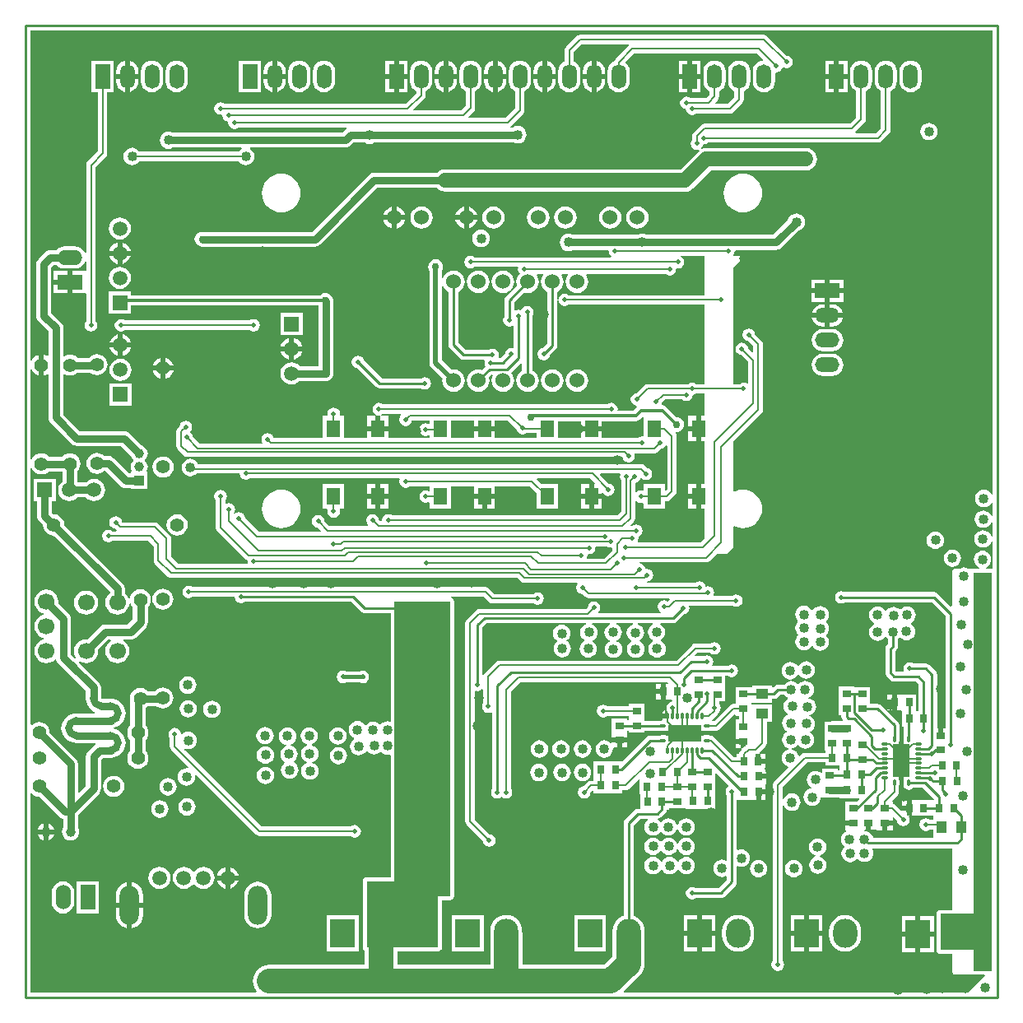
<source format=gbl>
%FSLAX25Y25*%
%MOIN*%
G70*
G01*
G75*
G04 Layer_Physical_Order=2*
G04 Layer_Color=16711680*
%ADD10R,0.09843X0.14410*%
%ADD11R,0.07874X0.14410*%
%ADD12R,0.06299X0.01969*%
%ADD13R,0.02126X0.03543*%
%ADD14R,0.14410X0.09843*%
%ADD15R,0.14410X0.07874*%
%ADD16R,0.01969X0.06299*%
%ADD17R,0.03543X0.02126*%
%ADD18R,0.05118X0.03937*%
%ADD19R,0.17716X0.15748*%
%ADD20R,0.03937X0.02362*%
%ADD21R,0.03937X0.10630*%
%ADD22R,0.10630X0.03937*%
%ADD23R,0.03937X0.05118*%
%ADD24R,0.02756X0.03347*%
%ADD25R,0.03347X0.02756*%
%ADD26R,0.04000X0.01969*%
%ADD27R,0.09843X0.15748*%
%ADD28R,0.08661X0.07087*%
%ADD29O,0.09843X0.05906*%
%ADD30O,0.05906X0.03150*%
%ADD31R,0.10000X0.07500*%
%ADD32R,0.02559X0.05315*%
%ADD33R,0.07559X0.25590*%
%ADD34O,0.04724X0.00984*%
%ADD35R,0.04724X0.01772*%
%ADD36O,0.04724X0.01772*%
%ADD37O,0.00984X0.04724*%
%ADD38O,0.01772X0.04724*%
%ADD39R,0.09449X0.08268*%
%ADD40O,0.08000X0.02400*%
%ADD41R,0.08000X0.02400*%
%ADD42R,0.05000X0.06000*%
%ADD43O,0.03543X0.01969*%
%ADD44O,0.03543X0.01969*%
%ADD45R,0.03543X0.01969*%
%ADD46R,0.15748X0.17716*%
%ADD47R,0.07087X0.03937*%
%ADD48R,0.03937X0.10827*%
%ADD49R,0.21654X0.25197*%
%ADD50R,0.08071X0.09055*%
%ADD51O,0.06299X0.01772*%
%ADD52C,0.01000*%
%ADD53C,0.03000*%
%ADD54C,0.00800*%
%ADD55C,0.06000*%
%ADD56C,0.01500*%
%ADD57C,0.03500*%
%ADD58C,0.02000*%
%ADD59C,0.04000*%
%ADD60C,0.10000*%
%ADD61C,0.08000*%
%ADD62C,0.01200*%
%ADD63R,0.24100X0.17400*%
%ADD64R,0.25624X0.17093*%
%ADD65R,0.23600X0.17400*%
%ADD66R,0.06100X0.05100*%
%ADD67R,0.08400X0.51300*%
%ADD68C,0.03937*%
%ADD69R,0.03937X0.03937*%
%ADD70O,0.05906X0.09843*%
%ADD71R,0.05906X0.09843*%
%ADD72R,0.09843X0.11811*%
%ADD73O,0.09843X0.11811*%
%ADD74C,0.06000*%
%ADD75C,0.05906*%
%ADD76R,0.05906X0.05906*%
%ADD77C,0.06693*%
%ADD78R,0.05906X0.05906*%
%ADD79O,0.07874X0.15748*%
%ADD80C,0.05512*%
%ADD81R,0.06000X0.10000*%
%ADD82O,0.06000X0.10000*%
%ADD83R,0.09843X0.05906*%
%ADD84R,0.10000X0.06000*%
%ADD85O,0.10000X0.06000*%
%ADD86C,0.02000*%
%ADD87C,0.04000*%
%ADD88C,0.03000*%
%ADD89C,0.05000*%
%ADD90C,0.02598*%
%ADD91O,0.01181X0.02756*%
%ADD92O,0.02756X0.01181*%
%ADD93R,0.13386X0.07087*%
%ADD94R,0.05512X0.07087*%
%ADD95R,0.07087X0.13386*%
%ADD96R,0.17800X0.14800*%
%ADD97R,0.07600X1.61300*%
%ADD98R,0.29000X0.26900*%
%ADD99R,0.22500X1.19600*%
G36*
X167621Y-158660D02*
Y-166200D01*
X167235Y-166518D01*
X166900Y-166451D01*
X165925Y-166645D01*
X165299Y-167063D01*
X150739D01*
Y-164270D01*
X142227D01*
Y-167063D01*
X132826D01*
Y-160268D01*
X142227D01*
Y-162270D01*
X150739D01*
Y-160268D01*
X164473D01*
X165293Y-160105D01*
X165987Y-159641D01*
X167159Y-158469D01*
X167621Y-158660D01*
D02*
G37*
G36*
X192255Y-158227D02*
X190790D01*
Y-163271D01*
Y-168313D01*
X192255D01*
Y-185786D01*
X190790D01*
Y-190830D01*
Y-195872D01*
X192255D01*
Y-207906D01*
X190734Y-209427D01*
X165450D01*
X165215Y-208986D01*
X165355Y-208775D01*
X165549Y-207800D01*
X165464Y-207372D01*
X165675Y-207055D01*
X165675D01*
X165675Y-207055D01*
X166502Y-206502D01*
X167055Y-205676D01*
X167249Y-204700D01*
X167055Y-203725D01*
X166502Y-202898D01*
X165675Y-202345D01*
X164700Y-202151D01*
X163725Y-202345D01*
X163099Y-202763D01*
X162530D01*
X162339Y-202301D01*
X163670Y-200970D01*
X163670Y-200970D01*
X163670Y-200970D01*
X164090Y-200341D01*
X164237Y-199600D01*
Y-192842D01*
X164698Y-192702D01*
X165524Y-193255D01*
X166500Y-193449D01*
X167235Y-193303D01*
X167621Y-193620D01*
Y-195872D01*
X176133D01*
Y-192766D01*
X177071D01*
X177812Y-192619D01*
X178441Y-192199D01*
X180470Y-190170D01*
X180890Y-189541D01*
X181037Y-188800D01*
Y-166400D01*
X180890Y-165659D01*
X180514Y-165097D01*
X180698Y-164803D01*
X180822Y-164678D01*
X180933Y-164693D01*
X181716Y-164590D01*
X182446Y-164287D01*
X183073Y-163806D01*
X183554Y-163180D01*
X183856Y-162450D01*
X183959Y-161667D01*
X183856Y-160884D01*
X183554Y-160154D01*
X183073Y-159527D01*
X182446Y-159046D01*
X181716Y-158744D01*
X180936Y-158641D01*
X176780Y-154486D01*
X176347Y-154197D01*
X176086Y-154022D01*
X176086D01*
X176085Y-154022D01*
X175935Y-153992D01*
X175266Y-153859D01*
X175224D01*
X174906Y-153472D01*
X175052Y-152742D01*
X176257Y-151537D01*
X183399D01*
X184025Y-151955D01*
X185000Y-152149D01*
X185976Y-151955D01*
X186802Y-151402D01*
X187355Y-150575D01*
X187524Y-149724D01*
X188375Y-149555D01*
X189001Y-149137D01*
X192255D01*
Y-158227D01*
D02*
G37*
G36*
X192255Y-93556D02*
X192255D01*
Y-109263D01*
X137301D01*
X136676Y-108845D01*
X135700Y-108651D01*
X134724Y-108845D01*
X133898Y-109398D01*
X133345Y-110224D01*
X133186Y-111026D01*
X132688Y-110977D01*
Y-107926D01*
X132918Y-107831D01*
X133858Y-107109D01*
X134580Y-106169D01*
X135033Y-105075D01*
X135188Y-103900D01*
X135033Y-102725D01*
X134580Y-101631D01*
X134238Y-101186D01*
X134459Y-100737D01*
X136838D01*
X137059Y-101186D01*
X136718Y-101631D01*
X136265Y-102725D01*
X136110Y-103900D01*
X136265Y-105075D01*
X136718Y-106169D01*
X137439Y-107109D01*
X138379Y-107831D01*
X139474Y-108284D01*
X140649Y-108439D01*
X141823Y-108284D01*
X142918Y-107831D01*
X143858Y-107109D01*
X144580Y-106169D01*
X145033Y-105075D01*
X145188Y-103900D01*
X145033Y-102725D01*
X144580Y-101631D01*
X144238Y-101186D01*
X144459Y-100737D01*
X176599D01*
X177225Y-101155D01*
X178200Y-101349D01*
X179175Y-101155D01*
X180002Y-100602D01*
X180555Y-99775D01*
X180749Y-98800D01*
X180733Y-98720D01*
X181087Y-98367D01*
X181500Y-98449D01*
X182475Y-98255D01*
X183302Y-97702D01*
X183855Y-96876D01*
X184049Y-95900D01*
X183855Y-94924D01*
X183302Y-94098D01*
X182475Y-93545D01*
X181677Y-93386D01*
Y-93386D01*
X181677Y-93386D01*
X181500Y-93351D01*
Y-93338D01*
X181500Y-93337D01*
X192255D01*
Y-93556D01*
D02*
G37*
G36*
X116098Y-163438D02*
X116245Y-164175D01*
X116798Y-165002D01*
X117624Y-165555D01*
X118600Y-165749D01*
X119576Y-165555D01*
X120096Y-165207D01*
X124314D01*
Y-167063D01*
X107432D01*
Y-164270D01*
X98920D01*
Y-167063D01*
X89519D01*
Y-159937D01*
X98920D01*
Y-162270D01*
X107432D01*
Y-159937D01*
X112598D01*
X116098Y-163438D01*
D02*
G37*
G36*
X224904Y-271596D02*
X225635Y-272157D01*
X225825Y-272236D01*
X225968Y-272582D01*
X225994Y-272775D01*
X225304Y-273304D01*
X224743Y-274035D01*
X224390Y-274886D01*
X224270Y-275800D01*
X224390Y-276714D01*
X224743Y-277565D01*
X225304Y-278296D01*
X226008Y-278837D01*
X225992Y-278962D01*
X225816Y-279385D01*
X225435Y-279543D01*
X224704Y-280104D01*
X224143Y-280835D01*
X223790Y-281686D01*
X223670Y-282600D01*
X223790Y-283514D01*
X224143Y-284365D01*
X224704Y-285096D01*
X225435Y-285657D01*
X225659Y-285750D01*
Y-286250D01*
X225435Y-286343D01*
X224704Y-286904D01*
X224143Y-287635D01*
X223790Y-288486D01*
X223670Y-289400D01*
X223790Y-290314D01*
X224143Y-291165D01*
X224704Y-291896D01*
X225435Y-292457D01*
X226225Y-292785D01*
X226160Y-293280D01*
X226086Y-293290D01*
X225235Y-293643D01*
X224504Y-294204D01*
X223943Y-294935D01*
X223590Y-295786D01*
X223470Y-296700D01*
X223590Y-297614D01*
X223943Y-298465D01*
X224504Y-299196D01*
X225235Y-299757D01*
X226086Y-300110D01*
X226113Y-300113D01*
X226273Y-300587D01*
X220630Y-306230D01*
X220210Y-306859D01*
X220063Y-307600D01*
Y-378899D01*
X219645Y-379524D01*
X219451Y-380500D01*
X219645Y-381475D01*
X220198Y-382302D01*
X221024Y-382855D01*
X222000Y-383049D01*
X222975Y-382855D01*
X223802Y-382302D01*
X224355Y-381475D01*
X224549Y-380500D01*
X224355Y-379524D01*
X223937Y-378899D01*
Y-315943D01*
X224428Y-315846D01*
X224643Y-316365D01*
X225204Y-317096D01*
X225935Y-317657D01*
X226786Y-318010D01*
X227700Y-318130D01*
X228614Y-318010D01*
X229465Y-317657D01*
X230196Y-317096D01*
X230757Y-316365D01*
X231110Y-315514D01*
X231230Y-314600D01*
X231110Y-313686D01*
X230757Y-312835D01*
X230196Y-312104D01*
X229465Y-311543D01*
X228614Y-311190D01*
X227700Y-311070D01*
X226786Y-311190D01*
X225935Y-311543D01*
X225204Y-312104D01*
X224643Y-312835D01*
X224428Y-313354D01*
X223937Y-313257D01*
Y-308402D01*
X233802Y-298537D01*
X241222D01*
Y-299773D01*
X246978D01*
D01*
X246978D01*
X247116Y-299912D01*
Y-300227D01*
D01*
D01*
Y-300227D01*
X247116D01*
Y-301861D01*
X246273D01*
Y-301022D01*
X239927D01*
Y-302615D01*
X239478Y-302837D01*
X238965Y-302443D01*
X238114Y-302090D01*
X237200Y-301970D01*
X236286Y-302090D01*
X235435Y-302443D01*
X234704Y-303004D01*
X234143Y-303735D01*
X233790Y-304586D01*
X233670Y-305500D01*
X233790Y-306414D01*
X234143Y-307265D01*
X234704Y-307996D01*
X235435Y-308557D01*
X235594Y-308623D01*
X235528Y-309119D01*
X234986Y-309190D01*
X234135Y-309543D01*
X233404Y-310104D01*
X232843Y-310835D01*
X232490Y-311686D01*
X232370Y-312600D01*
X232490Y-313514D01*
X232843Y-314365D01*
X233404Y-315096D01*
X234135Y-315657D01*
X234986Y-316010D01*
X235900Y-316130D01*
X236814Y-316010D01*
X237665Y-315657D01*
X238396Y-315096D01*
X238957Y-314365D01*
X239310Y-313514D01*
X239428Y-312618D01*
X239927Y-312651D01*
Y-312684D01*
X242208D01*
X242317Y-312728D01*
X243100Y-312831D01*
X247116D01*
Y-312973D01*
X252872D01*
Y-312973D01*
X252872D01*
X252872Y-312973D01*
X253022D01*
Y-312973D01*
X254790D01*
X254981Y-313435D01*
X254094Y-314322D01*
X249427D01*
Y-319874D01*
X249427Y-319874D01*
X249427D01*
X249427Y-320078D01*
Y-320228D01*
D01*
D01*
D01*
X249427D01*
D01*
Y-322106D01*
X252601D01*
Y-324106D01*
X249427D01*
Y-325984D01*
X249545D01*
X249643Y-326474D01*
X249235Y-326643D01*
X248504Y-327204D01*
X247943Y-327935D01*
X247590Y-328786D01*
X247470Y-329700D01*
X247590Y-330614D01*
X247943Y-331465D01*
X248504Y-332196D01*
X248804Y-332426D01*
Y-332904D01*
X248243Y-333635D01*
X247890Y-334486D01*
X247770Y-335400D01*
X247890Y-336314D01*
X248243Y-337165D01*
X248804Y-337896D01*
X249535Y-338457D01*
X250386Y-338810D01*
X251300Y-338930D01*
X252214Y-338810D01*
X253065Y-338457D01*
X253796Y-337896D01*
X253988Y-337646D01*
X254488D01*
X254604Y-337796D01*
X255335Y-338357D01*
X256186Y-338710D01*
X257100Y-338830D01*
X258014Y-338710D01*
X258865Y-338357D01*
X259596Y-337796D01*
X260157Y-337065D01*
X260510Y-336214D01*
X260630Y-335300D01*
X260510Y-334386D01*
X260157Y-333535D01*
X260303Y-333239D01*
X292471D01*
Y-358271D01*
X287800D01*
X287215Y-358387D01*
X286719Y-358719D01*
X286387Y-359215D01*
X286271Y-359800D01*
Y-374600D01*
X286387Y-375185D01*
X286719Y-375681D01*
X287215Y-376013D01*
X287800Y-376129D01*
X292471D01*
Y-382900D01*
X292587Y-383485D01*
X292919Y-383981D01*
X293415Y-384313D01*
X294000Y-384429D01*
X305672D01*
X305863Y-384891D01*
X299093Y-391662D01*
X159729D01*
X159537Y-391200D01*
X159587Y-391150D01*
X166118Y-384618D01*
X166931Y-383629D01*
X167534Y-382500D01*
X167906Y-381274D01*
X168031Y-380000D01*
Y-379900D01*
Y-367700D01*
X167952Y-366897D01*
Y-366716D01*
X167828Y-365457D01*
X167461Y-364247D01*
X166865Y-363131D01*
X166062Y-362153D01*
X165085Y-361351D01*
X163969Y-360755D01*
X163539Y-360624D01*
Y-324045D01*
X166245Y-321339D01*
X169353D01*
X169513Y-321813D01*
X169004Y-322204D01*
X168443Y-322935D01*
X168090Y-323786D01*
X167970Y-324700D01*
X168090Y-325614D01*
X168443Y-326465D01*
X169004Y-327196D01*
X169735Y-327757D01*
X170586Y-328110D01*
X171500Y-328230D01*
X172414Y-328110D01*
X173265Y-327757D01*
X173996Y-327196D01*
X174325Y-326768D01*
X174825D01*
X175154Y-327196D01*
X175885Y-327757D01*
X176736Y-328110D01*
X177650Y-328230D01*
X178564Y-328110D01*
X179415Y-327757D01*
X180146Y-327196D01*
X180707Y-326465D01*
X181025Y-325698D01*
X181525D01*
X181843Y-326465D01*
X182404Y-327196D01*
X183135Y-327757D01*
X183986Y-328110D01*
X184900Y-328230D01*
X185814Y-328110D01*
X186665Y-327757D01*
X187396Y-327196D01*
X187957Y-326465D01*
X188310Y-325614D01*
X188430Y-324700D01*
X188310Y-323786D01*
X187957Y-322935D01*
X187396Y-322204D01*
X186665Y-321643D01*
X185814Y-321290D01*
X184900Y-321170D01*
X183986Y-321290D01*
X183135Y-321643D01*
X182404Y-322204D01*
X181843Y-322935D01*
X181525Y-323702D01*
X181025D01*
X180707Y-322935D01*
X180146Y-322204D01*
X179415Y-321643D01*
X178564Y-321290D01*
X177650Y-321170D01*
X176736Y-321290D01*
X175885Y-321643D01*
X175154Y-322204D01*
X174825Y-322632D01*
X174325D01*
X173996Y-322204D01*
X173265Y-321643D01*
X173242Y-321633D01*
X173300Y-321339D01*
X174080Y-321184D01*
X174742Y-320742D01*
X176542Y-318942D01*
X176542Y-318942D01*
X176807Y-318545D01*
X176984Y-318280D01*
X177106Y-317668D01*
X177978D01*
Y-317172D01*
X178027D01*
Y-317172D01*
X184373D01*
Y-317172D01*
X184727D01*
X184822Y-317268D01*
Y-317268D01*
X190578D01*
Y-317268D01*
X190578D01*
X190578Y-317268D01*
X190728D01*
Y-317268D01*
X196484D01*
Y-311283D01*
X196773D01*
Y-305528D01*
D01*
Y-305528D01*
X196773Y-305528D01*
Y-305378D01*
X196773D01*
Y-303210D01*
X197235Y-303019D01*
X201988Y-307772D01*
X201939Y-308270D01*
X201598Y-308498D01*
X201045Y-309325D01*
X200851Y-310300D01*
X201045Y-311276D01*
X201361Y-311748D01*
Y-337974D01*
X200945Y-338252D01*
X200314Y-337990D01*
X199400Y-337870D01*
X198486Y-337990D01*
X197635Y-338343D01*
X196904Y-338904D01*
X196343Y-339635D01*
X195990Y-340486D01*
X195870Y-341400D01*
X195990Y-342314D01*
X196343Y-343165D01*
X196904Y-343896D01*
X197635Y-344457D01*
X198486Y-344810D01*
X199400Y-344930D01*
X200314Y-344810D01*
X200945Y-344548D01*
X201361Y-344826D01*
Y-346055D01*
X197955Y-349461D01*
X188748D01*
X188276Y-349145D01*
X187300Y-348951D01*
X186325Y-349145D01*
X185498Y-349698D01*
X184945Y-350524D01*
X184751Y-351500D01*
X184945Y-352476D01*
X185498Y-353302D01*
X186325Y-353855D01*
X187300Y-354049D01*
X188276Y-353855D01*
X188748Y-353539D01*
X198800D01*
X199580Y-353384D01*
X200242Y-352942D01*
X200242Y-352942D01*
X200242Y-352942D01*
X204842Y-348342D01*
X205284Y-347680D01*
X205439Y-346900D01*
X205439Y-346900D01*
X205439Y-346900D01*
Y-346900D01*
Y-340809D01*
X205855Y-340531D01*
X206286Y-340710D01*
X207200Y-340830D01*
X208114Y-340710D01*
X208965Y-340357D01*
X209696Y-339796D01*
X210257Y-339065D01*
X210610Y-338214D01*
X210730Y-337300D01*
X210610Y-336386D01*
X210257Y-335535D01*
X209696Y-334804D01*
X208965Y-334243D01*
X208114Y-333890D01*
X207200Y-333770D01*
X206286Y-333890D01*
X205855Y-334069D01*
X205439Y-333791D01*
Y-313573D01*
X211178D01*
Y-313573D01*
X211178D01*
X211178Y-313573D01*
X211328D01*
Y-313573D01*
X213206D01*
Y-310399D01*
X214205D01*
Y-309400D01*
X217084D01*
Y-307373D01*
X217178D01*
Y-305200D01*
X214299D01*
Y-303200D01*
X217178D01*
Y-301027D01*
X216978D01*
Y-299200D01*
X214099D01*
Y-298201D01*
X213100D01*
Y-295200D01*
X213763Y-295068D01*
X213825Y-295027D01*
X214666D01*
X214475Y-294565D01*
X216970Y-292070D01*
X217390Y-291441D01*
X217537Y-290700D01*
X217537Y-290700D01*
X217537Y-290700D01*
Y-290700D01*
Y-282169D01*
X219659D01*
Y-275232D01*
X211541D01*
D01*
X211541D01*
X211273Y-274964D01*
Y-274294D01*
X211273D01*
X211541D01*
X211627Y-274294D01*
X211627Y-274294D01*
Y-274294D01*
X219659D01*
Y-272839D01*
X220400D01*
X221180Y-272684D01*
X221842Y-272242D01*
X222945Y-271139D01*
X224553D01*
X224904Y-271596D01*
D02*
G37*
G36*
X153421Y-211359D02*
X154396Y-211553D01*
X154476Y-211537D01*
X154863Y-211854D01*
Y-212598D01*
X151498Y-215963D01*
X144992D01*
X144675Y-215576D01*
X144849Y-214700D01*
X144796Y-214433D01*
X145149Y-214079D01*
X145500Y-214149D01*
X146476Y-213955D01*
X147302Y-213402D01*
X147855Y-212576D01*
X148049Y-211600D01*
X147995Y-211328D01*
X148312Y-210941D01*
X152796D01*
X153421Y-211359D01*
D02*
G37*
G36*
X308984Y-93556D02*
Y-189826D01*
X308494Y-189924D01*
X308457Y-189835D01*
X307896Y-189104D01*
X307165Y-188543D01*
X306314Y-188190D01*
X305400Y-188070D01*
X304486Y-188190D01*
X303635Y-188543D01*
X302904Y-189104D01*
X302343Y-189835D01*
X301990Y-190686D01*
X301870Y-191600D01*
X301990Y-192514D01*
X302343Y-193365D01*
X302904Y-194096D01*
X303635Y-194657D01*
X304486Y-195010D01*
X305400Y-195130D01*
X306314Y-195010D01*
X307165Y-194657D01*
X307896Y-194096D01*
X308457Y-193365D01*
X308494Y-193276D01*
X308984Y-193374D01*
Y-198709D01*
X308494Y-198807D01*
X308257Y-198235D01*
X307696Y-197504D01*
X306965Y-196943D01*
X306114Y-196590D01*
X305200Y-196470D01*
X304286Y-196590D01*
X303435Y-196943D01*
X302704Y-197504D01*
X302143Y-198235D01*
X301790Y-199086D01*
X301670Y-200000D01*
X301790Y-200914D01*
X302143Y-201765D01*
X302704Y-202496D01*
X303435Y-203057D01*
X304286Y-203410D01*
X305200Y-203530D01*
X306114Y-203410D01*
X306965Y-203057D01*
X307696Y-202496D01*
X308257Y-201765D01*
X308494Y-201193D01*
X308984Y-201291D01*
Y-206950D01*
X308494Y-207048D01*
X308157Y-206235D01*
X307596Y-205504D01*
X306865Y-204943D01*
X306014Y-204590D01*
X305100Y-204470D01*
X304186Y-204590D01*
X303335Y-204943D01*
X302604Y-205504D01*
X302043Y-206235D01*
X301690Y-207086D01*
X301570Y-208000D01*
X301690Y-208914D01*
X302043Y-209765D01*
X302604Y-210496D01*
X303335Y-211057D01*
X304186Y-211410D01*
X305100Y-211530D01*
X306014Y-211410D01*
X306865Y-211057D01*
X307596Y-210496D01*
X308157Y-209765D01*
X308494Y-208952D01*
X308984Y-209050D01*
Y-219837D01*
X308700Y-220071D01*
X306224D01*
X306127Y-219580D01*
X306665Y-219357D01*
X307396Y-218796D01*
X307957Y-218065D01*
X308310Y-217214D01*
X308430Y-216300D01*
X308310Y-215386D01*
X307957Y-214535D01*
X307396Y-213804D01*
X306665Y-213243D01*
X305814Y-212890D01*
X304900Y-212770D01*
X303986Y-212890D01*
X303135Y-213243D01*
X302404Y-213804D01*
X301843Y-214535D01*
X301490Y-215386D01*
X301370Y-216300D01*
X301490Y-217214D01*
X301843Y-218065D01*
X302404Y-218796D01*
X303135Y-219357D01*
X303673Y-219580D01*
X303576Y-220071D01*
X299238D01*
X299202Y-220043D01*
X298351Y-219690D01*
X297437Y-219570D01*
X296523Y-219690D01*
X295672Y-220043D01*
X295636Y-220071D01*
X294000D01*
X293415Y-220187D01*
X292919Y-220519D01*
X292587Y-221015D01*
X292471Y-221600D01*
Y-235233D01*
X292009Y-235425D01*
X286742Y-230158D01*
X286080Y-229716D01*
X285300Y-229561D01*
X249148D01*
X248675Y-229245D01*
X247700Y-229051D01*
X246725Y-229245D01*
X245898Y-229798D01*
X245345Y-230625D01*
X245151Y-231600D01*
X245345Y-232575D01*
X245898Y-233402D01*
X246725Y-233955D01*
X247700Y-234149D01*
X248675Y-233955D01*
X249148Y-233639D01*
X284455D01*
X289961Y-239145D01*
Y-284717D01*
X289100D01*
Y-287596D01*
X287100D01*
Y-284717D01*
X286466D01*
Y-262989D01*
X286311Y-262209D01*
X286134Y-261944D01*
X285869Y-261547D01*
X285869Y-261547D01*
X283342Y-259020D01*
X282680Y-258578D01*
X281900Y-258423D01*
X276886D01*
X276413Y-258107D01*
X275438Y-257913D01*
X274462Y-258107D01*
X273635Y-258660D01*
X273083Y-259487D01*
X272889Y-260462D01*
X273050Y-261274D01*
X272733Y-261661D01*
X269945D01*
X269539Y-261255D01*
Y-253445D01*
X270042Y-252942D01*
X270042Y-252942D01*
X270307Y-252545D01*
X270484Y-252280D01*
X270639Y-251500D01*
Y-248447D01*
X271096Y-248096D01*
X271117Y-248069D01*
X271613Y-248003D01*
X272335Y-248557D01*
X273186Y-248910D01*
X274100Y-249030D01*
X275014Y-248910D01*
X275865Y-248557D01*
X276596Y-247996D01*
X277157Y-247265D01*
X277510Y-246414D01*
X277630Y-245500D01*
X277510Y-244586D01*
X277157Y-243735D01*
X276596Y-243004D01*
X275865Y-242443D01*
Y-242040D01*
X276065Y-241957D01*
X276796Y-241396D01*
X277357Y-240665D01*
X277710Y-239814D01*
X277830Y-238900D01*
X277710Y-237986D01*
X277357Y-237135D01*
X276796Y-236404D01*
X276065Y-235843D01*
X275214Y-235490D01*
X274300Y-235370D01*
X273386Y-235490D01*
X272535Y-235843D01*
X271804Y-236404D01*
X271783Y-236431D01*
X271287Y-236497D01*
X270565Y-235943D01*
X269714Y-235590D01*
X268800Y-235470D01*
X267886Y-235590D01*
X267035Y-235943D01*
X266304Y-236504D01*
X266101Y-236768D01*
X265553Y-236995D01*
X265427D01*
X264896Y-236304D01*
X264165Y-235743D01*
X263314Y-235390D01*
X262400Y-235270D01*
X261486Y-235390D01*
X260635Y-235743D01*
X259904Y-236304D01*
X259343Y-237035D01*
X258990Y-237886D01*
X258870Y-238800D01*
X258990Y-239714D01*
X259343Y-240565D01*
X259904Y-241296D01*
X260635Y-241857D01*
X261100Y-242050D01*
Y-242550D01*
X260635Y-242743D01*
X259904Y-243304D01*
X259343Y-244035D01*
X258990Y-244886D01*
X258870Y-245800D01*
X258990Y-246714D01*
X259343Y-247565D01*
X259904Y-248296D01*
X260635Y-248857D01*
X261486Y-249210D01*
X262400Y-249330D01*
X263314Y-249210D01*
X264165Y-248857D01*
X264896Y-248296D01*
X265327Y-247735D01*
X265827D01*
X266104Y-248096D01*
X266561Y-248447D01*
Y-250655D01*
X266058Y-251158D01*
X265616Y-251820D01*
X265461Y-252600D01*
Y-262100D01*
X265461Y-262100D01*
X265461D01*
X265616Y-262880D01*
X266058Y-263542D01*
X267658Y-265142D01*
X268320Y-265584D01*
X269100Y-265739D01*
X277955D01*
X279061Y-266845D01*
Y-277627D01*
X278222D01*
D01*
X278222D01*
X278083Y-277488D01*
Y-277273D01*
D01*
D01*
Y-277273D01*
X278083D01*
Y-270927D01*
X272532D01*
X272532Y-270927D01*
Y-270927D01*
X272328Y-270927D01*
X272253D01*
X272178D01*
X271974Y-270927D01*
X271974Y-270927D01*
Y-270927D01*
X270300D01*
Y-274101D01*
Y-277273D01*
X271963D01*
X272317Y-277627D01*
X272317D01*
Y-283973D01*
X273014D01*
Y-287790D01*
X272921Y-288254D01*
Y-289707D01*
X272921D01*
Y-289829D01*
X273083Y-290645D01*
X273100Y-290670D01*
Y-297901D01*
Y-305130D01*
X273083Y-305155D01*
X272921Y-305971D01*
Y-306093D01*
X272921D01*
Y-307546D01*
X273083Y-308361D01*
X273546Y-309053D01*
X274237Y-309515D01*
X275053Y-309677D01*
X275868Y-309515D01*
X276560Y-309053D01*
X276731Y-308797D01*
X280714D01*
X285255Y-313339D01*
Y-313827D01*
X284417D01*
D01*
D01*
X284417Y-313827D01*
X283983D01*
Y-313827D01*
X278228D01*
D01*
D01*
X278228Y-313827D01*
X278078D01*
Y-313827D01*
X276200D01*
Y-317001D01*
Y-320173D01*
X278078D01*
Y-320173D01*
X278078D01*
X278078Y-320173D01*
X278228D01*
Y-320173D01*
X283983D01*
Y-320173D01*
X283983D01*
X283983Y-320173D01*
X284417D01*
D01*
X284832Y-320173D01*
Y-320641D01*
X284832D01*
Y-321763D01*
X283501D01*
X282875Y-321345D01*
X281900Y-321151D01*
X280925Y-321345D01*
X280098Y-321898D01*
X279545Y-322725D01*
X279351Y-323700D01*
X279545Y-324675D01*
X280098Y-325502D01*
X280925Y-326055D01*
X281900Y-326249D01*
X282875Y-326055D01*
X283501Y-325637D01*
X284832D01*
Y-328759D01*
X284832D01*
Y-328807D01*
X284478Y-329161D01*
X260546D01*
X260510Y-328886D01*
X260157Y-328035D01*
X259596Y-327304D01*
X258865Y-326743D01*
X258014Y-326390D01*
X257100Y-326270D01*
Y-326232D01*
X257454Y-325878D01*
X257700D01*
Y-322999D01*
X259700D01*
Y-325878D01*
X261873D01*
X261873Y-325878D01*
X261873Y-325878D01*
X262127Y-325978D01*
X262227Y-325978D01*
X262227Y-325978D01*
Y-325978D01*
X264300D01*
Y-323099D01*
X265299D01*
Y-322100D01*
X268473D01*
Y-320866D01*
X268935Y-320675D01*
X270298Y-322038D01*
X270445Y-322776D01*
X270998Y-323602D01*
X271825Y-324155D01*
X272800Y-324349D01*
X273776Y-324155D01*
X274602Y-323602D01*
X275155Y-322776D01*
X275349Y-321800D01*
X275155Y-320825D01*
X275014Y-320614D01*
X275250Y-320173D01*
X274720D01*
X274603Y-319998D01*
X274200Y-319728D01*
Y-318000D01*
X272322D01*
Y-317929D01*
X271860Y-318121D01*
X269564Y-315825D01*
X268936Y-315405D01*
X268473Y-315313D01*
Y-314317D01*
X268473Y-314317D01*
X268473D01*
X268341Y-313998D01*
X270517Y-311823D01*
X270937Y-311194D01*
X271084Y-310453D01*
Y-308409D01*
X271116Y-308361D01*
X271279Y-307546D01*
Y-306093D01*
X271279D01*
Y-305971D01*
X271117Y-305155D01*
X271100Y-305130D01*
Y-297901D01*
Y-290670D01*
X271117Y-290645D01*
X271279Y-289829D01*
Y-289707D01*
X271279D01*
Y-288254D01*
X271186Y-287790D01*
Y-283547D01*
X271031Y-282767D01*
X270589Y-282105D01*
X263842Y-275358D01*
X263180Y-274916D01*
X262400Y-274761D01*
X259373D01*
Y-273922D01*
D01*
Y-273922D01*
X259373Y-273922D01*
Y-273772D01*
X259373D01*
Y-268017D01*
X253027D01*
D01*
X253027D01*
X252973Y-267963D01*
Y-267816D01*
X246627D01*
Y-273572D01*
X246627Y-273572D01*
X246627Y-273722D01*
X246627D01*
Y-279478D01*
X247761D01*
Y-280000D01*
X247761Y-280000D01*
X247761D01*
X247916Y-280780D01*
X248348Y-281428D01*
X248113Y-281869D01*
X244100D01*
X243317Y-281972D01*
X243208Y-282016D01*
X240927D01*
Y-287772D01*
X240927Y-287772D01*
X240927Y-287922D01*
X240927D01*
Y-293678D01*
X241222D01*
Y-294663D01*
X233000D01*
X232259Y-294810D01*
X231630Y-295230D01*
X230887Y-295973D01*
X230413Y-295813D01*
X230410Y-295786D01*
X230057Y-294935D01*
X229496Y-294204D01*
X228765Y-293643D01*
X227914Y-293290D01*
X227166Y-293192D01*
X227200Y-292930D01*
X228114Y-292810D01*
X228965Y-292457D01*
X229696Y-291896D01*
X229950Y-291565D01*
X230450D01*
X230704Y-291896D01*
X231435Y-292457D01*
X232286Y-292810D01*
X233200Y-292930D01*
X234114Y-292810D01*
X234965Y-292457D01*
X235696Y-291896D01*
X236257Y-291165D01*
X236610Y-290314D01*
X236730Y-289400D01*
X236610Y-288486D01*
X236257Y-287635D01*
X235696Y-286904D01*
X234965Y-286343D01*
Y-286082D01*
X235265Y-285957D01*
X235996Y-285396D01*
X236557Y-284665D01*
X236910Y-283814D01*
X237030Y-282900D01*
X236910Y-281986D01*
X236557Y-281135D01*
X235996Y-280404D01*
X235265Y-279843D01*
X234414Y-279490D01*
X234914Y-279410D01*
X234914D01*
X235765Y-279057D01*
X236496Y-278496D01*
X237057Y-277765D01*
X237410Y-276914D01*
X237530Y-276000D01*
X237410Y-275086D01*
X237057Y-274235D01*
X236496Y-273504D01*
X235765Y-272943D01*
X234914Y-272590D01*
X234029Y-272474D01*
Y-272474D01*
X234029Y-272474D01*
X234000Y-272470D01*
X233995Y-272434D01*
X234014Y-272410D01*
X234865Y-272057D01*
X235596Y-271496D01*
X236157Y-270765D01*
X236510Y-269914D01*
X236630Y-269000D01*
X236510Y-268086D01*
X236157Y-267235D01*
X235596Y-266504D01*
X234865Y-265943D01*
X234014Y-265590D01*
X233100Y-265470D01*
X232186Y-265590D01*
X231335Y-265943D01*
X230604Y-266504D01*
X230462Y-266689D01*
X229962D01*
X229896Y-266604D01*
X229165Y-266043D01*
X228314Y-265690D01*
X227400Y-265570D01*
X226486Y-265690D01*
X225635Y-266043D01*
X224904Y-266604D01*
X224553Y-267061D01*
X222100D01*
X221320Y-267216D01*
X220658Y-267658D01*
X220121Y-268195D01*
X219659Y-268004D01*
Y-267357D01*
X211541D01*
Y-268022D01*
X211273D01*
Y-268022D01*
X204927D01*
Y-273574D01*
X204927Y-273574D01*
X204927D01*
X204927Y-273778D01*
Y-273928D01*
D01*
D01*
X204927D01*
Y-274868D01*
X203994D01*
X203253Y-275016D01*
X202625Y-275436D01*
X196250Y-281810D01*
X195378D01*
X195233Y-281331D01*
X195460Y-281180D01*
X195460D01*
X195460Y-281180D01*
X197670Y-278970D01*
X197670Y-278970D01*
X197670Y-278970D01*
X198090Y-278341D01*
X198152Y-278028D01*
X198655Y-277275D01*
X198849Y-276300D01*
X198655Y-275325D01*
X198237Y-274699D01*
Y-273884D01*
X200673D01*
Y-268128D01*
D01*
Y-268128D01*
X200673Y-268128D01*
Y-267978D01*
X200673D01*
Y-263439D01*
X201952D01*
X202425Y-263755D01*
X203400Y-263949D01*
X204376Y-263755D01*
X205202Y-263202D01*
X205755Y-262375D01*
X205949Y-261400D01*
X205755Y-260424D01*
X205202Y-259598D01*
X204376Y-259045D01*
X203400Y-258851D01*
X202425Y-259045D01*
X201952Y-259361D01*
X195660D01*
X195425Y-258920D01*
X195655Y-258576D01*
X195849Y-257600D01*
X195655Y-256625D01*
X195102Y-255798D01*
X194275Y-255245D01*
X193300Y-255051D01*
X192324Y-255245D01*
X191852Y-255561D01*
X188632D01*
X188441Y-255099D01*
X189302Y-254237D01*
X194699D01*
X195325Y-254655D01*
X196300Y-254849D01*
X197275Y-254655D01*
X198102Y-254102D01*
X198655Y-253275D01*
X198849Y-252300D01*
X198655Y-251325D01*
X198102Y-250498D01*
X197275Y-249945D01*
X196300Y-249751D01*
X195325Y-249945D01*
X194699Y-250363D01*
X188500D01*
X187759Y-250510D01*
X187130Y-250930D01*
X180798Y-257263D01*
X109400D01*
X108659Y-257410D01*
X108030Y-257830D01*
X103330Y-262530D01*
X102918Y-263148D01*
X102439Y-263002D01*
Y-243745D01*
X104045Y-242139D01*
X144152D01*
X144250Y-242630D01*
X143735Y-242843D01*
X143004Y-243404D01*
X142443Y-244135D01*
X142090Y-244986D01*
X141970Y-245900D01*
X142090Y-246814D01*
X142443Y-247665D01*
X143004Y-248396D01*
X143644Y-248887D01*
X143579Y-249383D01*
X143435Y-249443D01*
X142704Y-250004D01*
X142143Y-250735D01*
X141790Y-251586D01*
X141670Y-252500D01*
X141790Y-253414D01*
X142143Y-254265D01*
X142704Y-254996D01*
X143435Y-255557D01*
X144286Y-255910D01*
X145200Y-256030D01*
X146114Y-255910D01*
X146965Y-255557D01*
X147696Y-254996D01*
X148257Y-254265D01*
X148610Y-253414D01*
X148730Y-252500D01*
X148610Y-251586D01*
X148257Y-250735D01*
X147696Y-250004D01*
X146965Y-249443D01*
Y-249081D01*
X147265Y-248957D01*
X147996Y-248396D01*
X148557Y-247665D01*
X148910Y-246814D01*
X149030Y-245900D01*
X148910Y-244986D01*
X148557Y-244135D01*
X147996Y-243404D01*
X147265Y-242843D01*
X146750Y-242630D01*
X146848Y-242139D01*
X153952D01*
X154050Y-242630D01*
X153535Y-242843D01*
X152804Y-243404D01*
X152243Y-244135D01*
X151890Y-244986D01*
X151770Y-245900D01*
X151890Y-246814D01*
X152243Y-247665D01*
X152804Y-248396D01*
X153535Y-248957D01*
X153809Y-249071D01*
Y-249571D01*
X153635Y-249643D01*
X152904Y-250204D01*
X152343Y-250935D01*
X151990Y-251786D01*
X151870Y-252700D01*
X151990Y-253614D01*
X152343Y-254465D01*
X152904Y-255196D01*
X153635Y-255757D01*
X154486Y-256110D01*
X155400Y-256230D01*
X156314Y-256110D01*
X157165Y-255757D01*
X157896Y-255196D01*
X158457Y-254465D01*
X158810Y-253614D01*
X158930Y-252700D01*
X158810Y-251786D01*
X158457Y-250935D01*
X157896Y-250204D01*
X157165Y-249643D01*
X156314Y-249290D01*
X156311Y-249270D01*
X157065Y-248957D01*
X157796Y-248396D01*
X158357Y-247665D01*
X158710Y-246814D01*
X158830Y-245900D01*
X158710Y-244986D01*
X158357Y-244135D01*
X157796Y-243404D01*
X157065Y-242843D01*
X156550Y-242630D01*
X156648Y-242139D01*
X163194D01*
X163291Y-242630D01*
X162535Y-242943D01*
X161804Y-243504D01*
X161243Y-244235D01*
X160890Y-245086D01*
X160770Y-246000D01*
X160890Y-246914D01*
X161243Y-247765D01*
X161804Y-248496D01*
X162535Y-249057D01*
X162549Y-249063D01*
X162614Y-249559D01*
X161904Y-250104D01*
X161343Y-250835D01*
X160990Y-251686D01*
X160870Y-252600D01*
X160990Y-253514D01*
X161343Y-254365D01*
X161904Y-255096D01*
X162635Y-255657D01*
X163486Y-256010D01*
X164400Y-256130D01*
X165314Y-256010D01*
X166165Y-255657D01*
X166896Y-255096D01*
X167457Y-254365D01*
X167810Y-253514D01*
X167930Y-252600D01*
X167810Y-251686D01*
X167457Y-250835D01*
X166896Y-250104D01*
X166165Y-249543D01*
X166065Y-249501D01*
Y-249057D01*
X166796Y-248496D01*
X167357Y-247765D01*
X167710Y-246914D01*
X167830Y-246000D01*
X167710Y-245086D01*
X167357Y-244235D01*
X166796Y-243504D01*
X166065Y-242943D01*
X165309Y-242630D01*
X165407Y-242139D01*
X171311D01*
X171408Y-242630D01*
X171135Y-242743D01*
X170404Y-243304D01*
X169843Y-244035D01*
X169490Y-244886D01*
X169370Y-245800D01*
X169490Y-246714D01*
X169843Y-247565D01*
X170404Y-248296D01*
X171135Y-248857D01*
X171338Y-248941D01*
Y-249441D01*
X171335Y-249443D01*
X170604Y-250004D01*
X170043Y-250735D01*
X169690Y-251586D01*
X169570Y-252500D01*
X169690Y-253414D01*
X170043Y-254265D01*
X170604Y-254996D01*
X171335Y-255557D01*
X172186Y-255910D01*
X173100Y-256030D01*
X174014Y-255910D01*
X174865Y-255557D01*
X175596Y-254996D01*
X176157Y-254265D01*
X176510Y-253414D01*
X176630Y-252500D01*
X176510Y-251586D01*
X176157Y-250735D01*
X175596Y-250004D01*
X174865Y-249443D01*
X174662Y-249359D01*
Y-248859D01*
X174665Y-248857D01*
X175396Y-248296D01*
X175957Y-247565D01*
X176310Y-246714D01*
X176430Y-245800D01*
X176310Y-244886D01*
X175957Y-244035D01*
X175396Y-243304D01*
X174665Y-242743D01*
X174392Y-242630D01*
X174489Y-242139D01*
X179548D01*
X180328Y-241984D01*
X180990Y-241542D01*
X184092Y-238440D01*
X184650Y-238329D01*
X185476Y-237776D01*
X186029Y-236949D01*
X186223Y-235974D01*
X186029Y-234999D01*
X186062Y-234937D01*
X203499D01*
X204124Y-235355D01*
X205100Y-235549D01*
X206076Y-235355D01*
X206902Y-234802D01*
X207455Y-233976D01*
X207649Y-233000D01*
X207455Y-232025D01*
X206902Y-231198D01*
X206076Y-230645D01*
X205100Y-230451D01*
X204124Y-230645D01*
X203499Y-231063D01*
X196372D01*
X196055Y-230676D01*
X196055Y-230675D01*
X196249Y-229700D01*
X196055Y-228725D01*
X195502Y-227898D01*
X194676Y-227345D01*
X193700Y-227151D01*
X193027Y-227285D01*
X192611Y-227007D01*
X192555Y-226725D01*
X192002Y-225898D01*
X191175Y-225345D01*
X190200Y-225151D01*
X189225Y-225345D01*
X188599Y-225763D01*
X169244D01*
X169098Y-225284D01*
X169216Y-225206D01*
X169975Y-225055D01*
X170802Y-224502D01*
X171355Y-223675D01*
X171549Y-222700D01*
X171355Y-221725D01*
X170802Y-220898D01*
X169975Y-220345D01*
X169000Y-220151D01*
X168673Y-220216D01*
X168257Y-219938D01*
X168155Y-219425D01*
X167602Y-218598D01*
X166776Y-218045D01*
X165800Y-217851D01*
X166114Y-217537D01*
X192900D01*
X193641Y-217390D01*
X194270Y-216970D01*
X197284Y-213956D01*
X201199D01*
X202799Y-212356D01*
X203899Y-211256D01*
Y-203089D01*
X204328Y-202832D01*
X204829Y-203100D01*
X206299Y-203546D01*
X207828Y-203697D01*
X209357Y-203546D01*
X210827Y-203100D01*
X212182Y-202376D01*
X213370Y-201401D01*
X214345Y-200214D01*
X215069Y-198859D01*
X215515Y-197389D01*
X215665Y-195860D01*
X215515Y-194331D01*
X215069Y-192861D01*
X214345Y-191506D01*
X213370Y-190318D01*
X212182Y-189344D01*
X210827Y-188619D01*
X209357Y-188173D01*
X207828Y-188023D01*
X206299Y-188173D01*
X204829Y-188619D01*
X204328Y-188887D01*
X203899Y-188630D01*
Y-168440D01*
X215370Y-156970D01*
X215790Y-156341D01*
X215937Y-155600D01*
Y-129100D01*
X215790Y-128359D01*
X215370Y-127730D01*
X212702Y-125062D01*
X212555Y-124325D01*
X212002Y-123498D01*
X211175Y-122945D01*
X210200Y-122751D01*
X209225Y-122945D01*
X208398Y-123498D01*
X207845Y-124325D01*
X207651Y-125300D01*
X207845Y-126276D01*
X208398Y-127102D01*
X209225Y-127655D01*
X209962Y-127802D01*
X212063Y-129902D01*
Y-132270D01*
X211601Y-132461D01*
X209952Y-130812D01*
X209805Y-130075D01*
X209252Y-129248D01*
X208425Y-128695D01*
X207450Y-128501D01*
X206474Y-128695D01*
X205648Y-129248D01*
X205095Y-130075D01*
X204901Y-131050D01*
X205095Y-132026D01*
X205648Y-132852D01*
X206474Y-133405D01*
X207212Y-133552D01*
X210063Y-136402D01*
Y-144974D01*
X209622Y-145210D01*
X209075Y-144845D01*
X208100Y-144651D01*
X207124Y-144845D01*
X206499Y-145263D01*
X203899D01*
Y-98356D01*
X206099Y-96156D01*
X208699Y-93556D01*
X204163D01*
X203928Y-93115D01*
X204355Y-92475D01*
X204549Y-91500D01*
X204509Y-91297D01*
X204826Y-90911D01*
X221315D01*
X222098Y-90808D01*
X222614Y-90594D01*
X222828Y-90505D01*
X223455Y-90025D01*
X230363Y-83117D01*
X230414Y-83110D01*
X231265Y-82757D01*
X231996Y-82196D01*
X232557Y-81465D01*
X232910Y-80614D01*
X233030Y-79700D01*
X232910Y-78786D01*
X232557Y-77935D01*
X231996Y-77204D01*
X231265Y-76643D01*
X230414Y-76290D01*
X229500Y-76170D01*
X228586Y-76290D01*
X227735Y-76643D01*
X227004Y-77204D01*
X226443Y-77935D01*
X226090Y-78786D01*
X226083Y-78837D01*
X220062Y-84859D01*
X190946D01*
X190300Y-84774D01*
X189654Y-84859D01*
X168886D01*
X168865Y-84843D01*
X168014Y-84490D01*
X167100Y-84370D01*
X166186Y-84490D01*
X165335Y-84843D01*
X165314Y-84859D01*
X139006D01*
X138965Y-84828D01*
X138114Y-84475D01*
X137200Y-84355D01*
X136286Y-84475D01*
X135435Y-84828D01*
X134704Y-85389D01*
X134143Y-86120D01*
X133790Y-86971D01*
X133670Y-87885D01*
X133790Y-88799D01*
X134143Y-89650D01*
X134704Y-90381D01*
X135435Y-90942D01*
X136286Y-91295D01*
X137200Y-91415D01*
X138114Y-91295D01*
X138965Y-90942D01*
X139006Y-90911D01*
X153274D01*
X153591Y-91297D01*
X153551Y-91500D01*
X153745Y-92475D01*
X154298Y-93302D01*
X154570Y-93484D01*
X154425Y-93963D01*
X99101D01*
X98475Y-93545D01*
X97500Y-93351D01*
X96525Y-93545D01*
X95698Y-94098D01*
X95145Y-94924D01*
X94951Y-95900D01*
X95145Y-96876D01*
X95698Y-97702D01*
X96525Y-98255D01*
X97500Y-98449D01*
X98475Y-98255D01*
X99101Y-97837D01*
X116549D01*
X116866Y-98224D01*
X116751Y-98800D01*
X116945Y-99775D01*
X117498Y-100602D01*
X117499Y-100645D01*
X117439Y-100691D01*
X116718Y-101631D01*
X116265Y-102725D01*
X116110Y-103900D01*
X116265Y-105075D01*
X116360Y-105305D01*
X114262Y-107403D01*
X114138Y-107295D01*
X114138D01*
X113886Y-107074D01*
X113886Y-107074D01*
D01*
X114579Y-106169D01*
X115033Y-105075D01*
X115188Y-103900D01*
X115033Y-102725D01*
X114579Y-101631D01*
X113858Y-100691D01*
X112918Y-99969D01*
X111823Y-99516D01*
X110649Y-99361D01*
X109474Y-99516D01*
X108379Y-99969D01*
X107439Y-100691D01*
X106718Y-101631D01*
X106265Y-102725D01*
X106110Y-103900D01*
X106265Y-105075D01*
X106718Y-106169D01*
X107439Y-107109D01*
X108379Y-107831D01*
X109474Y-108284D01*
X110649Y-108439D01*
X111823Y-108284D01*
X112918Y-107831D01*
X113638Y-107278D01*
X113956Y-107289D01*
X114152Y-107513D01*
X111858Y-109807D01*
X111416Y-110468D01*
X111261Y-111249D01*
Y-118007D01*
X110945Y-118480D01*
X110751Y-119455D01*
X110945Y-120431D01*
X111498Y-121258D01*
X112325Y-121810D01*
X113300Y-122004D01*
X114276Y-121810D01*
X114612Y-121585D01*
X115053Y-121821D01*
Y-130447D01*
X114667Y-130764D01*
X114100Y-130651D01*
X113125Y-130845D01*
X112298Y-131398D01*
X111745Y-132225D01*
X111634Y-132782D01*
X109755Y-134661D01*
X109148D01*
X108831Y-134274D01*
X108994Y-133455D01*
X108800Y-132480D01*
X108247Y-131653D01*
X107420Y-131100D01*
X106445Y-130906D01*
X105469Y-131100D01*
X104997Y-131416D01*
X95600D01*
X92688Y-128504D01*
Y-107926D01*
X92918Y-107831D01*
X93858Y-107109D01*
X94579Y-106169D01*
X95033Y-105075D01*
X95188Y-103900D01*
X95033Y-102725D01*
X94579Y-101631D01*
X93858Y-100691D01*
X92918Y-99969D01*
X91824Y-99516D01*
X90649Y-99361D01*
X89474Y-99516D01*
X88379Y-99969D01*
X87439Y-100691D01*
X86718Y-101631D01*
X86439Y-102303D01*
X85949Y-102206D01*
Y-99406D01*
X86020Y-99313D01*
X86323Y-98583D01*
X86426Y-97800D01*
X86323Y-97017D01*
X86020Y-96287D01*
X85540Y-95660D01*
X84913Y-95179D01*
X84183Y-94877D01*
X83400Y-94774D01*
X82617Y-94877D01*
X81887Y-95179D01*
X81260Y-95660D01*
X80779Y-96287D01*
X80477Y-97017D01*
X80374Y-97800D01*
X80477Y-98583D01*
X80779Y-99313D01*
X80851Y-99406D01*
Y-136651D01*
X81045Y-137627D01*
X81598Y-138454D01*
X86219Y-143075D01*
X86110Y-143900D01*
X86265Y-145075D01*
X86718Y-146169D01*
X87439Y-147109D01*
X88379Y-147831D01*
X89474Y-148284D01*
X90649Y-148439D01*
X91824Y-148284D01*
X92918Y-147831D01*
X93858Y-147109D01*
X94579Y-146169D01*
X95033Y-145075D01*
X95188Y-143900D01*
X95033Y-142725D01*
X94579Y-141631D01*
X93858Y-140691D01*
X92918Y-139969D01*
X91824Y-139516D01*
X90649Y-139361D01*
X89823Y-139470D01*
X85949Y-135595D01*
Y-105594D01*
X86439Y-105497D01*
X86718Y-106169D01*
X87439Y-107109D01*
X88379Y-107831D01*
X88610Y-107926D01*
Y-129349D01*
Y-129349D01*
Y-129349D01*
X88687Y-129737D01*
X88765Y-130129D01*
X88765Y-130129D01*
X88765Y-130129D01*
X88942Y-130395D01*
X89207Y-130791D01*
X89207Y-130791D01*
Y-130791D01*
X93313Y-134897D01*
X93313Y-134897D01*
X93313Y-134897D01*
X93313Y-134897D01*
X93530Y-135042D01*
X93975Y-135339D01*
X93975D01*
X93975Y-135339D01*
X94402Y-135424D01*
X94755Y-135494D01*
X102997D01*
X103314Y-135881D01*
X103151Y-136700D01*
X103345Y-137675D01*
X103603Y-138062D01*
X102054Y-139611D01*
X101823Y-139516D01*
X100649Y-139361D01*
X99474Y-139516D01*
X98379Y-139969D01*
X97439Y-140691D01*
X96718Y-141631D01*
X96265Y-142725D01*
X96110Y-143900D01*
X96265Y-145075D01*
X96718Y-146169D01*
X97439Y-147109D01*
X98379Y-147831D01*
X99474Y-148284D01*
X100649Y-148439D01*
X101823Y-148284D01*
X102918Y-147831D01*
X103858Y-147109D01*
X104579Y-146169D01*
X105033Y-145075D01*
X105188Y-143900D01*
X105033Y-142725D01*
X104938Y-142495D01*
X105927Y-141506D01*
X106424Y-141555D01*
X106625Y-141855D01*
X106265Y-142725D01*
X106110Y-143900D01*
X106265Y-145075D01*
X106718Y-146169D01*
X107439Y-147109D01*
X108379Y-147831D01*
X109474Y-148284D01*
X110649Y-148439D01*
X111823Y-148284D01*
X112918Y-147831D01*
X113858Y-147109D01*
X114579Y-146169D01*
X115033Y-145075D01*
X115188Y-143900D01*
X115033Y-142725D01*
X114579Y-141631D01*
X113917Y-140767D01*
X117967Y-136716D01*
X118429Y-136908D01*
Y-139948D01*
X118379Y-139969D01*
X117439Y-140691D01*
X116718Y-141631D01*
X116265Y-142725D01*
X116110Y-143900D01*
X116265Y-145075D01*
X116718Y-146169D01*
X117439Y-147109D01*
X118379Y-147831D01*
X119474Y-148284D01*
X120649Y-148439D01*
X121824Y-148284D01*
X122918Y-147831D01*
X123858Y-147109D01*
X124580Y-146169D01*
X125033Y-145075D01*
X125188Y-143900D01*
X125033Y-142725D01*
X124580Y-141631D01*
X123858Y-140691D01*
X122918Y-139969D01*
X122508Y-139799D01*
Y-117616D01*
X122824Y-117144D01*
X123018Y-116168D01*
X122824Y-115193D01*
X122271Y-114366D01*
X121444Y-113813D01*
X120469Y-113619D01*
X119493Y-113813D01*
X118666Y-114366D01*
X118114Y-115193D01*
X118114Y-115193D01*
Y-115193D01*
X118068Y-115337D01*
X117092Y-115143D01*
X116117Y-115337D01*
X115780Y-115562D01*
X115339Y-115327D01*
Y-112093D01*
X119244Y-108189D01*
X119474Y-108284D01*
X120649Y-108439D01*
X121824Y-108284D01*
X122918Y-107831D01*
X123858Y-107109D01*
X124580Y-106169D01*
X125033Y-105075D01*
X125188Y-103900D01*
X125033Y-102725D01*
X124580Y-101631D01*
X124238Y-101186D01*
X124459Y-100737D01*
X126838D01*
X127059Y-101186D01*
X126718Y-101631D01*
X126265Y-102725D01*
X126110Y-103900D01*
X126265Y-105075D01*
X126718Y-106169D01*
X127439Y-107109D01*
X128379Y-107831D01*
X128610Y-107926D01*
Y-128907D01*
X126782Y-130734D01*
X126225Y-130845D01*
X125398Y-131398D01*
X124845Y-132225D01*
X124651Y-133200D01*
X124845Y-134176D01*
X125398Y-135002D01*
X126225Y-135555D01*
X127200Y-135749D01*
X128175Y-135555D01*
X129002Y-135002D01*
X129555Y-134176D01*
X129666Y-133618D01*
X132091Y-131193D01*
X132533Y-130532D01*
X132688Y-129751D01*
Y-111423D01*
X133186Y-111374D01*
X133345Y-112176D01*
X133898Y-113002D01*
X134724Y-113555D01*
X135700Y-113749D01*
X136676Y-113555D01*
X137301Y-113137D01*
X192255D01*
Y-145263D01*
X189001D01*
X188375Y-144845D01*
X187400Y-144651D01*
X186425Y-144845D01*
X185799Y-145263D01*
X169259D01*
X168518Y-145410D01*
X167889Y-145830D01*
X164762Y-148957D01*
X164024Y-149104D01*
X163198Y-149657D01*
X162645Y-150484D01*
X162451Y-151459D01*
X162645Y-152434D01*
X163198Y-153261D01*
X164024Y-153814D01*
X164731Y-153954D01*
X165086Y-154486D01*
X163586Y-155985D01*
X157427D01*
X157109Y-155599D01*
X157149Y-155400D01*
X156955Y-154425D01*
X156402Y-153598D01*
X155576Y-153045D01*
X154600Y-152851D01*
X153624Y-153045D01*
X152999Y-153463D01*
X62001D01*
X61375Y-153045D01*
X60400Y-152851D01*
X59425Y-153045D01*
X58598Y-153598D01*
X58045Y-154425D01*
X57851Y-155400D01*
X58045Y-156376D01*
X58598Y-157202D01*
X59414Y-157748D01*
X59269Y-158227D01*
X60869D01*
Y-162270D01*
X64125D01*
Y-158227D01*
X61531D01*
X61386Y-157748D01*
X62001Y-157337D01*
X69375D01*
X69520Y-157816D01*
X69398Y-157898D01*
X68845Y-158724D01*
X68651Y-159700D01*
X68845Y-160676D01*
X69398Y-161502D01*
X70224Y-162055D01*
X71200Y-162249D01*
X72176Y-162055D01*
X73002Y-161502D01*
X73555Y-160676D01*
X73702Y-159938D01*
X73702Y-159937D01*
X81007D01*
Y-161237D01*
X80566Y-161472D01*
X80375Y-161345D01*
X79400Y-161151D01*
X78425Y-161345D01*
X77598Y-161898D01*
X77045Y-162724D01*
X76851Y-163700D01*
X77045Y-164675D01*
X77598Y-165502D01*
X78425Y-166055D01*
X79400Y-166249D01*
X80375Y-166055D01*
X80566Y-165928D01*
X81007Y-166163D01*
Y-167063D01*
X64125D01*
Y-164270D01*
X55613D01*
Y-167063D01*
X46212D01*
Y-158227D01*
X44859D01*
X44541Y-157840D01*
X44649Y-157300D01*
X44455Y-156325D01*
X43902Y-155498D01*
X43075Y-154945D01*
X42100Y-154751D01*
X41124Y-154945D01*
X40298Y-155498D01*
X39745Y-156325D01*
X39551Y-157300D01*
X39658Y-157840D01*
X39341Y-158227D01*
X37700D01*
Y-167063D01*
X17822D01*
X17755Y-166725D01*
X17202Y-165898D01*
X16375Y-165345D01*
X15400Y-165151D01*
X14424Y-165345D01*
X13598Y-165898D01*
X13045Y-166725D01*
X12851Y-167700D01*
X13045Y-168675D01*
X13276Y-169022D01*
X13041Y-169463D01*
X-12198D01*
X-14998Y-166662D01*
X-15145Y-165925D01*
X-15698Y-165098D01*
X-15998Y-164897D01*
Y-164402D01*
X-15445Y-163575D01*
X-15251Y-162600D01*
X-15445Y-161625D01*
X-15998Y-160798D01*
X-16825Y-160245D01*
X-17800Y-160051D01*
X-18776Y-160245D01*
X-19602Y-160798D01*
X-20155Y-161625D01*
X-20302Y-162362D01*
X-21020Y-163080D01*
X-21440Y-163708D01*
X-21587Y-164450D01*
Y-170450D01*
X-21587Y-170450D01*
X-21587D01*
X-21440Y-171192D01*
X-21020Y-171820D01*
X-18570Y-174270D01*
X-17941Y-174690D01*
X-17200Y-174837D01*
X159056D01*
X159176Y-175444D01*
X159729Y-176271D01*
X160556Y-176824D01*
X161531Y-177018D01*
X162507Y-176824D01*
X163334Y-176271D01*
X163886Y-175444D01*
X164080Y-174469D01*
X163886Y-173493D01*
X163970Y-173337D01*
X172074D01*
X172815Y-173190D01*
X173444Y-172770D01*
X173444Y-172770D01*
X173444Y-172770D01*
X174675Y-171539D01*
X175412Y-171392D01*
X176239Y-170839D01*
X176684Y-170174D01*
X177163Y-170319D01*
Y-187998D01*
X176595Y-188566D01*
X176133Y-188374D01*
Y-185786D01*
X167621D01*
Y-188180D01*
X167235Y-188497D01*
X166500Y-188351D01*
X165524Y-188545D01*
X164698Y-189098D01*
X164237Y-188958D01*
Y-185262D01*
X164776Y-185155D01*
X165602Y-184602D01*
X166155Y-183775D01*
X166210Y-183499D01*
X166698Y-183402D01*
X167525Y-183955D01*
X168500Y-184149D01*
X169475Y-183955D01*
X170302Y-183402D01*
X170855Y-182576D01*
X171049Y-181600D01*
X170855Y-180624D01*
X170302Y-179798D01*
X169475Y-179245D01*
X168738Y-179098D01*
X167870Y-178230D01*
X167241Y-177810D01*
X166500Y-177663D01*
X-12807D01*
X-12943Y-177335D01*
X-13504Y-176604D01*
X-14235Y-176043D01*
X-15086Y-175690D01*
X-16000Y-175570D01*
X-16914Y-175690D01*
X-17765Y-176043D01*
X-18496Y-176604D01*
X-19057Y-177335D01*
X-19410Y-178186D01*
X-19530Y-179100D01*
X-19410Y-180014D01*
X-19057Y-180865D01*
X-18496Y-181596D01*
X-17765Y-182157D01*
X-16914Y-182510D01*
X-16000Y-182630D01*
X-15086Y-182510D01*
X-14235Y-182157D01*
X-13504Y-181596D01*
X-13458Y-181537D01*
X3958D01*
X4145Y-182475D01*
X4698Y-183302D01*
X5525Y-183855D01*
X6500Y-184049D01*
X7475Y-183855D01*
X8101Y-183437D01*
X68508D01*
X68825Y-183824D01*
X68651Y-184700D01*
X68845Y-185676D01*
X69398Y-186502D01*
X70224Y-187055D01*
X71200Y-187249D01*
X72176Y-187055D01*
X72801Y-186637D01*
X81007D01*
Y-188337D01*
X80566Y-188572D01*
X80375Y-188445D01*
X79400Y-188251D01*
X78425Y-188445D01*
X77598Y-188998D01*
X77045Y-189824D01*
X76851Y-190800D01*
X77045Y-191776D01*
X77598Y-192602D01*
X78425Y-193155D01*
X79400Y-193349D01*
X80375Y-193155D01*
X80566Y-193028D01*
X81007Y-193263D01*
Y-195872D01*
X89519D01*
Y-186637D01*
X98920D01*
Y-189829D01*
X107432D01*
Y-186637D01*
X121638D01*
X124314Y-189313D01*
Y-195872D01*
X132826D01*
Y-185786D01*
X126266D01*
X124380Y-183899D01*
X124571Y-183437D01*
X145998D01*
X147884Y-185324D01*
X147693Y-185786D01*
X147483D01*
Y-189829D01*
X150739D01*
Y-189479D01*
X151218Y-189334D01*
X151598Y-189902D01*
X152425Y-190455D01*
X153400Y-190649D01*
X154376Y-190455D01*
X155202Y-189902D01*
X155755Y-189076D01*
X155949Y-188100D01*
X155755Y-187125D01*
X155202Y-186298D01*
X154376Y-185745D01*
X153638Y-185598D01*
X150039Y-181999D01*
X150230Y-181537D01*
X157928D01*
X158245Y-181925D01*
D01*
X158245D01*
X158051Y-182900D01*
X158245Y-183876D01*
X158663Y-184501D01*
Y-185400D01*
Y-196998D01*
X157098Y-198563D01*
X65801D01*
X65175Y-198145D01*
X64200Y-197951D01*
X63225Y-198145D01*
X62398Y-198698D01*
X61845Y-199524D01*
X61651Y-200500D01*
X61666Y-200576D01*
X61474Y-200810D01*
X60975Y-200835D01*
X60402Y-200262D01*
X60255Y-199524D01*
X59702Y-198698D01*
X58876Y-198145D01*
X57900Y-197951D01*
X56924Y-198145D01*
X56098Y-198698D01*
X55545Y-199524D01*
X55351Y-200500D01*
X55545Y-201476D01*
X56098Y-202302D01*
X55958Y-202763D01*
X40402D01*
X38302Y-200662D01*
X38155Y-199925D01*
X37602Y-199098D01*
X36775Y-198545D01*
X35800Y-198351D01*
X34824Y-198545D01*
X33998Y-199098D01*
X33445Y-199925D01*
X33251Y-200900D01*
X33445Y-201875D01*
X33998Y-202702D01*
X34824Y-203255D01*
X35562Y-203402D01*
X36861Y-204701D01*
X36670Y-205163D01*
X11902D01*
X6202Y-199462D01*
X6055Y-198724D01*
X5502Y-197898D01*
X4676Y-197345D01*
X3700Y-197151D01*
X2725Y-197345D01*
X1978Y-197844D01*
X1890Y-197797D01*
X1600Y-197507D01*
X1955Y-196976D01*
X2149Y-196000D01*
X1955Y-195025D01*
X1402Y-194198D01*
X575Y-193645D01*
X-400Y-193451D01*
X-1375Y-193645D01*
X-1763Y-193328D01*
Y-192301D01*
X-1345Y-191675D01*
X-1151Y-190700D01*
X-1345Y-189725D01*
X-1898Y-188898D01*
X-2725Y-188345D01*
X-3700Y-188151D01*
X-4676Y-188345D01*
X-5502Y-188898D01*
X-6055Y-189725D01*
X-6249Y-190700D01*
X-6055Y-191675D01*
X-5637Y-192301D01*
Y-203500D01*
X-5637Y-203500D01*
X-5637D01*
X-5490Y-204241D01*
X-5070Y-204870D01*
X6130Y-216070D01*
X6759Y-216490D01*
X6887Y-216515D01*
X7165Y-216931D01*
X7151Y-217000D01*
X7286Y-217676D01*
X6968Y-218063D01*
X-20798D01*
X-23663Y-215198D01*
Y-207900D01*
X-23810Y-207159D01*
X-24230Y-206530D01*
X-28930Y-201830D01*
X-29559Y-201410D01*
X-30300Y-201263D01*
X-43498D01*
X-43694Y-201067D01*
X-43840Y-200329D01*
X-44393Y-199502D01*
X-45220Y-198950D01*
X-46195Y-198756D01*
X-47171Y-198950D01*
X-47998Y-199502D01*
X-48550Y-200329D01*
X-48744Y-201305D01*
X-48550Y-202280D01*
X-47998Y-203107D01*
X-47171Y-203660D01*
X-46433Y-203806D01*
X-45739Y-204501D01*
X-45926Y-204954D01*
D01*
D01*
X-45932Y-204963D01*
X-47394D01*
X-48169Y-204445D01*
X-49144Y-204251D01*
X-50120Y-204445D01*
X-50946Y-204998D01*
X-51499Y-205824D01*
X-51693Y-206800D01*
X-51499Y-207775D01*
X-50946Y-208602D01*
X-50120Y-209155D01*
X-49144Y-209349D01*
X-48169Y-209155D01*
X-47693Y-208837D01*
X-33002D01*
X-30837Y-211002D01*
Y-216800D01*
X-30837Y-216800D01*
X-30837D01*
X-30690Y-217541D01*
X-30270Y-218170D01*
X-25170Y-223270D01*
X-24541Y-223690D01*
X-23800Y-223837D01*
X116598D01*
X117930Y-225170D01*
X118559Y-225590D01*
X119300Y-225737D01*
X140741D01*
X140977Y-226178D01*
X140545Y-226824D01*
X140351Y-227800D01*
X140545Y-228776D01*
X141098Y-229602D01*
X141925Y-230155D01*
X142662Y-230302D01*
X143830Y-231470D01*
X144459Y-231890D01*
X145200Y-232037D01*
X177970D01*
X178161Y-232499D01*
X177319Y-233341D01*
X176875Y-233045D01*
X175900Y-232851D01*
X174925Y-233045D01*
X174098Y-233598D01*
X173545Y-234424D01*
X173351Y-235400D01*
X173545Y-236375D01*
X174098Y-237202D01*
X174666Y-237582D01*
X174521Y-238061D01*
X149593D01*
X149358Y-237620D01*
X149855Y-236876D01*
X150049Y-235900D01*
X149855Y-234925D01*
X149302Y-234098D01*
X148476Y-233545D01*
X147500Y-233351D01*
X146525Y-233545D01*
X145698Y-234098D01*
X145145Y-234925D01*
X144998Y-235662D01*
X144298Y-236363D01*
X101000D01*
X100259Y-236510D01*
X99630Y-236930D01*
X95930Y-240630D01*
X95510Y-241259D01*
X95363Y-242000D01*
Y-322400D01*
X95363Y-322400D01*
X95363D01*
X95510Y-323141D01*
X95930Y-323770D01*
X102598Y-330438D01*
X102745Y-331175D01*
X103298Y-332002D01*
X104124Y-332555D01*
X105100Y-332749D01*
X106076Y-332555D01*
X106902Y-332002D01*
X107455Y-331175D01*
X107649Y-330200D01*
X107455Y-329224D01*
X106902Y-328398D01*
X106076Y-327845D01*
X105338Y-327698D01*
X99237Y-321598D01*
Y-269812D01*
X99624Y-269495D01*
X100400Y-269649D01*
X101375Y-269455D01*
X102202Y-268902D01*
X102284Y-268780D01*
X102763Y-268925D01*
Y-274299D01*
X102345Y-274924D01*
X102151Y-275900D01*
X102345Y-276875D01*
X102898Y-277702D01*
X103725Y-278255D01*
X104700Y-278449D01*
X105675Y-278255D01*
X105920Y-278092D01*
X106361Y-278327D01*
Y-309152D01*
X106045Y-309625D01*
X105851Y-310600D01*
X106045Y-311576D01*
X106598Y-312402D01*
X107424Y-312955D01*
X108400Y-313149D01*
X109376Y-312955D01*
X110150Y-312437D01*
X110924Y-312955D01*
X111900Y-313149D01*
X112875Y-312955D01*
X113702Y-312402D01*
X114255Y-311576D01*
X114449Y-310600D01*
X114255Y-309625D01*
X113837Y-308999D01*
Y-269802D01*
X117602Y-266037D01*
X177228D01*
X177506Y-266453D01*
X177434Y-266627D01*
X176495D01*
Y-269801D01*
Y-272973D01*
X178372D01*
Y-272973D01*
X178372D01*
X178372Y-272973D01*
X178522D01*
Y-272973D01*
X179022D01*
X179340Y-273360D01*
X179337Y-273373D01*
X179410Y-273741D01*
Y-273843D01*
X179400Y-273851D01*
X178425Y-274045D01*
X177598Y-274598D01*
X177045Y-275425D01*
X176851Y-276400D01*
X176897Y-276633D01*
X176620Y-277048D01*
X176966Y-276979D01*
X177045Y-277376D01*
X177339Y-277816D01*
Y-278558D01*
X177247Y-279023D01*
Y-279811D01*
Y-280598D01*
X177289Y-280810D01*
X175321D01*
X175404Y-281229D01*
X175087Y-281616D01*
X174654D01*
X174190Y-281708D01*
X167973D01*
Y-280931D01*
X167973Y-280931D01*
D01*
D01*
X167973Y-280728D01*
Y-280712D01*
Y-280653D01*
X167973Y-280578D01*
X167973Y-280374D01*
X167973Y-280374D01*
X167973D01*
Y-274822D01*
X161627D01*
Y-275763D01*
X152801D01*
X152175Y-275345D01*
X151200Y-275151D01*
X150224Y-275345D01*
X149398Y-275898D01*
X148845Y-276725D01*
X148651Y-277700D01*
X148845Y-278676D01*
X149398Y-279502D01*
X150224Y-280055D01*
X151200Y-280249D01*
X152175Y-280055D01*
X152801Y-279637D01*
X161627D01*
Y-280374D01*
X161627Y-280374D01*
X161627D01*
X161627Y-280578D01*
Y-280728D01*
D01*
D01*
X161627D01*
Y-281566D01*
X160973D01*
Y-280716D01*
X154627D01*
Y-286268D01*
X154627Y-286268D01*
X154627D01*
X154627Y-286472D01*
Y-286622D01*
D01*
D01*
D01*
X154627D01*
D01*
Y-288500D01*
X160973D01*
Y-286826D01*
X160973Y-286826D01*
D01*
D01*
X160973Y-286622D01*
Y-286606D01*
Y-286547D01*
X160973Y-286472D01*
X160973Y-286268D01*
X160973Y-286268D01*
X160973D01*
Y-285645D01*
X161627D01*
Y-286484D01*
X167973D01*
Y-285786D01*
X174190D01*
X174654Y-285879D01*
X176107D01*
Y-285879D01*
X176229D01*
X177045Y-285717D01*
X177070Y-285700D01*
X191530D01*
X191555Y-285717D01*
X192371Y-285879D01*
X192493D01*
Y-285879D01*
X193946D01*
X194761Y-285717D01*
X194809Y-285684D01*
X197053D01*
X197794Y-285537D01*
X198423Y-285117D01*
X204465Y-279075D01*
X204927Y-279266D01*
Y-279683D01*
X206163D01*
Y-281217D01*
X204927D01*
Y-286972D01*
X204927Y-286972D01*
X204927Y-287122D01*
X204927D01*
Y-289000D01*
X208101D01*
Y-289999D01*
X209100D01*
Y-291675D01*
X208752Y-291908D01*
X207782Y-292878D01*
X207129D01*
X207320Y-293340D01*
X206825Y-293836D01*
X206405Y-294464D01*
X206336Y-294810D01*
X206293Y-295027D01*
X205316D01*
Y-296263D01*
X204202D01*
X196223Y-288283D01*
X195594Y-287863D01*
X194853Y-287716D01*
X194809D01*
X194761Y-287684D01*
X193946Y-287521D01*
X192493D01*
Y-287521D01*
X192371D01*
X191555Y-287683D01*
X191530Y-287700D01*
X177070D01*
X177045Y-287683D01*
X176229Y-287521D01*
X176107D01*
Y-287521D01*
X174654D01*
X174190Y-287614D01*
X170400D01*
X169620Y-287769D01*
X168958Y-288211D01*
X158942Y-298227D01*
X153526D01*
X153526Y-298227D01*
Y-298227D01*
X153322Y-298227D01*
X153247D01*
X153172D01*
X152969Y-298227D01*
X152969Y-298227D01*
Y-298227D01*
X147416D01*
Y-304573D01*
X147416Y-304573D01*
X147416Y-304727D01*
X147416D01*
Y-305963D01*
X146200D01*
X145459Y-306110D01*
X144830Y-306530D01*
X143262Y-308098D01*
X142525Y-308245D01*
X141698Y-308798D01*
X141145Y-309625D01*
X140951Y-310600D01*
X141145Y-311576D01*
X141698Y-312402D01*
X142525Y-312955D01*
X143500Y-313149D01*
X144475Y-312955D01*
X145302Y-312402D01*
X145855Y-311576D01*
X146002Y-310838D01*
X146955Y-309885D01*
X147416Y-310076D01*
Y-311073D01*
X153172D01*
Y-311073D01*
X153322D01*
X153526Y-311073D01*
X153526Y-311073D01*
Y-311073D01*
X159078D01*
Y-309837D01*
X160300D01*
X161041Y-309690D01*
X161670Y-309270D01*
X165655Y-305285D01*
X166116Y-305476D01*
Y-311568D01*
X166316D01*
Y-317261D01*
X165400D01*
X164620Y-317416D01*
X163958Y-317858D01*
X160058Y-321758D01*
X159616Y-322420D01*
X159461Y-323200D01*
Y-360624D01*
X159031Y-360755D01*
X157915Y-361351D01*
X156938Y-362153D01*
X156135Y-363131D01*
X155539Y-364247D01*
X155172Y-365457D01*
X155048Y-366716D01*
Y-366897D01*
X154969Y-367700D01*
Y-377295D01*
X151695Y-380569D01*
X118531D01*
Y-367700D01*
X118452Y-366897D01*
Y-366716D01*
X118328Y-365457D01*
X117961Y-364247D01*
X117365Y-363131D01*
X116562Y-362153D01*
X115585Y-361351D01*
X114469Y-360755D01*
X113259Y-360387D01*
X112000Y-360263D01*
X110741Y-360387D01*
X109531Y-360755D01*
X108415Y-361351D01*
X107438Y-362153D01*
X106635Y-363131D01*
X106039Y-364247D01*
X105672Y-365457D01*
X105548Y-366716D01*
Y-366897D01*
X105469Y-367700D01*
Y-380569D01*
X67831D01*
Y-378300D01*
Y-374929D01*
X84500D01*
X85085Y-374813D01*
X85581Y-374481D01*
X85913Y-373985D01*
X86029Y-373400D01*
Y-354329D01*
X89300D01*
X89885Y-354213D01*
X90381Y-353881D01*
X90713Y-353385D01*
X90829Y-352800D01*
Y-254906D01*
X90830Y-254900D01*
X90829Y-254894D01*
Y-233200D01*
X90713Y-232615D01*
X90381Y-232119D01*
X89885Y-231787D01*
X89300Y-231671D01*
X89533Y-231437D01*
X102798D01*
X104930Y-233570D01*
X104930D01*
X104930Y-233570D01*
X104930Y-233570D01*
Y-233570D01*
X105559Y-233990D01*
X106300Y-234137D01*
X123099D01*
X123724Y-234555D01*
X124700Y-234749D01*
X125675Y-234555D01*
X126502Y-234002D01*
X127055Y-233175D01*
X127249Y-232200D01*
X127055Y-231224D01*
X126502Y-230398D01*
X125675Y-229845D01*
X124700Y-229651D01*
X123724Y-229845D01*
X123099Y-230263D01*
X107102D01*
X104970Y-228130D01*
X104341Y-227710D01*
X103600Y-227563D01*
X-14999D01*
X-15624Y-227145D01*
X-16600Y-226951D01*
X-17575Y-227145D01*
X-18402Y-227698D01*
X-18955Y-228524D01*
X-19149Y-229500D01*
X-18955Y-230475D01*
X-18402Y-231302D01*
X-17575Y-231855D01*
X-16600Y-232049D01*
X-15624Y-231855D01*
X-14999Y-231437D01*
X1900D01*
X1951Y-231500D01*
X2145Y-232475D01*
X2698Y-233302D01*
X3525Y-233855D01*
X4500Y-234049D01*
X5475Y-233855D01*
X5948Y-233539D01*
X49155D01*
X53058Y-237442D01*
X53720Y-237884D01*
X54500Y-238039D01*
X65271D01*
Y-281771D01*
X64855Y-282049D01*
X64714Y-281990D01*
X63800Y-281870D01*
X62886Y-281990D01*
X62035Y-282343D01*
X61304Y-282904D01*
X61112Y-283154D01*
X60612D01*
X60496Y-283004D01*
X59765Y-282443D01*
X58914Y-282090D01*
X58000Y-281970D01*
X57086Y-282090D01*
X56235Y-282443D01*
X55504Y-283004D01*
X55254Y-283329D01*
X55010Y-283430D01*
X54677D01*
X54196Y-282804D01*
X53465Y-282243D01*
X52614Y-281890D01*
X51700Y-281770D01*
X50786Y-281890D01*
X49935Y-282243D01*
X49204Y-282804D01*
X48643Y-283535D01*
X48290Y-284386D01*
X48170Y-285300D01*
X48290Y-286214D01*
X48643Y-287065D01*
X49204Y-287796D01*
X49935Y-288357D01*
X50196Y-288465D01*
X50435Y-289043D01*
X49704Y-289604D01*
X49143Y-290335D01*
X48790Y-291186D01*
X48670Y-292100D01*
X48790Y-293014D01*
X49143Y-293865D01*
X49704Y-294596D01*
X50435Y-295157D01*
X51286Y-295510D01*
X52200Y-295630D01*
X53114Y-295510D01*
X53965Y-295157D01*
X54696Y-294596D01*
X55215Y-293920D01*
X55390D01*
X55867Y-294117D01*
X56004Y-294296D01*
X56735Y-294857D01*
X57586Y-295210D01*
X58500Y-295330D01*
X59414Y-295210D01*
X60265Y-294857D01*
X60996Y-294296D01*
X61404Y-294396D01*
X62135Y-294957D01*
X62986Y-295310D01*
X63900Y-295430D01*
X64814Y-295310D01*
X64855Y-295293D01*
X65271Y-295571D01*
Y-344971D01*
X55500D01*
X54915Y-345087D01*
X54419Y-345419D01*
X54087Y-345915D01*
X53971Y-346500D01*
Y-373400D01*
X54087Y-373985D01*
X54419Y-374481D01*
X54769Y-374715D01*
Y-378300D01*
Y-380569D01*
X15900D01*
X14626Y-380694D01*
X13400Y-381066D01*
X12271Y-381669D01*
X11282Y-382482D01*
X10469Y-383471D01*
X9866Y-384600D01*
X9494Y-385826D01*
X9369Y-387100D01*
X9494Y-388374D01*
X9866Y-389599D01*
X10469Y-390729D01*
X10864Y-391210D01*
X10650Y-391662D01*
X-80638D01*
Y-311228D01*
X-80164Y-311067D01*
X-80035Y-311235D01*
X-79146Y-311917D01*
X-78111Y-312346D01*
X-77000Y-312493D01*
X-76988Y-312491D01*
X-68940Y-320540D01*
X-68313Y-321021D01*
X-68099Y-321109D01*
X-67583Y-321323D01*
X-67526Y-321330D01*
Y-324846D01*
X-67530Y-324851D01*
X-67879Y-325694D01*
X-67998Y-326600D01*
X-67879Y-327505D01*
X-67530Y-328349D01*
X-66974Y-329074D01*
X-66249Y-329630D01*
X-65405Y-329979D01*
X-64500Y-330098D01*
X-63595Y-329979D01*
X-62751Y-329630D01*
X-62026Y-329074D01*
X-61470Y-328349D01*
X-61121Y-327505D01*
X-61002Y-326600D01*
X-61121Y-325694D01*
X-61470Y-324851D01*
X-61474Y-324846D01*
Y-319753D01*
X-53060Y-311340D01*
X-53060Y-311340D01*
X-52852Y-311068D01*
X-52579Y-310713D01*
X-52366Y-310197D01*
X-52277Y-309983D01*
X-52265Y-309892D01*
X-52174Y-309200D01*
X-52174Y-309200D01*
Y-305000D01*
X-52174Y-305000D01*
X-52174Y-305000D01*
Y-305000D01*
Y-297353D01*
X-51447Y-296626D01*
X-48200D01*
Y-296629D01*
X-47024Y-296513D01*
X-45893Y-296170D01*
X-44851Y-295613D01*
X-43937Y-294863D01*
X-43187Y-293950D01*
X-42630Y-292907D01*
X-42287Y-291776D01*
X-42171Y-290600D01*
X-42287Y-289424D01*
X-42630Y-288293D01*
X-43187Y-287250D01*
X-43937Y-286337D01*
X-44851Y-285587D01*
X-45893Y-285030D01*
X-47024Y-284687D01*
Y-284513D01*
X-45893Y-284170D01*
X-44851Y-283613D01*
X-43937Y-282863D01*
X-43187Y-281949D01*
X-42630Y-280907D01*
X-42287Y-279776D01*
X-42171Y-278600D01*
X-42287Y-277424D01*
X-42630Y-276293D01*
X-43187Y-275251D01*
X-43937Y-274337D01*
X-44851Y-273587D01*
X-45893Y-273030D01*
X-47024Y-272687D01*
X-48200Y-272571D01*
Y-272574D01*
X-52157D01*
X-52162Y-272562D01*
X-52174Y-272557D01*
Y-268200D01*
X-52277Y-267417D01*
X-52454Y-266989D01*
X-52579Y-266687D01*
X-52788Y-266415D01*
X-53060Y-266060D01*
X-53060Y-266060D01*
X-61200Y-257921D01*
X-60870Y-257545D01*
X-60644Y-257718D01*
X-59465Y-258207D01*
X-58200Y-258373D01*
X-56935Y-258207D01*
X-55756Y-257718D01*
X-54743Y-256942D01*
X-53967Y-255929D01*
X-53478Y-254750D01*
X-53312Y-253485D01*
X-53383Y-252947D01*
X-49262Y-248826D01*
X-48297D01*
X-48137Y-249299D01*
X-48957Y-249928D01*
X-49733Y-250941D01*
X-50222Y-252120D01*
X-50388Y-253385D01*
X-50222Y-254650D01*
X-49733Y-255829D01*
X-48957Y-256841D01*
X-47944Y-257618D01*
X-46765Y-258107D01*
X-45500Y-258273D01*
X-44235Y-258107D01*
X-43056Y-257618D01*
X-42044Y-256841D01*
X-41267Y-255829D01*
X-40778Y-254650D01*
X-40612Y-253385D01*
X-40778Y-252120D01*
X-41267Y-250941D01*
X-42044Y-249928D01*
X-43056Y-249152D01*
X-42991Y-248826D01*
X-40200D01*
X-39417Y-248723D01*
X-38901Y-248509D01*
X-38687Y-248421D01*
X-38060Y-247940D01*
X-34060Y-243940D01*
X-34060Y-243940D01*
X-33788Y-243585D01*
X-33579Y-243313D01*
X-33277Y-242583D01*
X-33174Y-241800D01*
X-33174Y-241800D01*
X-33174Y-241800D01*
Y-241800D01*
Y-235743D01*
X-33165Y-235735D01*
X-32482Y-234846D01*
X-32054Y-233811D01*
X-31907Y-232700D01*
X-32054Y-231589D01*
X-32482Y-230554D01*
X-33165Y-229665D01*
X-34054Y-228982D01*
X-35089Y-228554D01*
X-36200Y-228407D01*
X-37311Y-228554D01*
X-38346Y-228982D01*
X-39235Y-229665D01*
X-39917Y-230554D01*
X-40346Y-231589D01*
X-40409Y-232064D01*
X-40905Y-232130D01*
X-41267Y-231256D01*
X-42044Y-230243D01*
X-42474Y-229913D01*
Y-228100D01*
X-42577Y-227317D01*
X-42880Y-226587D01*
X-43360Y-225960D01*
X-48700Y-220620D01*
X-67009Y-202312D01*
D01*
D01*
X-67007Y-202300D01*
X-67154Y-201189D01*
X-67582Y-200154D01*
X-68265Y-199265D01*
X-69154Y-198582D01*
X-70189Y-198154D01*
X-71300Y-198007D01*
X-71312Y-198009D01*
X-71974Y-197347D01*
Y-192653D01*
X-70547D01*
Y-183747D01*
X-79453D01*
Y-192653D01*
X-78026D01*
Y-198600D01*
X-77923Y-199383D01*
X-77709Y-199899D01*
X-77621Y-200113D01*
X-77140Y-200740D01*
X-75591Y-202288D01*
X-75593Y-202300D01*
X-75446Y-203411D01*
X-75017Y-204446D01*
X-74335Y-205335D01*
X-73446Y-206017D01*
X-72411Y-206446D01*
X-71300Y-206593D01*
X-71288Y-206591D01*
X-48526Y-229353D01*
Y-229913D01*
X-48957Y-230243D01*
X-49733Y-231256D01*
X-50222Y-232435D01*
X-50388Y-233700D01*
X-50222Y-234965D01*
X-49733Y-236144D01*
X-48957Y-237157D01*
X-47944Y-237933D01*
X-46765Y-238422D01*
X-45500Y-238588D01*
X-44235Y-238422D01*
X-43056Y-237933D01*
X-42044Y-237157D01*
X-41267Y-236144D01*
X-40778Y-234965D01*
X-40685Y-234256D01*
X-40189Y-234191D01*
X-39917Y-234846D01*
X-39235Y-235735D01*
X-39226Y-235743D01*
Y-240547D01*
X-41453Y-242774D01*
X-50515D01*
X-51298Y-242877D01*
X-52028Y-243179D01*
X-52655Y-243660D01*
X-57662Y-248668D01*
X-58200Y-248597D01*
X-59465Y-248763D01*
X-60644Y-249252D01*
X-61656Y-250028D01*
X-62433Y-251041D01*
X-62922Y-252220D01*
X-63088Y-253485D01*
X-62922Y-254750D01*
X-62433Y-255929D01*
X-62260Y-256155D01*
X-62636Y-256485D01*
X-64266Y-254854D01*
Y-240408D01*
X-64369Y-239625D01*
X-64672Y-238895D01*
X-65153Y-238268D01*
X-65153Y-238268D01*
X-69483Y-233938D01*
X-69412Y-233400D01*
X-69578Y-232135D01*
X-70067Y-230956D01*
X-70843Y-229943D01*
X-71856Y-229167D01*
X-73035Y-228678D01*
X-74300Y-228512D01*
X-75565Y-228678D01*
X-76744Y-229167D01*
X-77757Y-229943D01*
X-78533Y-230956D01*
X-79022Y-232135D01*
X-79188Y-233400D01*
X-79022Y-234665D01*
X-78533Y-235844D01*
X-77757Y-236857D01*
X-76744Y-237633D01*
X-75565Y-238122D01*
X-75350Y-238150D01*
Y-238650D01*
X-75565Y-238678D01*
X-76744Y-239167D01*
X-77757Y-239944D01*
X-78533Y-240956D01*
X-79022Y-242135D01*
X-79188Y-243400D01*
X-79022Y-244665D01*
X-78533Y-245844D01*
X-77757Y-246856D01*
X-76744Y-247633D01*
X-75565Y-248122D01*
X-75350Y-248150D01*
Y-248650D01*
X-75565Y-248678D01*
X-76744Y-249167D01*
X-77757Y-249943D01*
X-78533Y-250956D01*
X-79022Y-252135D01*
X-79188Y-253400D01*
X-79022Y-254665D01*
X-78533Y-255844D01*
X-77757Y-256856D01*
X-76744Y-257633D01*
X-75565Y-258122D01*
X-74300Y-258288D01*
X-73035Y-258122D01*
X-71856Y-257633D01*
X-70843Y-256856D01*
X-70709Y-256681D01*
X-70226Y-256810D01*
X-70224Y-256820D01*
X-70215Y-256891D01*
X-69913Y-257621D01*
X-69432Y-258247D01*
X-58226Y-269453D01*
Y-272600D01*
X-58229D01*
X-58113Y-273776D01*
X-57770Y-274907D01*
X-57213Y-275950D01*
X-56463Y-276863D01*
X-55550Y-277613D01*
X-54659Y-278089D01*
X-54780Y-278574D01*
X-62200D01*
Y-278571D01*
X-63376Y-278687D01*
X-64507Y-279030D01*
X-65549Y-279587D01*
X-66463Y-280337D01*
X-67213Y-281251D01*
X-67770Y-282293D01*
X-68113Y-283424D01*
X-68229Y-284600D01*
X-68113Y-285776D01*
X-67770Y-286907D01*
X-67213Y-287949D01*
X-66463Y-288863D01*
X-65549Y-289613D01*
X-64507Y-290170D01*
X-63376Y-290513D01*
X-62200Y-290629D01*
Y-290626D01*
X-54530D01*
X-54369Y-291099D01*
X-54485Y-291188D01*
X-54840Y-291460D01*
X-54840Y-291460D01*
X-57340Y-293960D01*
X-57820Y-294587D01*
X-57909Y-294801D01*
X-58123Y-295317D01*
X-58226Y-296100D01*
Y-302600D01*
Y-305000D01*
X-58226Y-305000D01*
X-58226D01*
Y-307947D01*
X-61012Y-310733D01*
X-61474Y-310542D01*
Y-299200D01*
X-61577Y-298417D01*
X-61879Y-297687D01*
X-62360Y-297060D01*
X-72909Y-286512D01*
X-72907Y-286500D01*
X-73054Y-285389D01*
X-73483Y-284354D01*
X-74165Y-283465D01*
X-75054Y-282783D01*
X-76089Y-282354D01*
X-77200Y-282207D01*
X-78311Y-282354D01*
X-79346Y-282783D01*
X-80190Y-283430D01*
X-80638Y-283208D01*
Y-217298D01*
Y-179530D01*
X-80148Y-179432D01*
X-80018Y-179746D01*
X-79335Y-180635D01*
X-78446Y-181317D01*
X-77411Y-181746D01*
X-76300Y-181893D01*
X-75189Y-181746D01*
X-74154Y-181317D01*
X-73265Y-180635D01*
X-73257Y-180626D01*
X-67743D01*
X-67735Y-180635D01*
X-67726Y-180643D01*
Y-184679D01*
X-68176Y-185024D01*
X-68889Y-185954D01*
X-69338Y-187038D01*
X-69491Y-188200D01*
X-69338Y-189362D01*
X-68889Y-190446D01*
X-68176Y-191376D01*
X-67246Y-192089D01*
X-66162Y-192538D01*
X-65000Y-192691D01*
X-63838Y-192538D01*
X-62754Y-192089D01*
X-61824Y-191376D01*
X-61709Y-191226D01*
X-58291D01*
X-58176Y-191376D01*
X-57246Y-192089D01*
X-56162Y-192538D01*
X-55000Y-192691D01*
X-53838Y-192538D01*
X-52754Y-192089D01*
X-51824Y-191376D01*
X-51111Y-190446D01*
X-50662Y-189362D01*
X-50509Y-188200D01*
X-50662Y-187038D01*
X-51111Y-185954D01*
X-51824Y-185024D01*
X-52754Y-184310D01*
X-53838Y-183862D01*
X-55000Y-183709D01*
X-56162Y-183862D01*
X-57246Y-184310D01*
X-58176Y-185024D01*
X-58291Y-185174D01*
X-61674D01*
Y-180643D01*
X-61665Y-180635D01*
X-60983Y-179746D01*
X-60904Y-179556D01*
X-60554Y-178711D01*
X-60407Y-177600D01*
X-60554Y-176489D01*
X-60983Y-175454D01*
X-61665Y-174565D01*
X-62554Y-173882D01*
X-63589Y-173454D01*
X-64700Y-173307D01*
X-65811Y-173454D01*
X-66846Y-173882D01*
X-67735Y-174565D01*
X-67743Y-174574D01*
X-73257D01*
X-73265Y-174565D01*
X-74154Y-173882D01*
X-75189Y-173454D01*
X-76300Y-173307D01*
X-77411Y-173454D01*
X-78446Y-173882D01*
X-79335Y-174565D01*
X-80018Y-175454D01*
X-80148Y-175768D01*
X-80638Y-175670D01*
Y-139530D01*
X-80148Y-139432D01*
X-80018Y-139746D01*
X-79335Y-140635D01*
X-78446Y-141317D01*
X-77411Y-141746D01*
X-77300Y-141761D01*
Y-137601D01*
Y-133439D01*
X-77411Y-133454D01*
X-78446Y-133882D01*
X-79335Y-134565D01*
X-80018Y-135454D01*
X-80148Y-135768D01*
X-80638Y-135670D01*
Y-2039D01*
X308984D01*
Y-93556D01*
D02*
G37*
%LPC*%
G36*
X268300Y-275100D02*
X266422D01*
Y-277273D01*
X268300D01*
Y-275100D01*
D02*
G37*
G36*
X216400Y-3763D02*
X141800D01*
X141059Y-3910D01*
X140430Y-4330D01*
X136130Y-8630D01*
X135710Y-9259D01*
X135563Y-10000D01*
Y-14714D01*
X135254Y-14842D01*
X134324Y-15556D01*
X133610Y-16486D01*
X133162Y-17569D01*
X133009Y-18732D01*
Y-22669D01*
X133162Y-23831D01*
X133610Y-24914D01*
X134324Y-25844D01*
X135254Y-26558D01*
X136338Y-27007D01*
X137500Y-27160D01*
X138662Y-27007D01*
X139746Y-26558D01*
X140676Y-25844D01*
X141390Y-24914D01*
X141838Y-23831D01*
X141991Y-22669D01*
Y-18732D01*
X141838Y-17569D01*
X141390Y-16486D01*
X140676Y-15556D01*
X139746Y-14842D01*
X139437Y-14714D01*
Y-10802D01*
X142602Y-7637D01*
X161507D01*
X161652Y-8116D01*
X161630Y-8130D01*
X156130Y-13630D01*
X155710Y-14259D01*
X155625Y-14689D01*
X155254Y-14842D01*
X154324Y-15556D01*
X153611Y-16486D01*
X153162Y-17569D01*
X153009Y-18732D01*
Y-22669D01*
X153162Y-23831D01*
X153611Y-24914D01*
X154324Y-25844D01*
X155254Y-26558D01*
X156338Y-27007D01*
X157500Y-27160D01*
X158662Y-27007D01*
X159746Y-26558D01*
X160676Y-25844D01*
X161390Y-24914D01*
X161838Y-23831D01*
X161991Y-22669D01*
Y-18732D01*
X161838Y-17569D01*
X161390Y-16486D01*
X160676Y-15556D01*
X160415Y-15356D01*
X160383Y-14857D01*
X163802Y-11437D01*
X213598D01*
X215989Y-13829D01*
X215828Y-14302D01*
X215138Y-14393D01*
X214054Y-14842D01*
X213124Y-15556D01*
X212410Y-16486D01*
X211962Y-17569D01*
X211809Y-18732D01*
Y-22669D01*
X211962Y-23831D01*
X212410Y-24914D01*
X213124Y-25844D01*
X214054Y-26558D01*
X215138Y-27007D01*
X216300Y-27160D01*
X217462Y-27007D01*
X218546Y-26558D01*
X219476Y-25844D01*
X220189Y-24914D01*
X220638Y-23831D01*
X220791Y-22669D01*
Y-19322D01*
X221178Y-19005D01*
X221400Y-19049D01*
X222375Y-18855D01*
X223202Y-18302D01*
X223755Y-17476D01*
X223814Y-17180D01*
X224276Y-16989D01*
X224524Y-17155D01*
X225500Y-17349D01*
X226476Y-17155D01*
X227302Y-16602D01*
X227855Y-15776D01*
X228049Y-14800D01*
X227855Y-13825D01*
X227302Y-12998D01*
X226476Y-12445D01*
X225738Y-12298D01*
X217770Y-4330D01*
X217141Y-3910D01*
X216400Y-3763D01*
D02*
G37*
G36*
X268300Y-270927D02*
X266422D01*
Y-273100D01*
X268300D01*
Y-270927D01*
D02*
G37*
G36*
X-7200Y-273470D02*
X-8114Y-273590D01*
X-8965Y-273943D01*
X-9696Y-274504D01*
X-10257Y-275235D01*
X-10610Y-276086D01*
X-10730Y-277000D01*
X-10610Y-277914D01*
X-10257Y-278765D01*
X-9696Y-279496D01*
X-8965Y-280057D01*
X-8114Y-280410D01*
X-7200Y-280530D01*
X-6286Y-280410D01*
X-5435Y-280057D01*
X-4704Y-279496D01*
X-4143Y-278765D01*
X-3790Y-277914D01*
X-3670Y-277000D01*
X-3790Y-276086D01*
X-4143Y-275235D01*
X-4704Y-274504D01*
X-5435Y-273943D01*
X-6286Y-273590D01*
X-7200Y-273470D01*
D02*
G37*
G36*
X-16800Y-273270D02*
X-17714Y-273390D01*
X-18565Y-273743D01*
X-19296Y-274304D01*
X-19857Y-275035D01*
X-20210Y-275886D01*
X-20330Y-276800D01*
X-20210Y-277714D01*
X-19857Y-278565D01*
X-19296Y-279296D01*
X-18565Y-279857D01*
X-17714Y-280210D01*
X-16800Y-280330D01*
X-15886Y-280210D01*
X-15035Y-279857D01*
X-14304Y-279296D01*
X-13743Y-278565D01*
X-13390Y-277714D01*
X-13270Y-276800D01*
X-13390Y-275886D01*
X-13743Y-275035D01*
X-14304Y-274304D01*
X-15035Y-273743D01*
X-15886Y-273390D01*
X-16800Y-273270D01*
D02*
G37*
G36*
X176410Y-277177D02*
X175903Y-277516D01*
X175441Y-278207D01*
X175321Y-278810D01*
X176410D01*
Y-277177D01*
D02*
G37*
G36*
X174495Y-266627D02*
X172617D01*
Y-268800D01*
X174495D01*
Y-266627D01*
D02*
G37*
G36*
X53900Y-261351D02*
X52925Y-261545D01*
X52833Y-261606D01*
X46967D01*
X46876Y-261545D01*
X45900Y-261351D01*
X44925Y-261545D01*
X44098Y-262098D01*
X43545Y-262925D01*
X43351Y-263900D01*
X43545Y-264876D01*
X44098Y-265702D01*
X44925Y-266255D01*
X45900Y-266449D01*
X46876Y-266255D01*
X46967Y-266194D01*
X52833D01*
X52925Y-266255D01*
X53900Y-266449D01*
X54875Y-266255D01*
X55702Y-265702D01*
X56255Y-264876D01*
X56449Y-263900D01*
X56255Y-262925D01*
X55702Y-262098D01*
X54875Y-261545D01*
X53900Y-261351D01*
D02*
G37*
G36*
X233500Y-257570D02*
X232586Y-257690D01*
X231735Y-258043D01*
X231004Y-258604D01*
X230443Y-259335D01*
X230418Y-259394D01*
X229923Y-259459D01*
X229496Y-258904D01*
X228765Y-258343D01*
X227914Y-257990D01*
X227000Y-257870D01*
X226086Y-257990D01*
X225235Y-258343D01*
X224504Y-258904D01*
X223943Y-259635D01*
X223590Y-260486D01*
X223470Y-261400D01*
X223590Y-262314D01*
X223943Y-263165D01*
X224504Y-263896D01*
X225235Y-264457D01*
X226086Y-264810D01*
X227000Y-264930D01*
X227914Y-264810D01*
X228765Y-264457D01*
X229496Y-263896D01*
X230057Y-263165D01*
X230082Y-263106D01*
X230577Y-263041D01*
X231004Y-263596D01*
X231735Y-264157D01*
X232586Y-264510D01*
X233500Y-264630D01*
X234414Y-264510D01*
X235265Y-264157D01*
X235996Y-263596D01*
X236557Y-262865D01*
X236910Y-262014D01*
X237030Y-261100D01*
X236910Y-260186D01*
X236557Y-259335D01*
X235996Y-258604D01*
X235265Y-258043D01*
X234414Y-257690D01*
X233500Y-257570D01*
D02*
G37*
G36*
X174495Y-270800D02*
X172617D01*
Y-272973D01*
X174495D01*
Y-270800D01*
D02*
G37*
G36*
X-17000Y-263670D02*
X-17914Y-263790D01*
X-18765Y-264143D01*
X-19496Y-264704D01*
X-20057Y-265435D01*
X-20410Y-266286D01*
X-20530Y-267200D01*
X-20410Y-268114D01*
X-20057Y-268965D01*
X-19496Y-269696D01*
X-18765Y-270257D01*
X-17914Y-270610D01*
X-17000Y-270730D01*
X-16086Y-270610D01*
X-15235Y-270257D01*
X-14504Y-269696D01*
X-13943Y-268965D01*
X-13590Y-268114D01*
X-13470Y-267200D01*
X-13590Y-266286D01*
X-13943Y-265435D01*
X-14504Y-264704D01*
X-15235Y-264143D01*
X-16086Y-263790D01*
X-17000Y-263670D01*
D02*
G37*
G36*
X-27100Y-268107D02*
X-28211Y-268254D01*
X-29246Y-268683D01*
X-30135Y-269365D01*
X-30373Y-269674D01*
X-33157D01*
X-33165Y-269665D01*
X-34054Y-268983D01*
X-35089Y-268554D01*
X-36200Y-268407D01*
X-37311Y-268554D01*
X-38346Y-268983D01*
X-39235Y-269665D01*
X-39917Y-270554D01*
X-40346Y-271589D01*
X-40493Y-272700D01*
X-40346Y-273811D01*
X-40226Y-274102D01*
Y-283457D01*
X-40235Y-283465D01*
X-40918Y-284354D01*
X-41346Y-285389D01*
X-41493Y-286500D01*
X-41346Y-287611D01*
X-40918Y-288646D01*
X-40235Y-289535D01*
X-40226Y-289543D01*
Y-293757D01*
X-40235Y-293765D01*
X-40918Y-294654D01*
X-41346Y-295689D01*
X-41493Y-296800D01*
X-41346Y-297911D01*
X-40918Y-298946D01*
X-40235Y-299835D01*
X-39346Y-300518D01*
X-38311Y-300946D01*
X-37200Y-301093D01*
X-36089Y-300946D01*
X-35054Y-300518D01*
X-34165Y-299835D01*
X-33483Y-298946D01*
X-33054Y-297911D01*
X-32907Y-296800D01*
X-33054Y-295689D01*
X-33483Y-294654D01*
X-34165Y-293765D01*
X-34174Y-293757D01*
Y-289543D01*
X-34165Y-289535D01*
X-33483Y-288646D01*
X-33054Y-287611D01*
X-32907Y-286500D01*
X-33054Y-285389D01*
X-33483Y-284354D01*
X-34165Y-283465D01*
X-34174Y-283457D01*
Y-276467D01*
X-34054Y-276417D01*
X-33165Y-275735D01*
X-33157Y-275726D01*
X-29757D01*
X-29246Y-276117D01*
X-28211Y-276546D01*
X-27100Y-276693D01*
X-25989Y-276546D01*
X-24954Y-276117D01*
X-24065Y-275435D01*
X-23382Y-274546D01*
X-22954Y-273511D01*
X-22807Y-272400D01*
X-22954Y-271289D01*
X-23382Y-270254D01*
X-24065Y-269365D01*
X-24954Y-268683D01*
X-25989Y-268254D01*
X-27100Y-268107D01*
D02*
G37*
G36*
X14300Y-284170D02*
X13386Y-284290D01*
X12535Y-284643D01*
X11804Y-285204D01*
X11243Y-285935D01*
X10890Y-286786D01*
X10770Y-287700D01*
X10890Y-288614D01*
X11243Y-289465D01*
X11804Y-290196D01*
X12535Y-290757D01*
X13386Y-291110D01*
X14300Y-291230D01*
X15214Y-291110D01*
X16065Y-290757D01*
X16796Y-290196D01*
X17357Y-289465D01*
X17710Y-288614D01*
X17830Y-287700D01*
X17710Y-286786D01*
X17357Y-285935D01*
X16796Y-285204D01*
X16065Y-284643D01*
X15214Y-284290D01*
X14300Y-284170D01*
D02*
G37*
G36*
X216978Y-295027D02*
X215100D01*
Y-297200D01*
X216978D01*
Y-295027D01*
D02*
G37*
G36*
X125400Y-289570D02*
X124486Y-289690D01*
X123635Y-290043D01*
X122904Y-290604D01*
X122343Y-291335D01*
X121990Y-292186D01*
X121870Y-293100D01*
X121990Y-294014D01*
X122343Y-294865D01*
X122904Y-295596D01*
X123635Y-296157D01*
X124486Y-296510D01*
X125400Y-296630D01*
X126314Y-296510D01*
X127165Y-296157D01*
X127896Y-295596D01*
X128457Y-294865D01*
X128810Y-294014D01*
X128930Y-293100D01*
X128810Y-292186D01*
X128457Y-291335D01*
X127896Y-290604D01*
X127165Y-290043D01*
X126314Y-289690D01*
X125400Y-289570D01*
D02*
G37*
G36*
X134167D02*
X133253Y-289690D01*
X132402Y-290043D01*
X131670Y-290604D01*
X131109Y-291335D01*
X130757Y-292186D01*
X130636Y-293100D01*
X130757Y-294014D01*
X131109Y-294865D01*
X131670Y-295596D01*
X132402Y-296157D01*
X133253Y-296510D01*
X134167Y-296630D01*
X135080Y-296510D01*
X135932Y-296157D01*
X136663Y-295596D01*
X137224Y-294865D01*
X137576Y-294014D01*
X137697Y-293100D01*
X137576Y-292186D01*
X137224Y-291335D01*
X136663Y-290604D01*
X135932Y-290043D01*
X135080Y-289690D01*
X134167Y-289570D01*
D02*
G37*
G36*
X23400Y-284370D02*
X22486Y-284490D01*
X21635Y-284843D01*
X20904Y-285404D01*
X20343Y-286135D01*
X19990Y-286986D01*
X19870Y-287900D01*
X19990Y-288814D01*
X20343Y-289665D01*
X20904Y-290396D01*
X21635Y-290957D01*
X22486Y-291310D01*
X22864Y-291360D01*
X22929Y-291855D01*
X22235Y-292143D01*
X21504Y-292704D01*
X20943Y-293435D01*
X20590Y-294286D01*
X20470Y-295200D01*
X20590Y-296114D01*
X20943Y-296965D01*
X21504Y-297696D01*
X22235Y-298257D01*
X21922Y-299013D01*
X21804Y-299104D01*
X21243Y-299835D01*
X20890Y-300686D01*
X20770Y-301600D01*
X20890Y-302514D01*
X21243Y-303365D01*
X21804Y-304096D01*
X22535Y-304657D01*
X23386Y-305010D01*
X24300Y-305130D01*
X25214Y-305010D01*
X26065Y-304657D01*
X26796Y-304096D01*
X27357Y-303365D01*
X27710Y-302514D01*
X27830Y-301600D01*
X27710Y-300686D01*
X27357Y-299835D01*
X26796Y-299104D01*
X26065Y-298543D01*
X25765Y-298418D01*
Y-298257D01*
X26496Y-297696D01*
X27057Y-296965D01*
X27410Y-296114D01*
X27530Y-295200D01*
X27410Y-294286D01*
X27057Y-293435D01*
X26496Y-292704D01*
X25765Y-292143D01*
X24914Y-291790D01*
X24536Y-291740D01*
X24471Y-291245D01*
X25165Y-290957D01*
X25896Y-290396D01*
X26457Y-289665D01*
X26810Y-288814D01*
X26930Y-287900D01*
X26810Y-286986D01*
X26457Y-286135D01*
X25896Y-285404D01*
X25165Y-284843D01*
X24314Y-284490D01*
X23400Y-284370D01*
D02*
G37*
G36*
X44000Y-292270D02*
X43086Y-292390D01*
X42235Y-292743D01*
X41504Y-293304D01*
X40943Y-294035D01*
X40590Y-294886D01*
X40470Y-295800D01*
X40590Y-296714D01*
X40943Y-297565D01*
X41504Y-298296D01*
X42235Y-298857D01*
X43086Y-299210D01*
X44000Y-299330D01*
X44914Y-299210D01*
X45765Y-298857D01*
X46496Y-298296D01*
X47057Y-297565D01*
X47410Y-296714D01*
X47530Y-295800D01*
X47410Y-294886D01*
X47057Y-294035D01*
X46496Y-293304D01*
X45765Y-292743D01*
X44914Y-292390D01*
X44000Y-292270D01*
D02*
G37*
G36*
X14500Y-291970D02*
X13586Y-292090D01*
X12735Y-292443D01*
X12004Y-293004D01*
X11443Y-293735D01*
X11090Y-294586D01*
X10970Y-295500D01*
X11090Y-296414D01*
X11443Y-297265D01*
X12004Y-297996D01*
X12735Y-298557D01*
X13586Y-298910D01*
X14500Y-299030D01*
X15414Y-298910D01*
X16265Y-298557D01*
X16996Y-297996D01*
X17557Y-297265D01*
X17910Y-296414D01*
X18030Y-295500D01*
X17910Y-294586D01*
X17557Y-293735D01*
X16996Y-293004D01*
X16265Y-292443D01*
X15414Y-292090D01*
X14500Y-291970D01*
D02*
G37*
G36*
X207100Y-291000D02*
X204927D01*
Y-292878D01*
X207100D01*
Y-291000D01*
D02*
G37*
G36*
X160973Y-290500D02*
X158800D01*
Y-292378D01*
X160973D01*
Y-290500D01*
D02*
G37*
G36*
X43800Y-284270D02*
X42886Y-284390D01*
X42035Y-284743D01*
X41304Y-285304D01*
X40743Y-286035D01*
X40390Y-286886D01*
X40270Y-287800D01*
X40390Y-288714D01*
X40743Y-289565D01*
X41304Y-290296D01*
X42035Y-290857D01*
X42886Y-291210D01*
X43800Y-291330D01*
X44714Y-291210D01*
X45565Y-290857D01*
X46296Y-290296D01*
X46857Y-289565D01*
X47210Y-288714D01*
X47330Y-287800D01*
X47210Y-286886D01*
X46857Y-286035D01*
X46296Y-285304D01*
X45565Y-284743D01*
X44714Y-284390D01*
X43800Y-284270D01*
D02*
G37*
G36*
X142933Y-289570D02*
X142020Y-289690D01*
X141168Y-290043D01*
X140437Y-290604D01*
X139876Y-291335D01*
X139523Y-292186D01*
X139403Y-293100D01*
X139523Y-294014D01*
X139876Y-294865D01*
X140437Y-295596D01*
X141168Y-296157D01*
X142020Y-296510D01*
X142933Y-296630D01*
X143847Y-296510D01*
X144699Y-296157D01*
X145430Y-295596D01*
X145991Y-294865D01*
X146343Y-294014D01*
X146464Y-293100D01*
X146343Y-292186D01*
X145991Y-291335D01*
X145430Y-290604D01*
X144699Y-290043D01*
X143847Y-289690D01*
X142933Y-289570D01*
D02*
G37*
G36*
X151700D02*
X150786Y-289690D01*
X149935Y-290043D01*
X149204Y-290604D01*
X148643Y-291335D01*
X148290Y-292186D01*
X148170Y-293100D01*
X148290Y-294014D01*
X148643Y-294865D01*
X149204Y-295596D01*
X149935Y-296157D01*
X150786Y-296510D01*
X151700Y-296630D01*
X152614Y-296510D01*
X153465Y-296157D01*
X154196Y-295596D01*
X154757Y-294865D01*
X155110Y-294014D01*
X155230Y-293100D01*
X155185Y-292754D01*
X155514Y-292378D01*
X156800D01*
Y-290500D01*
X154627D01*
Y-290369D01*
X154178Y-290590D01*
X153465Y-290043D01*
X152614Y-289690D01*
X151700Y-289570D01*
D02*
G37*
G36*
X-22300Y-284551D02*
X-23276Y-284745D01*
X-24102Y-285298D01*
X-24655Y-286124D01*
X-24849Y-287100D01*
X-24655Y-288075D01*
X-24237Y-288701D01*
Y-292100D01*
X-24237Y-292100D01*
X-24237D01*
X-24090Y-292841D01*
X-23670Y-293470D01*
X-16633Y-300506D01*
X-16854Y-300955D01*
X-17500Y-300870D01*
X-18414Y-300990D01*
X-19265Y-301343D01*
X-19996Y-301904D01*
X-20557Y-302635D01*
X-20910Y-303486D01*
X-21030Y-304400D01*
X-20910Y-305314D01*
X-20557Y-306165D01*
X-19996Y-306896D01*
X-19265Y-307457D01*
X-18414Y-307810D01*
X-17500Y-307930D01*
X-16586Y-307810D01*
X-15735Y-307457D01*
X-15004Y-306896D01*
X-14443Y-306165D01*
X-14090Y-305314D01*
X-13970Y-304400D01*
X-14055Y-303754D01*
X-13606Y-303533D01*
X10630Y-327770D01*
X11259Y-328190D01*
X12000Y-328337D01*
X48999D01*
X49624Y-328755D01*
X50600Y-328949D01*
X51575Y-328755D01*
X52402Y-328202D01*
X52955Y-327376D01*
X53149Y-326400D01*
X52955Y-325425D01*
X52402Y-324598D01*
X51575Y-324045D01*
X50600Y-323851D01*
X49624Y-324045D01*
X48999Y-324463D01*
X12802D01*
X-18407Y-293254D01*
X-18129Y-292838D01*
X-17714Y-293010D01*
X-16800Y-293130D01*
X-15886Y-293010D01*
X-15035Y-292657D01*
X-14304Y-292096D01*
X-13743Y-291365D01*
X-13390Y-290514D01*
X-13270Y-289600D01*
X-13390Y-288686D01*
X-13743Y-287835D01*
X-14304Y-287104D01*
X-15035Y-286543D01*
X-15886Y-286190D01*
X-16800Y-286070D01*
X-17714Y-286190D01*
X-18565Y-286543D01*
X-19296Y-287104D01*
X-19832Y-286693D01*
X-19945Y-286124D01*
X-20498Y-285298D01*
X-21325Y-284745D01*
X-22300Y-284551D01*
D02*
G37*
G36*
X188790Y-191829D02*
X185535D01*
Y-195872D01*
X188790D01*
Y-191829D01*
D02*
G37*
G36*
X244700Y-14279D02*
X241247D01*
Y-19700D01*
X244700D01*
Y-14279D01*
D02*
G37*
G36*
X58869Y-185786D02*
X55613D01*
Y-189829D01*
X58869D01*
Y-185786D01*
D02*
G37*
G36*
X107432Y-191829D02*
X104176D01*
Y-195872D01*
X107432D01*
Y-191829D01*
D02*
G37*
G36*
X145483D02*
X142227D01*
Y-195872D01*
X145483D01*
Y-191829D01*
D02*
G37*
G36*
X150739D02*
X147483D01*
Y-195872D01*
X150739D01*
Y-191829D01*
D02*
G37*
G36*
X-27000Y-174607D02*
X-28111Y-174754D01*
X-29146Y-175182D01*
X-30035Y-175865D01*
X-30718Y-176754D01*
X-31146Y-177789D01*
X-31293Y-178900D01*
X-31146Y-180011D01*
X-30718Y-181046D01*
X-30035Y-181935D01*
X-29146Y-182617D01*
X-28111Y-183046D01*
X-27000Y-183193D01*
X-25889Y-183046D01*
X-24854Y-182617D01*
X-23965Y-181935D01*
X-23282Y-181046D01*
X-22854Y-180011D01*
X-22707Y-178900D01*
X-22854Y-177789D01*
X-23282Y-176754D01*
X-23965Y-175865D01*
X-24854Y-175182D01*
X-25889Y-174754D01*
X-27000Y-174607D01*
D02*
G37*
G36*
X188790Y-164270D02*
X185535D01*
Y-168313D01*
X188790D01*
Y-164270D01*
D02*
G37*
G36*
X58869Y-158227D02*
X55613D01*
Y-162270D01*
X58869D01*
Y-158227D01*
D02*
G37*
G36*
X64125Y-185786D02*
X60869D01*
Y-189829D01*
X64125D01*
Y-185786D01*
D02*
G37*
G36*
X145483D02*
X142227D01*
Y-189829D01*
X145483D01*
Y-185786D01*
D02*
G37*
G36*
X188790D02*
X185535D01*
Y-189829D01*
X188790D01*
Y-185786D01*
D02*
G37*
G36*
X102176Y-191829D02*
X98920D01*
Y-195872D01*
X102176D01*
Y-191829D01*
D02*
G37*
G36*
X-27100Y-228107D02*
X-28211Y-228254D01*
X-29246Y-228682D01*
X-30135Y-229365D01*
X-30817Y-230254D01*
X-31246Y-231289D01*
X-31393Y-232400D01*
X-31246Y-233511D01*
X-30817Y-234546D01*
X-30135Y-235435D01*
X-29246Y-236118D01*
X-28211Y-236546D01*
X-27100Y-236693D01*
X-25989Y-236546D01*
X-24954Y-236118D01*
X-24065Y-235435D01*
X-23382Y-234546D01*
X-22954Y-233511D01*
X-22807Y-232400D01*
X-22954Y-231289D01*
X-23382Y-230254D01*
X-24065Y-229365D01*
X-24954Y-228682D01*
X-25989Y-228254D01*
X-27100Y-228107D01*
D02*
G37*
G36*
X292700Y-212270D02*
X291786Y-212390D01*
X290935Y-212743D01*
X290204Y-213304D01*
X289643Y-214035D01*
X289290Y-214886D01*
X289170Y-215800D01*
X289290Y-216714D01*
X289643Y-217565D01*
X290204Y-218296D01*
X290935Y-218857D01*
X291786Y-219210D01*
X292700Y-219330D01*
X293614Y-219210D01*
X294465Y-218857D01*
X295196Y-218296D01*
X295757Y-217565D01*
X296110Y-216714D01*
X296230Y-215800D01*
X296110Y-214886D01*
X295757Y-214035D01*
X295196Y-213304D01*
X294465Y-212743D01*
X293614Y-212390D01*
X292700Y-212270D01*
D02*
G37*
G36*
X250153Y-14279D02*
X246700D01*
Y-19700D01*
X250153D01*
Y-14279D01*
D02*
G37*
G36*
X134500Y-242770D02*
X133586Y-242890D01*
X132735Y-243243D01*
X132004Y-243804D01*
X131443Y-244535D01*
X131090Y-245386D01*
X130970Y-246300D01*
X131090Y-247214D01*
X131443Y-248065D01*
X132004Y-248796D01*
X132500Y-249177D01*
Y-249677D01*
X132204Y-249904D01*
X131643Y-250635D01*
X131290Y-251486D01*
X131170Y-252400D01*
X131290Y-253314D01*
X131643Y-254165D01*
X132204Y-254896D01*
X132935Y-255457D01*
X133786Y-255810D01*
X134700Y-255930D01*
X135614Y-255810D01*
X136465Y-255457D01*
X137196Y-254896D01*
X137757Y-254165D01*
X138110Y-253314D01*
X138230Y-252400D01*
X138110Y-251486D01*
X137757Y-250635D01*
X137196Y-249904D01*
X136465Y-249343D01*
X136449Y-249217D01*
X136996Y-248796D01*
X137557Y-248065D01*
X137910Y-247214D01*
X138030Y-246300D01*
X137910Y-245386D01*
X137557Y-244535D01*
X136996Y-243804D01*
X136265Y-243243D01*
X135414Y-242890D01*
X134500Y-242770D01*
D02*
G37*
G36*
X232600Y-235070D02*
X231686Y-235190D01*
X230835Y-235543D01*
X230104Y-236104D01*
X229543Y-236835D01*
X229190Y-237686D01*
X229070Y-238600D01*
X229190Y-239514D01*
X229543Y-240365D01*
X230104Y-241096D01*
X230109Y-241100D01*
Y-241600D01*
X230104Y-241604D01*
X229543Y-242335D01*
X229190Y-243186D01*
X229070Y-244100D01*
X229190Y-245014D01*
X229543Y-245865D01*
X230104Y-246596D01*
X230174Y-246650D01*
Y-247150D01*
X230104Y-247204D01*
X229543Y-247935D01*
X229190Y-248786D01*
X229070Y-249700D01*
X229190Y-250614D01*
X229543Y-251465D01*
X230104Y-252196D01*
X230835Y-252757D01*
X231686Y-253110D01*
X232600Y-253230D01*
X233514Y-253110D01*
X234365Y-252757D01*
X235096Y-252196D01*
X235641Y-251486D01*
X236137Y-251551D01*
X236143Y-251565D01*
X236704Y-252296D01*
X237435Y-252857D01*
X238286Y-253210D01*
X239200Y-253330D01*
X240114Y-253210D01*
X240965Y-252857D01*
X241696Y-252296D01*
X242257Y-251565D01*
X242610Y-250714D01*
X242730Y-249800D01*
X242610Y-248886D01*
X242257Y-248035D01*
X241696Y-247304D01*
X241691Y-247300D01*
Y-246800D01*
X241696Y-246796D01*
X242257Y-246065D01*
X242610Y-245214D01*
X242730Y-244300D01*
X242610Y-243386D01*
X242257Y-242535D01*
X241696Y-241804D01*
X241626Y-241750D01*
Y-241250D01*
X241696Y-241196D01*
X242257Y-240465D01*
X242610Y-239614D01*
X242730Y-238700D01*
X242610Y-237786D01*
X242257Y-236935D01*
X241696Y-236204D01*
X240965Y-235643D01*
X240114Y-235290D01*
X239200Y-235170D01*
X238286Y-235290D01*
X237435Y-235643D01*
X236704Y-236204D01*
X236159Y-236914D01*
X235663Y-236849D01*
X235657Y-236835D01*
X235096Y-236104D01*
X234365Y-235543D01*
X233514Y-235190D01*
X232600Y-235070D01*
D02*
G37*
G36*
X-58200Y-228912D02*
X-59465Y-229078D01*
X-60644Y-229567D01*
X-61656Y-230344D01*
X-62433Y-231356D01*
X-62922Y-232535D01*
X-63088Y-233800D01*
X-62922Y-235065D01*
X-62433Y-236244D01*
X-61656Y-237257D01*
X-60644Y-238033D01*
X-59465Y-238522D01*
X-58200Y-238688D01*
X-56935Y-238522D01*
X-55756Y-238033D01*
X-54743Y-237257D01*
X-53967Y-236244D01*
X-53478Y-235065D01*
X-53312Y-233800D01*
X-53478Y-232535D01*
X-53967Y-231356D01*
X-54743Y-230344D01*
X-55756Y-229567D01*
X-56935Y-229078D01*
X-58200Y-228912D01*
D02*
G37*
G36*
X46212Y-185786D02*
X37700D01*
Y-195872D01*
X39361D01*
X39678Y-196259D01*
X39551Y-196900D01*
X39745Y-197875D01*
X40298Y-198702D01*
X41124Y-199255D01*
X42100Y-199449D01*
X43075Y-199255D01*
X43902Y-198702D01*
X44455Y-197875D01*
X44649Y-196900D01*
X44455Y-195925D01*
X44483Y-195872D01*
X46212D01*
Y-185786D01*
D02*
G37*
G36*
X58869Y-191829D02*
X55613D01*
Y-195872D01*
X58869D01*
Y-191829D01*
D02*
G37*
G36*
X64125D02*
X60869D01*
Y-195872D01*
X64125D01*
Y-191829D01*
D02*
G37*
G36*
X285800Y-204970D02*
X284886Y-205090D01*
X284035Y-205443D01*
X283304Y-206004D01*
X282743Y-206735D01*
X282390Y-207586D01*
X282270Y-208500D01*
X282390Y-209414D01*
X282743Y-210265D01*
X283304Y-210996D01*
X284035Y-211557D01*
X284886Y-211910D01*
X285800Y-212030D01*
X286714Y-211910D01*
X287565Y-211557D01*
X288296Y-210996D01*
X288857Y-210265D01*
X289210Y-209414D01*
X289330Y-208500D01*
X289210Y-207586D01*
X288857Y-206735D01*
X288296Y-206004D01*
X287565Y-205443D01*
X286714Y-205090D01*
X285800Y-204970D01*
D02*
G37*
G36*
X-21300Y-198007D02*
X-22411Y-198154D01*
X-23446Y-198582D01*
X-24335Y-199265D01*
X-25017Y-200154D01*
X-25446Y-201189D01*
X-25593Y-202300D01*
X-25446Y-203411D01*
X-25017Y-204446D01*
X-24335Y-205335D01*
X-23446Y-206017D01*
X-22411Y-206446D01*
X-21300Y-206593D01*
X-20189Y-206446D01*
X-19154Y-206017D01*
X-18265Y-205335D01*
X-17582Y-204446D01*
X-17154Y-203411D01*
X-17007Y-202300D01*
X-17154Y-201189D01*
X-17582Y-200154D01*
X-18265Y-199265D01*
X-19154Y-198582D01*
X-20189Y-198154D01*
X-21300Y-198007D01*
D02*
G37*
G36*
X20820Y-188023D02*
X19292Y-188173D01*
X17821Y-188619D01*
X16466Y-189344D01*
X15279Y-190318D01*
X14304Y-191506D01*
X13580Y-192861D01*
X13134Y-194331D01*
X12983Y-195860D01*
X13134Y-197389D01*
X13580Y-198859D01*
X14304Y-200214D01*
X15279Y-201401D01*
X16466Y-202376D01*
X17821Y-203100D01*
X19292Y-203546D01*
X20820Y-203697D01*
X22349Y-203546D01*
X23820Y-203100D01*
X25174Y-202376D01*
X26362Y-201401D01*
X27337Y-200214D01*
X28061Y-198859D01*
X28507Y-197389D01*
X28657Y-195860D01*
X28507Y-194331D01*
X28061Y-192861D01*
X27337Y-191506D01*
X26362Y-190318D01*
X25174Y-189344D01*
X23820Y-188619D01*
X22349Y-188173D01*
X20820Y-188023D01*
D02*
G37*
G36*
X32200Y-284270D02*
X31286Y-284390D01*
X30435Y-284743D01*
X29704Y-285304D01*
X29143Y-286035D01*
X28790Y-286886D01*
X28670Y-287800D01*
X28790Y-288714D01*
X29143Y-289565D01*
X29704Y-290296D01*
X30435Y-290857D01*
X31242Y-291191D01*
Y-291549D01*
X31222Y-291700D01*
X30635Y-291943D01*
X29904Y-292504D01*
X29343Y-293235D01*
X28990Y-294086D01*
X28870Y-295000D01*
X28990Y-295914D01*
X29343Y-296765D01*
X29904Y-297496D01*
X30635Y-298057D01*
X31150Y-298271D01*
Y-298771D01*
X30735Y-298943D01*
X30004Y-299504D01*
X29443Y-300235D01*
X29090Y-301086D01*
X28970Y-302000D01*
X29090Y-302914D01*
X29443Y-303765D01*
X30004Y-304496D01*
X30735Y-305057D01*
X31586Y-305410D01*
X32500Y-305530D01*
X33414Y-305410D01*
X34265Y-305057D01*
X34996Y-304496D01*
X35557Y-303765D01*
X35910Y-302914D01*
X36030Y-302000D01*
X35910Y-301086D01*
X35557Y-300235D01*
X34996Y-299504D01*
X34265Y-298943D01*
X33414Y-298590D01*
X33314Y-298577D01*
Y-298410D01*
X34165Y-298057D01*
X34896Y-297496D01*
X35457Y-296765D01*
X35810Y-295914D01*
X35930Y-295000D01*
X35810Y-294086D01*
X35457Y-293235D01*
X34896Y-292504D01*
X34165Y-291943D01*
X33358Y-291609D01*
Y-291251D01*
X33378Y-291100D01*
X33965Y-290857D01*
X34696Y-290296D01*
X35257Y-289565D01*
X35610Y-288714D01*
X35730Y-287800D01*
X35610Y-286886D01*
X35257Y-286035D01*
X34696Y-285304D01*
X33965Y-284743D01*
X33114Y-284390D01*
X32200Y-284270D01*
D02*
G37*
G36*
X196731Y-360295D02*
X191309D01*
Y-366700D01*
X196731D01*
Y-360295D01*
D02*
G37*
G36*
X11364Y-346903D02*
X9944Y-347090D01*
X8622Y-347637D01*
X7486Y-348509D01*
X6615Y-349645D01*
X6067Y-350967D01*
X5880Y-352387D01*
Y-360261D01*
X6067Y-361680D01*
X6615Y-363003D01*
X7486Y-364138D01*
X8622Y-365010D01*
X9944Y-365558D01*
X11364Y-365744D01*
X12783Y-365558D01*
X14106Y-365010D01*
X15242Y-364138D01*
X16113Y-363003D01*
X16661Y-361680D01*
X16848Y-360261D01*
Y-352387D01*
X16661Y-350967D01*
X16113Y-349645D01*
X15242Y-348509D01*
X14106Y-347637D01*
X12783Y-347090D01*
X11364Y-346903D01*
D02*
G37*
G36*
X-41605Y-357324D02*
X-46089D01*
Y-360261D01*
X-45902Y-361680D01*
X-45354Y-363003D01*
X-44482Y-364138D01*
X-43347Y-365010D01*
X-42024Y-365558D01*
X-41605Y-365613D01*
Y-357324D01*
D02*
G37*
G36*
X232609Y-360395D02*
X227188D01*
Y-366800D01*
X232609D01*
Y-360395D01*
D02*
G37*
G36*
X240031D02*
X234609D01*
Y-366800D01*
X240031D01*
Y-360395D01*
D02*
G37*
G36*
X189309Y-360295D02*
X183888D01*
Y-366700D01*
X189309D01*
Y-360295D01*
D02*
G37*
G36*
X-41605Y-347034D02*
X-42024Y-347090D01*
X-43347Y-347637D01*
X-44482Y-348509D01*
X-45354Y-349645D01*
X-45902Y-350967D01*
X-46089Y-352387D01*
Y-355324D01*
X-41605D01*
Y-347034D01*
D02*
G37*
G36*
X-39605D02*
Y-355324D01*
X-35121D01*
Y-352387D01*
X-35308Y-350967D01*
X-35855Y-349645D01*
X-36727Y-348509D01*
X-37863Y-347637D01*
X-39185Y-347090D01*
X-39605Y-347034D01*
D02*
G37*
G36*
X-28400Y-340809D02*
X-29562Y-340962D01*
X-30646Y-341410D01*
X-31576Y-342124D01*
X-32289Y-343054D01*
X-32738Y-344138D01*
X-32891Y-345300D01*
X-32738Y-346462D01*
X-32289Y-347546D01*
X-31576Y-348476D01*
X-30646Y-349189D01*
X-29562Y-349638D01*
X-28400Y-349791D01*
X-27238Y-349638D01*
X-26154Y-349189D01*
X-25224Y-348476D01*
X-24510Y-347546D01*
X-24062Y-346462D01*
X-23909Y-345300D01*
X-24062Y-344138D01*
X-24510Y-343054D01*
X-25224Y-342124D01*
X-26154Y-341410D01*
X-27238Y-340962D01*
X-28400Y-340809D01*
D02*
G37*
G36*
X-35121Y-357324D02*
X-39605D01*
Y-365613D01*
X-39185Y-365558D01*
X-37863Y-365010D01*
X-36727Y-364138D01*
X-35855Y-363003D01*
X-35308Y-361680D01*
X-35121Y-360261D01*
Y-357324D01*
D02*
G37*
G36*
X-67500Y-346661D02*
X-68675Y-346816D01*
X-69769Y-347269D01*
X-70710Y-347991D01*
X-71431Y-348931D01*
X-71884Y-350025D01*
X-72039Y-351200D01*
Y-355200D01*
X-71884Y-356375D01*
X-71431Y-357469D01*
X-70710Y-358409D01*
X-69769Y-359131D01*
X-68675Y-359584D01*
X-67500Y-359739D01*
X-66325Y-359584D01*
X-65231Y-359131D01*
X-64291Y-358409D01*
X-63569Y-357469D01*
X-63116Y-356375D01*
X-62961Y-355200D01*
Y-351200D01*
X-63116Y-350025D01*
X-63569Y-348931D01*
X-64291Y-347991D01*
X-65231Y-347269D01*
X-66325Y-346816D01*
X-67500Y-346661D01*
D02*
G37*
G36*
X-53000Y-346700D02*
X-62000D01*
Y-359700D01*
X-53000D01*
Y-346700D01*
D02*
G37*
G36*
X285131Y-360595D02*
X279709D01*
Y-367000D01*
X285131D01*
Y-360595D01*
D02*
G37*
G36*
X52131Y-360395D02*
X39288D01*
Y-375205D01*
X52131D01*
Y-360395D01*
D02*
G37*
G36*
X232609Y-368800D02*
X227188D01*
Y-375205D01*
X232609D01*
Y-368800D01*
D02*
G37*
G36*
X240031D02*
X234609D01*
Y-375205D01*
X240031D01*
Y-368800D01*
D02*
G37*
G36*
X277709Y-369000D02*
X272288D01*
Y-375406D01*
X277709D01*
Y-369000D01*
D02*
G37*
G36*
X285131D02*
X279709D01*
Y-375406D01*
X285131D01*
Y-369000D01*
D02*
G37*
G36*
X249200Y-360363D02*
X247941Y-360487D01*
X246731Y-360855D01*
X245615Y-361451D01*
X244637Y-362253D01*
X243835Y-363231D01*
X243239Y-364347D01*
X242872Y-365557D01*
X242748Y-366816D01*
Y-368784D01*
X242872Y-370043D01*
X243239Y-371253D01*
X243835Y-372369D01*
X244637Y-373347D01*
X245615Y-374149D01*
X246731Y-374745D01*
X247941Y-375113D01*
X249200Y-375237D01*
X250459Y-375113D01*
X251669Y-374745D01*
X252785Y-374149D01*
X253763Y-373347D01*
X254565Y-372369D01*
X255161Y-371253D01*
X255528Y-370043D01*
X255652Y-368784D01*
Y-366816D01*
X255528Y-365557D01*
X255161Y-364347D01*
X254565Y-363231D01*
X253763Y-362253D01*
X252785Y-361451D01*
X251669Y-360855D01*
X250459Y-360487D01*
X249200Y-360363D01*
D02*
G37*
G36*
X189309Y-368700D02*
X183888D01*
Y-375106D01*
X189309D01*
Y-368700D01*
D02*
G37*
G36*
X196731D02*
X191309D01*
Y-375106D01*
X196731D01*
Y-368700D01*
D02*
G37*
G36*
X277709Y-360595D02*
X272288D01*
Y-367000D01*
X277709D01*
Y-360595D01*
D02*
G37*
G36*
X205900Y-360263D02*
X204641Y-360387D01*
X203431Y-360755D01*
X202315Y-361351D01*
X201338Y-362153D01*
X200535Y-363131D01*
X199939Y-364247D01*
X199572Y-365457D01*
X199448Y-366716D01*
Y-368684D01*
X199572Y-369943D01*
X199939Y-371153D01*
X200535Y-372269D01*
X201338Y-373247D01*
X202315Y-374049D01*
X203431Y-374645D01*
X204641Y-375013D01*
X205900Y-375137D01*
X207159Y-375013D01*
X208369Y-374645D01*
X209485Y-374049D01*
X210462Y-373247D01*
X211265Y-372269D01*
X211861Y-371153D01*
X212228Y-369943D01*
X212352Y-368684D01*
Y-366716D01*
X212228Y-365457D01*
X211861Y-364247D01*
X211265Y-363131D01*
X210462Y-362153D01*
X209485Y-361351D01*
X208369Y-360755D01*
X207159Y-360387D01*
X205900Y-360263D01*
D02*
G37*
G36*
X102831Y-360295D02*
X89988D01*
Y-375106D01*
X102831D01*
Y-360295D01*
D02*
G37*
G36*
X152331D02*
X139488D01*
Y-375106D01*
X152331D01*
Y-360295D01*
D02*
G37*
G36*
X-17300Y-312970D02*
X-18214Y-313090D01*
X-19065Y-313443D01*
X-19796Y-314004D01*
X-20357Y-314735D01*
X-20710Y-315586D01*
X-20830Y-316500D01*
X-20710Y-317414D01*
X-20357Y-318265D01*
X-19796Y-318996D01*
X-19065Y-319557D01*
X-18214Y-319910D01*
X-17300Y-320030D01*
X-16386Y-319910D01*
X-15535Y-319557D01*
X-14804Y-318996D01*
X-14243Y-318265D01*
X-13890Y-317414D01*
X-13770Y-316500D01*
X-13890Y-315586D01*
X-14243Y-314735D01*
X-14804Y-314004D01*
X-15535Y-313443D01*
X-16386Y-313090D01*
X-17300Y-312970D01*
D02*
G37*
G36*
X274200Y-313827D02*
X272322D01*
Y-316000D01*
X274200D01*
Y-313827D01*
D02*
G37*
G36*
X217084Y-311400D02*
X215206D01*
Y-313573D01*
X217084D01*
Y-311400D01*
D02*
G37*
G36*
X-75500Y-323260D02*
X-76249Y-323570D01*
X-76974Y-324126D01*
X-77530Y-324851D01*
X-77840Y-325600D01*
X-75500D01*
Y-323260D01*
D02*
G37*
G36*
X-73500D02*
Y-325600D01*
X-71160D01*
X-71470Y-324851D01*
X-72026Y-324126D01*
X-72751Y-323570D01*
X-73500Y-323260D01*
D02*
G37*
G36*
X-28300Y-313870D02*
X-29214Y-313990D01*
X-30065Y-314343D01*
X-30796Y-314904D01*
X-31357Y-315635D01*
X-31710Y-316486D01*
X-31830Y-317400D01*
X-31710Y-318314D01*
X-31357Y-319165D01*
X-30796Y-319896D01*
X-30065Y-320457D01*
X-29214Y-320810D01*
X-28300Y-320930D01*
X-27386Y-320810D01*
X-26535Y-320457D01*
X-25804Y-319896D01*
X-25243Y-319165D01*
X-24890Y-318314D01*
X-24770Y-317400D01*
X-24890Y-316486D01*
X-25243Y-315635D01*
X-25804Y-314904D01*
X-26535Y-314343D01*
X-27386Y-313990D01*
X-28300Y-313870D01*
D02*
G37*
G36*
X125200Y-299070D02*
X124286Y-299190D01*
X123435Y-299543D01*
X122704Y-300104D01*
X122143Y-300835D01*
X121790Y-301686D01*
X121670Y-302600D01*
X121790Y-303514D01*
X122143Y-304365D01*
X122704Y-305096D01*
X123435Y-305657D01*
X124286Y-306010D01*
X125200Y-306130D01*
X126114Y-306010D01*
X126965Y-305657D01*
X127696Y-305096D01*
X128257Y-304365D01*
X128610Y-303514D01*
X128730Y-302600D01*
X128610Y-301686D01*
X128257Y-300835D01*
X127696Y-300104D01*
X126965Y-299543D01*
X126114Y-299190D01*
X125200Y-299070D01*
D02*
G37*
G36*
X134600D02*
X133686Y-299190D01*
X132835Y-299543D01*
X132104Y-300104D01*
X131543Y-300835D01*
X131190Y-301686D01*
X131070Y-302600D01*
X131190Y-303514D01*
X131543Y-304365D01*
X132104Y-305096D01*
X132835Y-305657D01*
X133686Y-306010D01*
X134600Y-306130D01*
X135514Y-306010D01*
X136365Y-305657D01*
X137096Y-305096D01*
X137657Y-304365D01*
X138010Y-303514D01*
X138130Y-302600D01*
X138010Y-301686D01*
X137657Y-300835D01*
X137096Y-300104D01*
X136365Y-299543D01*
X135514Y-299190D01*
X134600Y-299070D01*
D02*
G37*
G36*
X142900D02*
X141986Y-299190D01*
X141135Y-299543D01*
X140404Y-300104D01*
X139843Y-300835D01*
X139490Y-301686D01*
X139370Y-302600D01*
X139490Y-303514D01*
X139843Y-304365D01*
X140404Y-305096D01*
X141135Y-305657D01*
X141986Y-306010D01*
X142900Y-306130D01*
X143814Y-306010D01*
X144665Y-305657D01*
X145396Y-305096D01*
X145957Y-304365D01*
X146310Y-303514D01*
X146430Y-302600D01*
X146310Y-301686D01*
X145957Y-300835D01*
X145396Y-300104D01*
X144665Y-299543D01*
X143814Y-299190D01*
X142900Y-299070D01*
D02*
G37*
G36*
X-47000Y-303907D02*
X-48111Y-304054D01*
X-49146Y-304483D01*
X-50035Y-305165D01*
X-50718Y-306054D01*
X-51146Y-307089D01*
X-51293Y-308200D01*
X-51146Y-309311D01*
X-50718Y-310346D01*
X-50035Y-311235D01*
X-49146Y-311917D01*
X-48111Y-312346D01*
X-47000Y-312493D01*
X-45889Y-312346D01*
X-44854Y-311917D01*
X-43965Y-311235D01*
X-43282Y-310346D01*
X-42854Y-309311D01*
X-42707Y-308200D01*
X-42854Y-307089D01*
X-43282Y-306054D01*
X-43965Y-305165D01*
X-44854Y-304483D01*
X-45889Y-304054D01*
X-47000Y-303907D01*
D02*
G37*
G36*
X-25000Y-304870D02*
X-25914Y-304990D01*
X-26765Y-305343D01*
X-27496Y-305904D01*
X-28057Y-306635D01*
X-28410Y-307486D01*
X-28530Y-308400D01*
X-28410Y-309314D01*
X-28057Y-310165D01*
X-27496Y-310896D01*
X-26765Y-311457D01*
X-25914Y-311810D01*
X-25000Y-311930D01*
X-24086Y-311810D01*
X-23235Y-311457D01*
X-22504Y-310896D01*
X-21943Y-310165D01*
X-21590Y-309314D01*
X-21470Y-308400D01*
X-21590Y-307486D01*
X-21943Y-306635D01*
X-22504Y-305904D01*
X-23235Y-305343D01*
X-24086Y-304990D01*
X-25000Y-304870D01*
D02*
G37*
G36*
X14500Y-300270D02*
X13586Y-300390D01*
X12735Y-300743D01*
X12004Y-301304D01*
X11443Y-302035D01*
X11090Y-302886D01*
X10970Y-303800D01*
X11090Y-304714D01*
X11443Y-305565D01*
X12004Y-306296D01*
X12735Y-306857D01*
X13586Y-307210D01*
X14500Y-307330D01*
X15414Y-307210D01*
X16265Y-306857D01*
X16996Y-306296D01*
X17557Y-305565D01*
X17910Y-304714D01*
X18030Y-303800D01*
X17910Y-302886D01*
X17557Y-302035D01*
X16996Y-301304D01*
X16265Y-300743D01*
X15414Y-300390D01*
X14500Y-300270D01*
D02*
G37*
G36*
X268473Y-324100D02*
X266300D01*
Y-325978D01*
X268473D01*
Y-324100D01*
D02*
G37*
G36*
X228500Y-337970D02*
X227586Y-338090D01*
X226735Y-338443D01*
X226004Y-339004D01*
X225443Y-339735D01*
X225090Y-340586D01*
X224970Y-341500D01*
X225090Y-342414D01*
X225443Y-343265D01*
X226004Y-343996D01*
X226735Y-344557D01*
X227586Y-344910D01*
X228500Y-345030D01*
X229414Y-344910D01*
X230265Y-344557D01*
X230996Y-343996D01*
X231557Y-343265D01*
X231910Y-342414D01*
X232030Y-341500D01*
X231910Y-340586D01*
X231557Y-339735D01*
X230996Y-339004D01*
X230265Y-338443D01*
X229414Y-338090D01*
X228500Y-337970D01*
D02*
G37*
G36*
X-1841Y-340940D02*
X-2003Y-340962D01*
X-3087Y-341410D01*
X-4017Y-342124D01*
X-4730Y-343054D01*
X-5179Y-344138D01*
X-5201Y-344300D01*
X-1841D01*
Y-340940D01*
D02*
G37*
G36*
X159D02*
Y-344300D01*
X3519D01*
X3497Y-344138D01*
X3049Y-343054D01*
X2335Y-342124D01*
X1405Y-341410D01*
X322Y-340962D01*
X159Y-340940D01*
D02*
G37*
G36*
X-1841Y-346300D02*
X-5201D01*
X-5179Y-346462D01*
X-4730Y-347546D01*
X-4017Y-348476D01*
X-3087Y-349189D01*
X-2003Y-349638D01*
X-1841Y-349659D01*
Y-346300D01*
D02*
G37*
G36*
X3519D02*
X159D01*
Y-349659D01*
X322Y-349638D01*
X1405Y-349189D01*
X2335Y-348476D01*
X3049Y-347546D01*
X3497Y-346462D01*
X3519Y-346300D01*
D02*
G37*
G36*
X214200Y-337970D02*
X213286Y-338090D01*
X212435Y-338443D01*
X211704Y-339004D01*
X211143Y-339735D01*
X210790Y-340586D01*
X210670Y-341500D01*
X210790Y-342414D01*
X211143Y-343265D01*
X211704Y-343996D01*
X212435Y-344557D01*
X213286Y-344910D01*
X214200Y-345030D01*
X215114Y-344910D01*
X215965Y-344557D01*
X216696Y-343996D01*
X217257Y-343265D01*
X217610Y-342414D01*
X217730Y-341500D01*
X217610Y-340586D01*
X217257Y-339735D01*
X216696Y-339004D01*
X215965Y-338443D01*
X215114Y-338090D01*
X214200Y-337970D01*
D02*
G37*
G36*
X184900Y-328970D02*
X183986Y-329090D01*
X183135Y-329443D01*
X182404Y-330004D01*
X181843Y-330735D01*
X181600Y-331321D01*
X181100D01*
X180857Y-330735D01*
X180296Y-330004D01*
X179565Y-329443D01*
X178714Y-329090D01*
X177800Y-328970D01*
X176886Y-329090D01*
X176035Y-329443D01*
X175304Y-330004D01*
X174900Y-330530D01*
X174400D01*
X173996Y-330004D01*
X173265Y-329443D01*
X172414Y-329090D01*
X171500Y-328970D01*
X170586Y-329090D01*
X169735Y-329443D01*
X169004Y-330004D01*
X168443Y-330735D01*
X168090Y-331586D01*
X167970Y-332500D01*
X168090Y-333414D01*
X168443Y-334265D01*
X169004Y-334996D01*
X169735Y-335557D01*
X170586Y-335910D01*
X171500Y-336030D01*
X172414Y-335910D01*
X173265Y-335557D01*
X173996Y-334996D01*
X174400Y-334470D01*
X174900D01*
X175304Y-334996D01*
X176035Y-335557D01*
X176886Y-335910D01*
X177800Y-336030D01*
X178714Y-335910D01*
X179565Y-335557D01*
X180296Y-334996D01*
X180857Y-334265D01*
X181100Y-333679D01*
X181600D01*
X181843Y-334265D01*
X182404Y-334996D01*
X183135Y-335557D01*
X183986Y-335910D01*
X184900Y-336030D01*
X185814Y-335910D01*
X186665Y-335557D01*
X187396Y-334996D01*
X187957Y-334265D01*
X188310Y-333414D01*
X188430Y-332500D01*
X188310Y-331586D01*
X187957Y-330735D01*
X187396Y-330004D01*
X186665Y-329443D01*
X185814Y-329090D01*
X184900Y-328970D01*
D02*
G37*
G36*
X-75500Y-327600D02*
X-77840D01*
X-77530Y-328349D01*
X-76974Y-329074D01*
X-76249Y-329630D01*
X-75500Y-329940D01*
Y-327600D01*
D02*
G37*
G36*
X-71160D02*
X-73500D01*
Y-329940D01*
X-72751Y-329630D01*
X-72026Y-329074D01*
X-71470Y-328349D01*
X-71160Y-327600D01*
D02*
G37*
G36*
X238100Y-329270D02*
X237186Y-329390D01*
X236335Y-329743D01*
X235604Y-330304D01*
X235043Y-331035D01*
X234690Y-331886D01*
X234570Y-332800D01*
X234690Y-333714D01*
X235043Y-334565D01*
X235604Y-335296D01*
X236335Y-335857D01*
X237186Y-336210D01*
X237114Y-336762D01*
X236435Y-337043D01*
X235704Y-337604D01*
X235143Y-338335D01*
X234790Y-339186D01*
X234670Y-340100D01*
X234790Y-341014D01*
X235143Y-341865D01*
X235704Y-342596D01*
X236435Y-343157D01*
X237286Y-343510D01*
X238200Y-343630D01*
X239114Y-343510D01*
X239965Y-343157D01*
X240696Y-342596D01*
X241257Y-341865D01*
X241610Y-341014D01*
X241730Y-340100D01*
X241610Y-339186D01*
X241257Y-338335D01*
X240696Y-337604D01*
X239965Y-337043D01*
X239114Y-336690D01*
X239186Y-336138D01*
X239865Y-335857D01*
X240596Y-335296D01*
X241157Y-334565D01*
X241510Y-333714D01*
X241630Y-332800D01*
X241510Y-331886D01*
X241157Y-331035D01*
X240596Y-330304D01*
X239865Y-329743D01*
X239014Y-329390D01*
X238100Y-329270D01*
D02*
G37*
G36*
X-10684Y-340809D02*
X-11846Y-340962D01*
X-12929Y-341410D01*
X-13859Y-342124D01*
X-14370Y-342791D01*
X-14871D01*
X-15382Y-342124D01*
X-16312Y-341410D01*
X-17395Y-340962D01*
X-18557Y-340809D01*
X-19720Y-340962D01*
X-20803Y-341410D01*
X-21733Y-342124D01*
X-22447Y-343054D01*
X-22896Y-344138D01*
X-23049Y-345300D01*
X-22896Y-346462D01*
X-22447Y-347546D01*
X-21733Y-348476D01*
X-20803Y-349189D01*
X-19720Y-349638D01*
X-18557Y-349791D01*
X-17395Y-349638D01*
X-16312Y-349189D01*
X-15382Y-348476D01*
X-14871Y-347809D01*
X-14370D01*
X-13859Y-348476D01*
X-12929Y-349189D01*
X-11846Y-349638D01*
X-10684Y-349791D01*
X-9521Y-349638D01*
X-8438Y-349189D01*
X-7508Y-348476D01*
X-6794Y-347546D01*
X-6345Y-346462D01*
X-6192Y-345300D01*
X-6345Y-344138D01*
X-6794Y-343054D01*
X-7508Y-342124D01*
X-8438Y-341410D01*
X-9521Y-340962D01*
X-10684Y-340809D01*
D02*
G37*
G36*
X184900Y-336770D02*
X183986Y-336890D01*
X183135Y-337243D01*
X182404Y-337804D01*
X181843Y-338535D01*
X181800Y-338638D01*
X181300D01*
X181257Y-338535D01*
X180696Y-337804D01*
X179965Y-337243D01*
X179114Y-336890D01*
X178200Y-336770D01*
X177286Y-336890D01*
X176435Y-337243D01*
X175704Y-337804D01*
X175143Y-338535D01*
X175100Y-338638D01*
X174600D01*
X174557Y-338535D01*
X173996Y-337804D01*
X173265Y-337243D01*
X172414Y-336890D01*
X171500Y-336770D01*
X170586Y-336890D01*
X169735Y-337243D01*
X169004Y-337804D01*
X168443Y-338535D01*
X168090Y-339386D01*
X167970Y-340300D01*
X168090Y-341214D01*
X168443Y-342065D01*
X169004Y-342796D01*
X169735Y-343357D01*
X170586Y-343710D01*
X171500Y-343830D01*
X172414Y-343710D01*
X173265Y-343357D01*
X173996Y-342796D01*
X174557Y-342065D01*
X174600Y-341962D01*
X175100D01*
X175143Y-342065D01*
X175704Y-342796D01*
X176435Y-343357D01*
X177286Y-343710D01*
X178200Y-343830D01*
X179114Y-343710D01*
X179965Y-343357D01*
X180696Y-342796D01*
X181257Y-342065D01*
X181300Y-341962D01*
X181800D01*
X181843Y-342065D01*
X182404Y-342796D01*
X183135Y-343357D01*
X183986Y-343710D01*
X184900Y-343830D01*
X185814Y-343710D01*
X186665Y-343357D01*
X187396Y-342796D01*
X187957Y-342065D01*
X188310Y-341214D01*
X188430Y-340300D01*
X188310Y-339386D01*
X187957Y-338535D01*
X187396Y-337804D01*
X186665Y-337243D01*
X185814Y-336890D01*
X184900Y-336770D01*
D02*
G37*
G36*
X190753Y-14279D02*
X187300D01*
Y-19700D01*
X190753D01*
Y-14279D01*
D02*
G37*
G36*
X28200Y-14240D02*
X27038Y-14393D01*
X25954Y-14842D01*
X25024Y-15556D01*
X24310Y-16486D01*
X23862Y-17569D01*
X23709Y-18732D01*
Y-22669D01*
X23862Y-23831D01*
X24310Y-24914D01*
X25024Y-25844D01*
X25954Y-26558D01*
X27038Y-27007D01*
X28200Y-27160D01*
X29362Y-27007D01*
X30446Y-26558D01*
X31376Y-25844D01*
X32089Y-24914D01*
X32538Y-23831D01*
X32691Y-22669D01*
Y-18732D01*
X32538Y-17569D01*
X32089Y-16486D01*
X31376Y-15556D01*
X30446Y-14842D01*
X29362Y-14393D01*
X28200Y-14240D01*
D02*
G37*
G36*
X38200D02*
X37038Y-14393D01*
X35954Y-14842D01*
X35024Y-15556D01*
X34310Y-16486D01*
X33862Y-17569D01*
X33709Y-18732D01*
Y-22669D01*
X33862Y-23831D01*
X34310Y-24914D01*
X35024Y-25844D01*
X35954Y-26558D01*
X37038Y-27007D01*
X38200Y-27160D01*
X39362Y-27007D01*
X40446Y-26558D01*
X41376Y-25844D01*
X42090Y-24914D01*
X42538Y-23831D01*
X42691Y-22669D01*
Y-18732D01*
X42538Y-17569D01*
X42090Y-16486D01*
X41376Y-15556D01*
X40446Y-14842D01*
X39362Y-14393D01*
X38200Y-14240D01*
D02*
G37*
G36*
X275700D02*
X274538Y-14393D01*
X273454Y-14842D01*
X272524Y-15556D01*
X271811Y-16486D01*
X271362Y-17569D01*
X271209Y-18732D01*
Y-22669D01*
X271362Y-23831D01*
X271811Y-24914D01*
X272524Y-25844D01*
X273454Y-26558D01*
X274538Y-27007D01*
X275700Y-27160D01*
X276862Y-27007D01*
X277946Y-26558D01*
X278876Y-25844D01*
X279590Y-24914D01*
X280038Y-23831D01*
X280191Y-22669D01*
Y-18732D01*
X280038Y-17569D01*
X279590Y-16486D01*
X278876Y-15556D01*
X277946Y-14842D01*
X276862Y-14393D01*
X275700Y-14240D01*
D02*
G37*
G36*
X206300D02*
X205138Y-14393D01*
X204054Y-14842D01*
X203124Y-15556D01*
X202411Y-16486D01*
X201962Y-17569D01*
X201809Y-18732D01*
Y-22669D01*
X201962Y-23831D01*
X202411Y-24914D01*
X203124Y-25844D01*
X204054Y-26558D01*
X204363Y-26686D01*
Y-29198D01*
X201698Y-31863D01*
X196730D01*
X196539Y-31401D01*
X197670Y-30270D01*
X198090Y-29641D01*
X198237Y-28900D01*
X198237Y-28900D01*
X198237Y-28900D01*
Y-28900D01*
Y-26686D01*
X198546Y-26558D01*
X199476Y-25844D01*
X200189Y-24914D01*
X200638Y-23831D01*
X200791Y-22669D01*
Y-18732D01*
X200638Y-17569D01*
X200189Y-16486D01*
X199476Y-15556D01*
X198546Y-14842D01*
X197462Y-14393D01*
X196300Y-14240D01*
X195138Y-14393D01*
X194054Y-14842D01*
X193124Y-15556D01*
X192411Y-16486D01*
X191962Y-17569D01*
X191809Y-18732D01*
Y-22669D01*
X191962Y-23831D01*
X192411Y-24914D01*
X193124Y-25844D01*
X194054Y-26558D01*
X194363Y-26686D01*
Y-28098D01*
X192998Y-29463D01*
X186601D01*
X185976Y-29045D01*
X185000Y-28851D01*
X184025Y-29045D01*
X183198Y-29598D01*
X182645Y-30424D01*
X182451Y-31400D01*
X182645Y-32375D01*
X183198Y-33202D01*
X184025Y-33755D01*
X184772Y-33904D01*
X184945Y-34776D01*
X185498Y-35602D01*
X186325Y-36155D01*
X187300Y-36349D01*
X188276Y-36155D01*
X188901Y-35737D01*
X202500D01*
X203241Y-35590D01*
X203870Y-35170D01*
X203870Y-35170D01*
X203870Y-35170D01*
X207670Y-31370D01*
X208090Y-30741D01*
X208237Y-30000D01*
X208237Y-30000D01*
X208237Y-30000D01*
Y-30000D01*
Y-26686D01*
X208546Y-26558D01*
X209476Y-25844D01*
X210190Y-24914D01*
X210638Y-23831D01*
X210791Y-22669D01*
Y-18732D01*
X210638Y-17569D01*
X210190Y-16486D01*
X209476Y-15556D01*
X208546Y-14842D01*
X207462Y-14393D01*
X206300Y-14240D01*
D02*
G37*
G36*
X-31500D02*
X-32662Y-14393D01*
X-33746Y-14842D01*
X-34676Y-15556D01*
X-35390Y-16486D01*
X-35838Y-17569D01*
X-35991Y-18732D01*
Y-22669D01*
X-35838Y-23831D01*
X-35390Y-24914D01*
X-34676Y-25844D01*
X-33746Y-26558D01*
X-32662Y-27007D01*
X-31500Y-27160D01*
X-30338Y-27007D01*
X-29254Y-26558D01*
X-28324Y-25844D01*
X-27610Y-24914D01*
X-27162Y-23831D01*
X-27009Y-22669D01*
Y-18732D01*
X-27162Y-17569D01*
X-27610Y-16486D01*
X-28324Y-15556D01*
X-29254Y-14842D01*
X-30338Y-14393D01*
X-31500Y-14240D01*
D02*
G37*
G36*
X-21500D02*
X-22662Y-14393D01*
X-23746Y-14842D01*
X-24676Y-15556D01*
X-25390Y-16486D01*
X-25838Y-17569D01*
X-25991Y-18732D01*
Y-22669D01*
X-25838Y-23831D01*
X-25390Y-24914D01*
X-24676Y-25844D01*
X-23746Y-26558D01*
X-22662Y-27007D01*
X-21500Y-27160D01*
X-20338Y-27007D01*
X-19254Y-26558D01*
X-18324Y-25844D01*
X-17610Y-24914D01*
X-17162Y-23831D01*
X-17009Y-22669D01*
Y-18732D01*
X-17162Y-17569D01*
X-17610Y-16486D01*
X-18324Y-15556D01*
X-19254Y-14842D01*
X-20338Y-14393D01*
X-21500Y-14240D01*
D02*
G37*
G36*
X185300Y-21700D02*
X181847D01*
Y-27121D01*
X185300D01*
Y-21700D01*
D02*
G37*
G36*
X190753D02*
X187300D01*
Y-27121D01*
X190753D01*
Y-21700D01*
D02*
G37*
G36*
X244700D02*
X241247D01*
Y-27121D01*
X244700D01*
Y-21700D01*
D02*
G37*
G36*
X12653Y-14279D02*
X3747D01*
Y-27121D01*
X12653D01*
Y-14279D01*
D02*
G37*
G36*
X66500Y-21700D02*
X63047D01*
Y-27121D01*
X66500D01*
Y-21700D01*
D02*
G37*
G36*
X71953D02*
X68500D01*
Y-27121D01*
X71953D01*
Y-21700D01*
D02*
G37*
G36*
X117500Y-14240D02*
X116338Y-14393D01*
X115254Y-14842D01*
X114324Y-15556D01*
X113610Y-16486D01*
X113162Y-17569D01*
X113009Y-18732D01*
Y-22669D01*
X113162Y-23831D01*
X113610Y-24914D01*
X114324Y-25844D01*
X115254Y-26558D01*
X115563Y-26686D01*
Y-33598D01*
X111698Y-37463D01*
X96930D01*
X96739Y-37001D01*
X98870Y-34870D01*
X99290Y-34241D01*
X99437Y-33500D01*
X99437Y-33500D01*
X99437Y-33500D01*
Y-33500D01*
Y-26686D01*
X99746Y-26558D01*
X100676Y-25844D01*
X101390Y-24914D01*
X101838Y-23831D01*
X101991Y-22669D01*
Y-18732D01*
X101838Y-17569D01*
X101390Y-16486D01*
X100676Y-15556D01*
X99746Y-14842D01*
X98662Y-14393D01*
X97500Y-14240D01*
X96338Y-14393D01*
X95254Y-14842D01*
X94324Y-15556D01*
X93611Y-16486D01*
X93162Y-17569D01*
X93009Y-18732D01*
Y-22669D01*
X93162Y-23831D01*
X93611Y-24914D01*
X94324Y-25844D01*
X95254Y-26558D01*
X95563Y-26686D01*
Y-32698D01*
X93698Y-34563D01*
X74630D01*
X74439Y-34101D01*
X78870Y-29670D01*
X79290Y-29041D01*
X79437Y-28300D01*
X79437Y-28300D01*
X79437Y-28300D01*
Y-28300D01*
Y-26686D01*
X79746Y-26558D01*
X80676Y-25844D01*
X81389Y-24914D01*
X81838Y-23831D01*
X81991Y-22669D01*
Y-18732D01*
X81838Y-17569D01*
X81389Y-16486D01*
X80676Y-15556D01*
X79746Y-14842D01*
X78662Y-14393D01*
X77500Y-14240D01*
X76338Y-14393D01*
X75254Y-14842D01*
X74324Y-15556D01*
X73611Y-16486D01*
X73162Y-17569D01*
X73009Y-18732D01*
Y-22669D01*
X73162Y-23831D01*
X73611Y-24914D01*
X74324Y-25844D01*
X75254Y-26558D01*
X75563Y-26686D01*
Y-27498D01*
X71298Y-31763D01*
X-1950D01*
X-2725Y-31245D01*
X-3700Y-31051D01*
X-4676Y-31245D01*
X-5502Y-31798D01*
X-6055Y-32625D01*
X-6249Y-33600D01*
X-6055Y-34576D01*
X-5502Y-35402D01*
X-4676Y-35955D01*
X-3700Y-36149D01*
X-3391Y-36088D01*
X-3037Y-36441D01*
X-3049Y-36500D01*
X-2855Y-37475D01*
X-2302Y-38302D01*
X-1476Y-38855D01*
X-576Y-39034D01*
X-649Y-39400D01*
X-455Y-40376D01*
X98Y-41202D01*
X924Y-41755D01*
X1900Y-41949D01*
X2875Y-41755D01*
X3501Y-41337D01*
X47315D01*
X47412Y-41828D01*
X47287Y-41879D01*
X46660Y-42360D01*
X45547Y-43474D01*
X-22994D01*
X-23035Y-43443D01*
X-23886Y-43090D01*
X-24800Y-42970D01*
X-25714Y-43090D01*
X-26565Y-43443D01*
X-27296Y-44004D01*
X-27857Y-44735D01*
X-28210Y-45586D01*
X-28330Y-46500D01*
X-28210Y-47414D01*
X-27857Y-48265D01*
X-27296Y-48996D01*
X-26565Y-49557D01*
X-25714Y-49910D01*
X-24800Y-50030D01*
X-23886Y-49910D01*
X-23035Y-49557D01*
X-22994Y-49526D01*
X4701D01*
X4799Y-50016D01*
X4735Y-50043D01*
X4004Y-50604D01*
X3575Y-51163D01*
X-36575D01*
X-37004Y-50604D01*
X-37735Y-50043D01*
X-38586Y-49690D01*
X-39500Y-49570D01*
X-40414Y-49690D01*
X-41265Y-50043D01*
X-41996Y-50604D01*
X-42557Y-51335D01*
X-42910Y-52186D01*
X-43030Y-53100D01*
X-42910Y-54014D01*
X-42557Y-54865D01*
X-41996Y-55596D01*
X-41265Y-56157D01*
X-40414Y-56510D01*
X-39500Y-56630D01*
X-38586Y-56510D01*
X-37735Y-56157D01*
X-37004Y-55596D01*
X-36575Y-55037D01*
X3575D01*
X4004Y-55596D01*
X4735Y-56157D01*
X5586Y-56510D01*
X6500Y-56630D01*
X7414Y-56510D01*
X8265Y-56157D01*
X8996Y-55596D01*
X9557Y-54865D01*
X9910Y-54014D01*
X10030Y-53100D01*
X9910Y-52186D01*
X9557Y-51335D01*
X8996Y-50604D01*
X8265Y-50043D01*
X8201Y-50016D01*
X8299Y-49526D01*
X46800D01*
X47583Y-49423D01*
X48099Y-49209D01*
X48313Y-49121D01*
X48940Y-48640D01*
X50053Y-47526D01*
X54794D01*
X54835Y-47557D01*
X55686Y-47910D01*
X56600Y-48030D01*
X57514Y-47910D01*
X58365Y-47557D01*
X58406Y-47526D01*
X115100D01*
X115331Y-47495D01*
X115786Y-47684D01*
X116700Y-47804D01*
X117614Y-47684D01*
X118465Y-47331D01*
X119196Y-46770D01*
X119757Y-46039D01*
X120110Y-45188D01*
X120230Y-44274D01*
X120110Y-43360D01*
X119757Y-42509D01*
X119196Y-41778D01*
X118465Y-41217D01*
X117614Y-40864D01*
X116700Y-40744D01*
X115786Y-40864D01*
X114935Y-41217D01*
X114600Y-41474D01*
X113677D01*
X113532Y-40996D01*
X113870Y-40770D01*
X113870Y-40770D01*
X113870Y-40770D01*
X118870Y-35770D01*
X119290Y-35141D01*
X119437Y-34400D01*
X119437Y-34400D01*
X119437Y-34400D01*
Y-34400D01*
Y-26686D01*
X119746Y-26558D01*
X120676Y-25844D01*
X121389Y-24914D01*
X121838Y-23831D01*
X121991Y-22669D01*
Y-18732D01*
X121838Y-17569D01*
X121389Y-16486D01*
X120676Y-15556D01*
X119746Y-14842D01*
X118662Y-14393D01*
X117500Y-14240D01*
D02*
G37*
G36*
X100213Y-78837D02*
X96806D01*
Y-82244D01*
X96981Y-82221D01*
X98076Y-81768D01*
X99016Y-81046D01*
X99737Y-80106D01*
X100190Y-79012D01*
X100213Y-78837D01*
D02*
G37*
G36*
X65672Y-73430D02*
X65497Y-73453D01*
X64403Y-73906D01*
X63463Y-74628D01*
X62742Y-75568D01*
X62288Y-76662D01*
X62265Y-76837D01*
X65672D01*
Y-73430D01*
D02*
G37*
G36*
X67672D02*
Y-76837D01*
X71079D01*
X71056Y-76662D01*
X70603Y-75568D01*
X69882Y-74628D01*
X68942Y-73906D01*
X67847Y-73453D01*
X67672Y-73430D01*
D02*
G37*
G36*
X65672Y-78837D02*
X62265D01*
X62288Y-79012D01*
X62742Y-80106D01*
X63463Y-81046D01*
X64403Y-81768D01*
X65497Y-82221D01*
X65672Y-82244D01*
Y-78837D01*
D02*
G37*
G36*
X71079D02*
X67672D01*
Y-82244D01*
X67847Y-82221D01*
X68942Y-81768D01*
X69882Y-81046D01*
X70603Y-80106D01*
X71056Y-79012D01*
X71079Y-78837D01*
D02*
G37*
G36*
X94806D02*
X91399D01*
X91422Y-79012D01*
X91875Y-80106D01*
X92597Y-81046D01*
X93537Y-81768D01*
X94631Y-82221D01*
X94806Y-82244D01*
Y-78837D01*
D02*
G37*
G36*
X207828Y-60070D02*
X206299Y-60221D01*
X204829Y-60667D01*
X203474Y-61391D01*
X202287Y-62366D01*
X201312Y-63553D01*
X200588Y-64908D01*
X200142Y-66378D01*
X199991Y-67907D01*
X200142Y-69436D01*
X200588Y-70906D01*
X201312Y-72261D01*
X202287Y-73449D01*
X203474Y-74423D01*
X204829Y-75147D01*
X206299Y-75594D01*
X207828Y-75744D01*
X209357Y-75594D01*
X210827Y-75147D01*
X212182Y-74423D01*
X213370Y-73449D01*
X214345Y-72261D01*
X215069Y-70906D01*
X215515Y-69436D01*
X215665Y-67907D01*
X215515Y-66378D01*
X215069Y-64908D01*
X214345Y-63553D01*
X213370Y-62366D01*
X212182Y-61391D01*
X210827Y-60667D01*
X209357Y-60221D01*
X207828Y-60070D01*
D02*
G37*
G36*
X283200Y-39470D02*
X282286Y-39590D01*
X281435Y-39943D01*
X280704Y-40504D01*
X280143Y-41235D01*
X279790Y-42086D01*
X279670Y-43000D01*
X279790Y-43914D01*
X280143Y-44765D01*
X280704Y-45496D01*
X281435Y-46057D01*
X282286Y-46410D01*
X283200Y-46530D01*
X284114Y-46410D01*
X284965Y-46057D01*
X285696Y-45496D01*
X286257Y-44765D01*
X286610Y-43914D01*
X286730Y-43000D01*
X286610Y-42086D01*
X286257Y-41235D01*
X285696Y-40504D01*
X284965Y-39943D01*
X284114Y-39590D01*
X283200Y-39470D01*
D02*
G37*
G36*
X265700Y-14240D02*
X264538Y-14393D01*
X263454Y-14842D01*
X262524Y-15556D01*
X261810Y-16486D01*
X261362Y-17569D01*
X261209Y-18732D01*
Y-22669D01*
X261362Y-23831D01*
X261810Y-24914D01*
X262524Y-25844D01*
X263454Y-26558D01*
X263763Y-26686D01*
Y-41598D01*
X261698Y-43663D01*
X253517D01*
X253371Y-43184D01*
X253393Y-43170D01*
X253393Y-43170D01*
X253393Y-43170D01*
X257070Y-39493D01*
X257490Y-38864D01*
X257637Y-38123D01*
Y-26686D01*
X257946Y-26558D01*
X258876Y-25844D01*
X259590Y-24914D01*
X260038Y-23831D01*
X260191Y-22669D01*
Y-18732D01*
X260038Y-17569D01*
X259590Y-16486D01*
X258876Y-15556D01*
X257946Y-14842D01*
X256862Y-14393D01*
X255700Y-14240D01*
X254538Y-14393D01*
X253454Y-14842D01*
X252524Y-15556D01*
X251811Y-16486D01*
X251362Y-17569D01*
X251209Y-18732D01*
Y-22669D01*
X251362Y-23831D01*
X251811Y-24914D01*
X252524Y-25844D01*
X253454Y-26558D01*
X253763Y-26686D01*
Y-37321D01*
X251221Y-39863D01*
X192200D01*
X191459Y-40010D01*
X190830Y-40430D01*
X187830Y-43430D01*
X187410Y-44059D01*
X187263Y-44800D01*
Y-46000D01*
Y-46299D01*
X186845Y-46924D01*
X186651Y-47900D01*
X186845Y-48875D01*
X187398Y-49702D01*
X188224Y-50255D01*
X189200Y-50449D01*
X190005Y-50289D01*
X190212Y-50744D01*
X189891Y-50991D01*
X182520Y-58361D01*
X176160D01*
X175400Y-58261D01*
X87200D01*
X86025Y-58416D01*
X84931Y-58869D01*
X83991Y-59591D01*
X83850Y-59774D01*
X58300D01*
X57517Y-59877D01*
X57089Y-60054D01*
X56787Y-60180D01*
X56160Y-60660D01*
X33247Y-83574D01*
X-11200D01*
X-11983Y-83677D01*
X-12713Y-83979D01*
X-13340Y-84460D01*
X-13821Y-85087D01*
X-14123Y-85817D01*
X-14226Y-86600D01*
X-14123Y-87383D01*
X-13821Y-88113D01*
X-13340Y-88740D01*
X-12713Y-89220D01*
X-11983Y-89523D01*
X-11200Y-89626D01*
X34500D01*
X35283Y-89523D01*
X35799Y-89309D01*
X36013Y-89220D01*
X36640Y-88740D01*
X59553Y-65826D01*
X83850D01*
X83991Y-66009D01*
X84931Y-66731D01*
X86025Y-67184D01*
X87200Y-67339D01*
X174640D01*
X175400Y-67439D01*
X184400D01*
X185575Y-67284D01*
X186216Y-67019D01*
X186669Y-66831D01*
X187609Y-66109D01*
X194980Y-58739D01*
X233300D01*
X234475Y-58584D01*
X235569Y-58131D01*
X236509Y-57409D01*
X237231Y-56469D01*
X237684Y-55375D01*
X237839Y-54200D01*
X237684Y-53025D01*
X237231Y-51931D01*
X236509Y-50991D01*
X235569Y-50269D01*
X234475Y-49816D01*
X233300Y-49661D01*
X193100D01*
X191925Y-49816D01*
X191340Y-50058D01*
X191023Y-49672D01*
X191555Y-48875D01*
X191669Y-48303D01*
X191900Y-48149D01*
X191900Y-48149D01*
Y-48149D01*
X192876Y-47955D01*
X193501Y-47537D01*
X262500D01*
X263241Y-47390D01*
X263870Y-46970D01*
X263870Y-46970D01*
X263870Y-46970D01*
X267070Y-43770D01*
X267490Y-43141D01*
X267637Y-42400D01*
X267637Y-42400D01*
X267637Y-42400D01*
Y-42400D01*
Y-26686D01*
X267946Y-26558D01*
X268876Y-25844D01*
X269589Y-24914D01*
X270038Y-23831D01*
X270191Y-22669D01*
Y-18732D01*
X270038Y-17569D01*
X269589Y-16486D01*
X268876Y-15556D01*
X267946Y-14842D01*
X266862Y-14393D01*
X265700Y-14240D01*
D02*
G37*
G36*
X94806Y-73430D02*
X94631Y-73453D01*
X93537Y-73906D01*
X92597Y-74628D01*
X91875Y-75568D01*
X91422Y-76662D01*
X91399Y-76837D01*
X94806D01*
Y-73430D01*
D02*
G37*
G36*
X96806D02*
Y-76837D01*
X100213D01*
X100190Y-76662D01*
X99737Y-75568D01*
X99016Y-74628D01*
X98076Y-73906D01*
X96981Y-73453D01*
X96806Y-73430D01*
D02*
G37*
G36*
X20820Y-60070D02*
X19292Y-60221D01*
X17821Y-60667D01*
X16466Y-61391D01*
X15279Y-62366D01*
X14304Y-63553D01*
X13580Y-64908D01*
X13134Y-66378D01*
X12983Y-67907D01*
X13134Y-69436D01*
X13580Y-70906D01*
X14304Y-72261D01*
X15279Y-73449D01*
X16466Y-74423D01*
X17821Y-75147D01*
X19292Y-75594D01*
X20820Y-75744D01*
X22349Y-75594D01*
X23820Y-75147D01*
X25174Y-74423D01*
X26362Y-73449D01*
X27337Y-72261D01*
X28061Y-70906D01*
X28507Y-69436D01*
X28657Y-67907D01*
X28507Y-66378D01*
X28061Y-64908D01*
X27337Y-63553D01*
X26362Y-62366D01*
X25174Y-61391D01*
X23820Y-60667D01*
X22349Y-60221D01*
X20820Y-60070D01*
D02*
G37*
G36*
X19200Y-14372D02*
Y-19700D01*
X22691D01*
Y-18732D01*
X22538Y-17569D01*
X22090Y-16486D01*
X21376Y-15556D01*
X20446Y-14842D01*
X19362Y-14393D01*
X19200Y-14372D01*
D02*
G37*
G36*
X66500Y-14279D02*
X63047D01*
Y-19700D01*
X66500D01*
Y-14279D01*
D02*
G37*
G36*
X71953D02*
X68500D01*
Y-19700D01*
X71953D01*
Y-14279D01*
D02*
G37*
G36*
X-42500Y-14372D02*
X-42662Y-14393D01*
X-43746Y-14842D01*
X-44676Y-15556D01*
X-45390Y-16486D01*
X-45838Y-17569D01*
X-45991Y-18732D01*
Y-19700D01*
X-42500D01*
Y-14372D01*
D02*
G37*
G36*
X-40500D02*
Y-19700D01*
X-37009D01*
Y-18732D01*
X-37162Y-17569D01*
X-37611Y-16486D01*
X-38324Y-15556D01*
X-39254Y-14842D01*
X-40338Y-14393D01*
X-40500Y-14372D01*
D02*
G37*
G36*
X17200D02*
X17038Y-14393D01*
X15954Y-14842D01*
X15024Y-15556D01*
X14311Y-16486D01*
X13862Y-17569D01*
X13709Y-18732D01*
Y-19700D01*
X17200D01*
Y-14372D01*
D02*
G37*
G36*
X108500D02*
Y-19700D01*
X111991D01*
Y-18732D01*
X111838Y-17569D01*
X111390Y-16486D01*
X110676Y-15556D01*
X109746Y-14842D01*
X108662Y-14393D01*
X108500Y-14372D01*
D02*
G37*
G36*
X126500D02*
X126338Y-14393D01*
X125254Y-14842D01*
X124324Y-15556D01*
X123610Y-16486D01*
X123162Y-17569D01*
X123009Y-18732D01*
Y-19700D01*
X126500D01*
Y-14372D01*
D02*
G37*
G36*
X128500D02*
Y-19700D01*
X131991D01*
Y-18732D01*
X131838Y-17569D01*
X131389Y-16486D01*
X130676Y-15556D01*
X129746Y-14842D01*
X128662Y-14393D01*
X128500Y-14372D01*
D02*
G37*
G36*
X86500D02*
X86338Y-14393D01*
X85254Y-14842D01*
X84324Y-15556D01*
X83610Y-16486D01*
X83162Y-17569D01*
X83009Y-18732D01*
Y-19700D01*
X86500D01*
Y-14372D01*
D02*
G37*
G36*
X88500D02*
Y-19700D01*
X91991D01*
Y-18732D01*
X91838Y-17569D01*
X91390Y-16486D01*
X90676Y-15556D01*
X89746Y-14842D01*
X88662Y-14393D01*
X88500Y-14372D01*
D02*
G37*
G36*
X106500D02*
X106338Y-14393D01*
X105254Y-14842D01*
X104324Y-15556D01*
X103611Y-16486D01*
X103162Y-17569D01*
X103009Y-18732D01*
Y-19700D01*
X106500D01*
Y-14372D01*
D02*
G37*
G36*
X151991Y-21700D02*
X148500D01*
Y-27028D01*
X148662Y-27007D01*
X149746Y-26558D01*
X150676Y-25844D01*
X151390Y-24914D01*
X151838Y-23831D01*
X151991Y-22669D01*
Y-21700D01*
D02*
G37*
G36*
X17200D02*
X13709D01*
Y-22669D01*
X13862Y-23831D01*
X14311Y-24914D01*
X15024Y-25844D01*
X15954Y-26558D01*
X17038Y-27007D01*
X17200Y-27028D01*
Y-21700D01*
D02*
G37*
G36*
X22691D02*
X19200D01*
Y-27028D01*
X19362Y-27007D01*
X20446Y-26558D01*
X21376Y-25844D01*
X22090Y-24914D01*
X22538Y-23831D01*
X22691Y-22669D01*
Y-21700D01*
D02*
G37*
G36*
X86500D02*
X83009D01*
Y-22669D01*
X83162Y-23831D01*
X83610Y-24914D01*
X84324Y-25844D01*
X85254Y-26558D01*
X86338Y-27007D01*
X86500Y-27028D01*
Y-21700D01*
D02*
G37*
G36*
X250153D02*
X246700D01*
Y-27121D01*
X250153D01*
Y-21700D01*
D02*
G37*
G36*
X-42500D02*
X-45991D01*
Y-22669D01*
X-45838Y-23831D01*
X-45390Y-24914D01*
X-44676Y-25844D01*
X-43746Y-26558D01*
X-42662Y-27007D01*
X-42500Y-27028D01*
Y-21700D01*
D02*
G37*
G36*
X-37009D02*
X-40500D01*
Y-27028D01*
X-40338Y-27007D01*
X-39254Y-26558D01*
X-38324Y-25844D01*
X-37611Y-24914D01*
X-37162Y-23831D01*
X-37009Y-22669D01*
Y-21700D01*
D02*
G37*
G36*
X126500D02*
X123009D01*
Y-22669D01*
X123162Y-23831D01*
X123610Y-24914D01*
X124324Y-25844D01*
X125254Y-26558D01*
X126338Y-27007D01*
X126500Y-27028D01*
Y-21700D01*
D02*
G37*
G36*
X131991D02*
X128500D01*
Y-27028D01*
X128662Y-27007D01*
X129746Y-26558D01*
X130676Y-25844D01*
X131389Y-24914D01*
X131838Y-23831D01*
X131991Y-22669D01*
Y-21700D01*
D02*
G37*
G36*
X146500D02*
X143009D01*
Y-22669D01*
X143162Y-23831D01*
X143611Y-24914D01*
X144324Y-25844D01*
X145254Y-26558D01*
X146338Y-27007D01*
X146500Y-27028D01*
Y-21700D01*
D02*
G37*
G36*
X91991D02*
X88500D01*
Y-27028D01*
X88662Y-27007D01*
X89746Y-26558D01*
X90676Y-25844D01*
X91390Y-24914D01*
X91838Y-23831D01*
X91991Y-22669D01*
Y-21700D01*
D02*
G37*
G36*
X106500D02*
X103009D01*
Y-22669D01*
X103162Y-23831D01*
X103611Y-24914D01*
X104324Y-25844D01*
X105254Y-26558D01*
X106338Y-27007D01*
X106500Y-27028D01*
Y-21700D01*
D02*
G37*
G36*
X111991D02*
X108500D01*
Y-27028D01*
X108662Y-27007D01*
X109746Y-26558D01*
X110676Y-25844D01*
X111390Y-24914D01*
X111838Y-23831D01*
X111991Y-22669D01*
Y-21700D01*
D02*
G37*
G36*
X165074Y-73298D02*
X163899Y-73453D01*
X162804Y-73906D01*
X161864Y-74628D01*
X161143Y-75568D01*
X160690Y-76662D01*
X160535Y-77837D01*
X160690Y-79012D01*
X161143Y-80106D01*
X161864Y-81046D01*
X162804Y-81768D01*
X163899Y-82221D01*
X165074Y-82376D01*
X166249Y-82221D01*
X167343Y-81768D01*
X168283Y-81046D01*
X169004Y-80106D01*
X169458Y-79012D01*
X169613Y-77837D01*
X169458Y-76662D01*
X169004Y-75568D01*
X168283Y-74628D01*
X167343Y-73906D01*
X166249Y-73453D01*
X165074Y-73298D01*
D02*
G37*
G36*
X-45300Y-130500D02*
X-48660D01*
X-48638Y-130662D01*
X-48189Y-131746D01*
X-47476Y-132676D01*
X-46546Y-133389D01*
X-45462Y-133838D01*
X-45300Y-133860D01*
Y-130500D01*
D02*
G37*
G36*
X-39941D02*
X-43300D01*
Y-133860D01*
X-43138Y-133838D01*
X-42054Y-133389D01*
X-41124Y-132676D01*
X-40411Y-131746D01*
X-39962Y-130662D01*
X-39941Y-130500D01*
D02*
G37*
G36*
X244069Y-123009D02*
X240131D01*
X238969Y-123162D01*
X237886Y-123610D01*
X236956Y-124324D01*
X236242Y-125254D01*
X235793Y-126338D01*
X235640Y-127500D01*
X235793Y-128662D01*
X236242Y-129746D01*
X236956Y-130676D01*
X237886Y-131389D01*
X238969Y-131838D01*
X240131Y-131991D01*
X244069D01*
X245231Y-131838D01*
X246314Y-131389D01*
X247244Y-130676D01*
X247958Y-129746D01*
X248407Y-128662D01*
X248560Y-127500D01*
X248407Y-126338D01*
X247958Y-125254D01*
X247244Y-124324D01*
X246314Y-123610D01*
X245231Y-123162D01*
X244069Y-123009D01*
D02*
G37*
G36*
X-26000Y-134739D02*
Y-137900D01*
X-22839D01*
X-22854Y-137789D01*
X-23282Y-136754D01*
X-23965Y-135865D01*
X-24854Y-135182D01*
X-25889Y-134754D01*
X-26000Y-134739D01*
D02*
G37*
G36*
X24000Y-132000D02*
X20640D01*
X20662Y-132162D01*
X21111Y-133246D01*
X21824Y-134176D01*
X22754Y-134889D01*
X23838Y-135338D01*
X24000Y-135360D01*
Y-132000D01*
D02*
G37*
G36*
X29359D02*
X26000D01*
Y-135360D01*
X26162Y-135338D01*
X27246Y-134889D01*
X28176Y-134176D01*
X28890Y-133246D01*
X29338Y-132162D01*
X29359Y-132000D01*
D02*
G37*
G36*
X-43300Y-125141D02*
Y-128500D01*
X-39941D01*
X-39962Y-128338D01*
X-40411Y-127254D01*
X-41124Y-126324D01*
X-42054Y-125610D01*
X-43138Y-125162D01*
X-43300Y-125141D01*
D02*
G37*
G36*
X29453Y-116547D02*
X20547D01*
Y-125453D01*
X29453D01*
Y-116547D01*
D02*
G37*
G36*
X241100Y-118500D02*
X235772D01*
X235793Y-118662D01*
X236242Y-119746D01*
X236956Y-120676D01*
X237886Y-121389D01*
X238969Y-121838D01*
X240131Y-121991D01*
X241100D01*
Y-118500D01*
D02*
G37*
G36*
X24000Y-126640D02*
X23838Y-126662D01*
X22754Y-127111D01*
X21824Y-127824D01*
X21111Y-128754D01*
X20662Y-129838D01*
X20640Y-130000D01*
X24000D01*
Y-126640D01*
D02*
G37*
G36*
X26000D02*
Y-130000D01*
X29359D01*
X29338Y-129838D01*
X28890Y-128754D01*
X28176Y-127824D01*
X27246Y-127111D01*
X26162Y-126662D01*
X26000Y-126640D01*
D02*
G37*
G36*
X-45300Y-125141D02*
X-45462Y-125162D01*
X-46546Y-125610D01*
X-47476Y-126324D01*
X-48189Y-127254D01*
X-48638Y-128338D01*
X-48660Y-128500D01*
X-45300D01*
Y-125141D01*
D02*
G37*
G36*
X-28000Y-134739D02*
X-28111Y-134754D01*
X-29146Y-135182D01*
X-30035Y-135865D01*
X-30718Y-136754D01*
X-31146Y-137789D01*
X-31161Y-137900D01*
X-28000D01*
Y-134739D01*
D02*
G37*
G36*
X148500Y-14372D02*
Y-19700D01*
X151991D01*
Y-18732D01*
X151838Y-17569D01*
X151390Y-16486D01*
X150676Y-15556D01*
X149746Y-14842D01*
X148662Y-14393D01*
X148500Y-14372D01*
D02*
G37*
G36*
X130649Y-139361D02*
X129474Y-139516D01*
X128379Y-139969D01*
X127439Y-140691D01*
X126718Y-141631D01*
X126265Y-142725D01*
X126110Y-143900D01*
X126265Y-145075D01*
X126718Y-146169D01*
X127439Y-147109D01*
X128379Y-147831D01*
X129474Y-148284D01*
X130649Y-148439D01*
X131824Y-148284D01*
X132918Y-147831D01*
X133858Y-147109D01*
X134580Y-146169D01*
X135033Y-145075D01*
X135188Y-143900D01*
X135033Y-142725D01*
X134580Y-141631D01*
X133858Y-140691D01*
X132918Y-139969D01*
X131824Y-139516D01*
X130649Y-139361D01*
D02*
G37*
G36*
X140649D02*
X139474Y-139516D01*
X138379Y-139969D01*
X137439Y-140691D01*
X136718Y-141631D01*
X136265Y-142725D01*
X136110Y-143900D01*
X136265Y-145075D01*
X136718Y-146169D01*
X137439Y-147109D01*
X138379Y-147831D01*
X139474Y-148284D01*
X140649Y-148439D01*
X141823Y-148284D01*
X142918Y-147831D01*
X143858Y-147109D01*
X144580Y-146169D01*
X145033Y-145075D01*
X145188Y-143900D01*
X145033Y-142725D01*
X144580Y-141631D01*
X143858Y-140691D01*
X142918Y-139969D01*
X141823Y-139516D01*
X140649Y-139361D01*
D02*
G37*
G36*
X185300Y-14279D02*
X181847D01*
Y-19700D01*
X185300D01*
Y-14279D01*
D02*
G37*
G36*
X188790Y-158227D02*
X185535D01*
Y-162270D01*
X188790D01*
Y-158227D01*
D02*
G37*
G36*
X-39847Y-145047D02*
X-48753D01*
Y-153953D01*
X-39847D01*
Y-145047D01*
D02*
G37*
G36*
X-22839Y-139900D02*
X-26000D01*
Y-143061D01*
X-25889Y-143046D01*
X-24854Y-142617D01*
X-23965Y-141935D01*
X-23282Y-141046D01*
X-22854Y-140011D01*
X-22839Y-139900D01*
D02*
G37*
G36*
X244069Y-133009D02*
X240131D01*
X238969Y-133162D01*
X237886Y-133610D01*
X236956Y-134324D01*
X236242Y-135254D01*
X235793Y-136338D01*
X235640Y-137500D01*
X235793Y-138662D01*
X236242Y-139746D01*
X236956Y-140676D01*
X237886Y-141390D01*
X238969Y-141838D01*
X240131Y-141991D01*
X244069D01*
X245231Y-141838D01*
X246314Y-141390D01*
X247244Y-140676D01*
X247958Y-139746D01*
X248407Y-138662D01*
X248560Y-137500D01*
X248407Y-136338D01*
X247958Y-135254D01*
X247244Y-134324D01*
X246314Y-133610D01*
X245231Y-133162D01*
X244069Y-133009D01*
D02*
G37*
G36*
X-40047Y-107847D02*
X-48953D01*
Y-116753D01*
X-40047D01*
Y-113541D01*
X35874D01*
Y-137974D01*
X28291D01*
X28176Y-137824D01*
X27246Y-137110D01*
X26162Y-136662D01*
X25000Y-136509D01*
X23838Y-136662D01*
X22754Y-137110D01*
X21824Y-137824D01*
X21111Y-138754D01*
X20662Y-139838D01*
X20509Y-141000D01*
X20662Y-142162D01*
X21111Y-143246D01*
X21824Y-144176D01*
X22754Y-144889D01*
X23838Y-145338D01*
X25000Y-145491D01*
X26162Y-145338D01*
X27246Y-144889D01*
X28176Y-144176D01*
X28291Y-144026D01*
X38900D01*
X39683Y-143923D01*
X40413Y-143621D01*
X41040Y-143140D01*
X41521Y-142513D01*
X41823Y-141783D01*
X41926Y-141000D01*
X41926Y-141000D01*
X41926Y-141000D01*
Y-141000D01*
Y-111600D01*
X41823Y-110817D01*
X41646Y-110389D01*
X41521Y-110087D01*
X41040Y-109460D01*
X40840Y-109260D01*
X40213Y-108780D01*
X39999Y-108691D01*
X39483Y-108477D01*
X38700Y-108374D01*
X37917Y-108477D01*
X37401Y-108691D01*
X37187Y-108780D01*
X36562Y-109259D01*
X-40047D01*
Y-107847D01*
D02*
G37*
G36*
X52000Y-133751D02*
X51025Y-133945D01*
X50198Y-134498D01*
X49645Y-135325D01*
X49451Y-136300D01*
X49645Y-137276D01*
X50198Y-138102D01*
X51025Y-138655D01*
X51582Y-138766D01*
X59258Y-146442D01*
X59920Y-146884D01*
X60700Y-147039D01*
X77552D01*
X78025Y-147355D01*
X79000Y-147549D01*
X79975Y-147355D01*
X80802Y-146802D01*
X81355Y-145975D01*
X81549Y-145000D01*
X81355Y-144025D01*
X80802Y-143198D01*
X79975Y-142645D01*
X79000Y-142451D01*
X78025Y-142645D01*
X77552Y-142961D01*
X61545D01*
X54466Y-135882D01*
X54355Y-135325D01*
X53802Y-134498D01*
X52975Y-133945D01*
X52000Y-133751D01*
D02*
G37*
G36*
X-44300Y-135009D02*
X-45462Y-135162D01*
X-46546Y-135610D01*
X-47476Y-136324D01*
X-48189Y-137254D01*
X-48638Y-138338D01*
X-48791Y-139500D01*
X-48638Y-140662D01*
X-48189Y-141746D01*
X-47476Y-142676D01*
X-46546Y-143389D01*
X-45462Y-143838D01*
X-44300Y-143991D01*
X-43138Y-143838D01*
X-42054Y-143389D01*
X-41124Y-142676D01*
X-40411Y-141746D01*
X-39962Y-140662D01*
X-39809Y-139500D01*
X-39962Y-138338D01*
X-40411Y-137254D01*
X-41124Y-136324D01*
X-42054Y-135610D01*
X-43138Y-135162D01*
X-44300Y-135009D01*
D02*
G37*
G36*
X-28000Y-139900D02*
X-31161D01*
X-31146Y-140011D01*
X-30718Y-141046D01*
X-30035Y-141935D01*
X-29146Y-142617D01*
X-28111Y-143046D01*
X-28000Y-143061D01*
Y-139900D01*
D02*
G37*
G36*
X-45500Y-87941D02*
X-45662Y-87962D01*
X-46746Y-88411D01*
X-47676Y-89124D01*
X-48390Y-90054D01*
X-48838Y-91138D01*
X-48860Y-91300D01*
X-45500D01*
Y-87941D01*
D02*
G37*
G36*
X-43500D02*
Y-91300D01*
X-40141D01*
X-40162Y-91138D01*
X-40611Y-90054D01*
X-41324Y-89124D01*
X-42254Y-88411D01*
X-43338Y-87962D01*
X-43500Y-87941D01*
D02*
G37*
G36*
X101800Y-82721D02*
X100886Y-82841D01*
X100035Y-83194D01*
X99304Y-83755D01*
X98743Y-84486D01*
X98390Y-85338D01*
X98270Y-86251D01*
X98390Y-87165D01*
X98743Y-88016D01*
X99304Y-88747D01*
X100035Y-89308D01*
X100886Y-89661D01*
X101800Y-89781D01*
X102714Y-89661D01*
X103565Y-89308D01*
X104296Y-88747D01*
X104857Y-88016D01*
X105210Y-87165D01*
X105330Y-86251D01*
X105210Y-85338D01*
X104857Y-84486D01*
X104296Y-83755D01*
X103565Y-83194D01*
X102714Y-82841D01*
X101800Y-82721D01*
D02*
G37*
G36*
X-45500Y-93300D02*
X-48860D01*
X-48838Y-93462D01*
X-48390Y-94546D01*
X-47676Y-95476D01*
X-46746Y-96189D01*
X-45662Y-96638D01*
X-45500Y-96659D01*
Y-93300D01*
D02*
G37*
G36*
X-40141D02*
X-43500D01*
Y-96659D01*
X-43338Y-96638D01*
X-42254Y-96189D01*
X-41324Y-95476D01*
X-40611Y-94546D01*
X-40162Y-93462D01*
X-40141Y-93300D01*
D02*
G37*
G36*
X-47047Y-14279D02*
X-55953D01*
Y-27121D01*
X-53437D01*
Y-51098D01*
X-57570Y-55230D01*
X-57990Y-55859D01*
X-58137Y-56600D01*
Y-92216D01*
X-58628Y-92314D01*
X-58869Y-91731D01*
X-59591Y-90790D01*
X-60531Y-90069D01*
X-61625Y-89616D01*
X-62800Y-89461D01*
X-66800D01*
X-67975Y-89616D01*
X-69069Y-90069D01*
X-70009Y-90790D01*
X-70150Y-90974D01*
X-72600D01*
X-73383Y-91077D01*
X-74113Y-91379D01*
X-74740Y-91860D01*
X-77540Y-94660D01*
X-78021Y-95287D01*
X-78109Y-95501D01*
X-78323Y-96017D01*
X-78426Y-96800D01*
Y-117600D01*
X-78323Y-118383D01*
X-78109Y-118899D01*
X-78021Y-119113D01*
X-77540Y-119740D01*
X-73482Y-123798D01*
Y-133833D01*
X-73930Y-134054D01*
X-74154Y-133882D01*
X-75189Y-133454D01*
X-75300Y-133439D01*
Y-137601D01*
Y-141761D01*
X-75189Y-141746D01*
X-74154Y-141317D01*
X-73930Y-141146D01*
X-73482Y-141367D01*
Y-158844D01*
X-73482Y-158844D01*
X-73482D01*
X-73379Y-159627D01*
X-73076Y-160357D01*
X-72596Y-160984D01*
X-64140Y-169440D01*
X-63513Y-169921D01*
X-62783Y-170223D01*
X-62000Y-170326D01*
X-44042D01*
X-40080Y-174287D01*
X-40079Y-174294D01*
X-39730Y-175137D01*
X-39174Y-175862D01*
X-39132Y-175894D01*
Y-176394D01*
X-39174Y-176426D01*
X-39730Y-177151D01*
X-40079Y-177995D01*
X-40198Y-178900D01*
X-40079Y-179806D01*
X-39780Y-180528D01*
X-40058Y-180943D01*
X-40168D01*
Y-181386D01*
X-40835D01*
X-46960Y-175260D01*
X-47587Y-174779D01*
X-47801Y-174691D01*
X-48317Y-174477D01*
X-49100Y-174374D01*
X-50757D01*
X-50765Y-174365D01*
X-51654Y-173682D01*
X-52689Y-173254D01*
X-53800Y-173107D01*
X-54911Y-173254D01*
X-55946Y-173682D01*
X-56835Y-174365D01*
X-57517Y-175254D01*
X-57946Y-176289D01*
X-58093Y-177400D01*
X-57946Y-178511D01*
X-57517Y-179546D01*
X-56835Y-180435D01*
X-55946Y-181117D01*
X-54911Y-181546D01*
X-53800Y-181693D01*
X-52689Y-181546D01*
X-51654Y-181117D01*
X-50765Y-180435D01*
X-50757Y-180426D01*
X-50353D01*
X-44228Y-186551D01*
X-43601Y-187032D01*
X-42871Y-187335D01*
X-42871D01*
D01*
X-42088Y-187438D01*
X-42088Y-187438D01*
X-40168D01*
Y-187880D01*
X-33231D01*
Y-180943D01*
X-33342D01*
X-33620Y-180528D01*
X-33321Y-179806D01*
X-33320Y-179798D01*
X-33202Y-178900D01*
X-33321Y-177995D01*
X-33670Y-177151D01*
X-34226Y-176426D01*
X-34268Y-176394D01*
Y-175894D01*
X-34226Y-175862D01*
X-33670Y-175137D01*
X-33321Y-174294D01*
X-33202Y-173388D01*
X-33321Y-172483D01*
X-33670Y-171639D01*
X-34226Y-170914D01*
X-34951Y-170359D01*
X-35794Y-170009D01*
X-35801Y-170008D01*
X-40649Y-165160D01*
X-41275Y-164680D01*
X-42005Y-164377D01*
X-42788Y-164274D01*
X-60747D01*
X-67430Y-157591D01*
Y-141435D01*
X-66982Y-141214D01*
X-66846Y-141317D01*
X-65811Y-141746D01*
X-64700Y-141893D01*
X-63589Y-141746D01*
X-62554Y-141317D01*
X-61665Y-140635D01*
X-61657Y-140626D01*
X-56587D01*
X-55946Y-141118D01*
X-54911Y-141546D01*
X-53800Y-141693D01*
X-52689Y-141546D01*
X-51654Y-141118D01*
X-50765Y-140435D01*
X-50082Y-139546D01*
X-49654Y-138511D01*
X-49507Y-137400D01*
X-49654Y-136289D01*
X-50082Y-135254D01*
X-50765Y-134365D01*
X-51654Y-133683D01*
X-52689Y-133254D01*
X-53800Y-133107D01*
X-54911Y-133254D01*
X-55946Y-133683D01*
X-56835Y-134365D01*
X-56996Y-134574D01*
X-61657D01*
X-61665Y-134565D01*
X-62554Y-133882D01*
X-63589Y-133454D01*
X-64700Y-133307D01*
X-65811Y-133454D01*
X-66846Y-133882D01*
X-66982Y-133986D01*
X-67430Y-133765D01*
Y-122544D01*
X-67533Y-121761D01*
X-67835Y-121031D01*
X-68316Y-120405D01*
X-72374Y-116347D01*
Y-98053D01*
X-71347Y-97026D01*
X-70150D01*
X-70009Y-97209D01*
X-69069Y-97931D01*
X-67975Y-98384D01*
X-66800Y-98539D01*
X-62800D01*
X-61625Y-98384D01*
X-60531Y-97931D01*
X-59591Y-97209D01*
X-58869Y-96269D01*
X-58628Y-95686D01*
X-58137Y-95784D01*
Y-99337D01*
X-58300Y-99500D01*
X-58491Y-99500D01*
X-58491Y-99500D01*
Y-99500D01*
X-63800D01*
Y-104001D01*
Y-108500D01*
X-58491D01*
X-58137Y-108853D01*
Y-119899D01*
X-58555Y-120525D01*
X-58749Y-121500D01*
X-58555Y-122476D01*
X-58002Y-123302D01*
X-57175Y-123855D01*
X-56200Y-124049D01*
X-55225Y-123855D01*
X-54398Y-123302D01*
X-53845Y-122476D01*
X-53651Y-121500D01*
X-53845Y-120525D01*
X-54263Y-119899D01*
Y-57402D01*
X-50130Y-53270D01*
X-49710Y-52641D01*
X-49563Y-51900D01*
X-49563Y-51900D01*
X-49563Y-51900D01*
Y-51900D01*
Y-27121D01*
X-47047D01*
Y-14279D01*
D02*
G37*
G36*
X124940Y-73298D02*
X123765Y-73453D01*
X122671Y-73906D01*
X121731Y-74628D01*
X121009Y-75568D01*
X120556Y-76662D01*
X120401Y-77837D01*
X120556Y-79012D01*
X121009Y-80106D01*
X121731Y-81046D01*
X122671Y-81768D01*
X123765Y-82221D01*
X124940Y-82376D01*
X126115Y-82221D01*
X127209Y-81768D01*
X128149Y-81046D01*
X128871Y-80106D01*
X129324Y-79012D01*
X129479Y-77837D01*
X129324Y-76662D01*
X128871Y-75568D01*
X128149Y-74628D01*
X127209Y-73906D01*
X126115Y-73453D01*
X124940Y-73298D01*
D02*
G37*
G36*
X135940D02*
X134765Y-73453D01*
X133671Y-73906D01*
X132731Y-74628D01*
X132009Y-75568D01*
X131556Y-76662D01*
X131401Y-77837D01*
X131556Y-79012D01*
X132009Y-80106D01*
X132731Y-81046D01*
X133671Y-81768D01*
X134765Y-82221D01*
X135940Y-82376D01*
X137115Y-82221D01*
X138209Y-81768D01*
X139149Y-81046D01*
X139871Y-80106D01*
X140324Y-79012D01*
X140479Y-77837D01*
X140324Y-76662D01*
X139871Y-75568D01*
X139149Y-74628D01*
X138209Y-73906D01*
X137115Y-73453D01*
X135940Y-73298D01*
D02*
G37*
G36*
X154074D02*
X152899Y-73453D01*
X151804Y-73906D01*
X150864Y-74628D01*
X150143Y-75568D01*
X149690Y-76662D01*
X149535Y-77837D01*
X149690Y-79012D01*
X150143Y-80106D01*
X150864Y-81046D01*
X151804Y-81768D01*
X152899Y-82221D01*
X154074Y-82376D01*
X155248Y-82221D01*
X156343Y-81768D01*
X157283Y-81046D01*
X158004Y-80106D01*
X158458Y-79012D01*
X158613Y-77837D01*
X158458Y-76662D01*
X158004Y-75568D01*
X157283Y-74628D01*
X156343Y-73906D01*
X155248Y-73453D01*
X154074Y-73298D01*
D02*
G37*
G36*
X-44500Y-77809D02*
X-45662Y-77962D01*
X-46746Y-78411D01*
X-47676Y-79124D01*
X-48390Y-80054D01*
X-48838Y-81138D01*
X-48991Y-82300D01*
X-48838Y-83462D01*
X-48390Y-84546D01*
X-47676Y-85476D01*
X-46746Y-86190D01*
X-45662Y-86638D01*
X-44500Y-86791D01*
X-43338Y-86638D01*
X-42254Y-86190D01*
X-41324Y-85476D01*
X-40611Y-84546D01*
X-40162Y-83462D01*
X-40009Y-82300D01*
X-40162Y-81138D01*
X-40611Y-80054D01*
X-41324Y-79124D01*
X-42254Y-78411D01*
X-43338Y-77962D01*
X-44500Y-77809D01*
D02*
G37*
G36*
X77672Y-73298D02*
X76498Y-73453D01*
X75403Y-73906D01*
X74463Y-74628D01*
X73742Y-75568D01*
X73288Y-76662D01*
X73133Y-77837D01*
X73288Y-79012D01*
X73742Y-80106D01*
X74463Y-81046D01*
X75403Y-81768D01*
X76498Y-82221D01*
X77672Y-82376D01*
X78847Y-82221D01*
X79942Y-81768D01*
X80882Y-81046D01*
X81603Y-80106D01*
X82056Y-79012D01*
X82211Y-77837D01*
X82056Y-76662D01*
X81603Y-75568D01*
X80882Y-74628D01*
X79942Y-73906D01*
X78847Y-73453D01*
X77672Y-73298D01*
D02*
G37*
G36*
X106806D02*
X105631Y-73453D01*
X104537Y-73906D01*
X103597Y-74628D01*
X102875Y-75568D01*
X102422Y-76662D01*
X102267Y-77837D01*
X102422Y-79012D01*
X102875Y-80106D01*
X103597Y-81046D01*
X104537Y-81768D01*
X105631Y-82221D01*
X106806Y-82376D01*
X107981Y-82221D01*
X109076Y-81768D01*
X110016Y-81046D01*
X110737Y-80106D01*
X111190Y-79012D01*
X111345Y-77837D01*
X111190Y-76662D01*
X110737Y-75568D01*
X110016Y-74628D01*
X109076Y-73906D01*
X107981Y-73453D01*
X106806Y-73298D01*
D02*
G37*
G36*
X146500Y-14372D02*
X146338Y-14393D01*
X145254Y-14842D01*
X144324Y-15556D01*
X143611Y-16486D01*
X143162Y-17569D01*
X143009Y-18732D01*
Y-19700D01*
X146500D01*
Y-14372D01*
D02*
G37*
G36*
X244069Y-113009D02*
X243100D01*
Y-116500D01*
X248428D01*
X248407Y-116338D01*
X247958Y-115254D01*
X247244Y-114324D01*
X246314Y-113610D01*
X245231Y-113162D01*
X244069Y-113009D01*
D02*
G37*
G36*
X241100Y-108500D02*
X235679D01*
Y-111953D01*
X241100D01*
Y-108500D01*
D02*
G37*
G36*
X248521D02*
X243100D01*
Y-111953D01*
X248521D01*
Y-108500D01*
D02*
G37*
G36*
X248428Y-118500D02*
X243100D01*
Y-121991D01*
X244069D01*
X245231Y-121838D01*
X246314Y-121389D01*
X247244Y-120676D01*
X247958Y-119746D01*
X248407Y-118662D01*
X248428Y-118500D01*
D02*
G37*
G36*
X9700Y-118951D02*
X8725Y-119145D01*
X8099Y-119563D01*
X-42399D01*
X-43025Y-119145D01*
X-44000Y-118951D01*
X-44976Y-119145D01*
X-45802Y-119698D01*
X-46355Y-120525D01*
X-46549Y-121500D01*
X-46355Y-122476D01*
X-45802Y-123302D01*
X-44976Y-123855D01*
X-44000Y-124049D01*
X-43025Y-123855D01*
X-42399Y-123437D01*
X8099D01*
X8725Y-123855D01*
X9700Y-124049D01*
X10675Y-123855D01*
X11502Y-123302D01*
X12055Y-122476D01*
X12249Y-121500D01*
X12055Y-120525D01*
X11502Y-119698D01*
X10675Y-119145D01*
X9700Y-118951D01*
D02*
G37*
G36*
X241100Y-113009D02*
X240131D01*
X238969Y-113162D01*
X237886Y-113610D01*
X236956Y-114324D01*
X236242Y-115254D01*
X235793Y-116338D01*
X235772Y-116500D01*
X241100D01*
Y-113009D01*
D02*
G37*
G36*
Y-103047D02*
X235679D01*
Y-106500D01*
X241100D01*
Y-103047D01*
D02*
G37*
G36*
X248521D02*
X243100D01*
Y-106500D01*
X248521D01*
Y-103047D01*
D02*
G37*
G36*
X-65800Y-99500D02*
X-71300D01*
Y-103000D01*
X-65800D01*
Y-99500D01*
D02*
G37*
G36*
Y-105000D02*
X-71300D01*
Y-108500D01*
X-65800D01*
Y-105000D01*
D02*
G37*
G36*
X100649Y-99361D02*
X99474Y-99516D01*
X98379Y-99969D01*
X97439Y-100691D01*
X96718Y-101631D01*
X96265Y-102725D01*
X96110Y-103900D01*
X96265Y-105075D01*
X96718Y-106169D01*
X97439Y-107109D01*
X98379Y-107831D01*
X99474Y-108284D01*
X100649Y-108439D01*
X101823Y-108284D01*
X102918Y-107831D01*
X103858Y-107109D01*
X104579Y-106169D01*
X105033Y-105075D01*
X105188Y-103900D01*
X105033Y-102725D01*
X104579Y-101631D01*
X103858Y-100691D01*
X102918Y-99969D01*
X101823Y-99516D01*
X100649Y-99361D01*
D02*
G37*
G36*
X-44500Y-97809D02*
X-45662Y-97962D01*
X-46746Y-98410D01*
X-47676Y-99124D01*
X-48390Y-100054D01*
X-48838Y-101138D01*
X-48991Y-102300D01*
X-48838Y-103462D01*
X-48390Y-104546D01*
X-47676Y-105476D01*
X-46746Y-106190D01*
X-45662Y-106638D01*
X-44500Y-106791D01*
X-43338Y-106638D01*
X-42254Y-106190D01*
X-41324Y-105476D01*
X-40611Y-104546D01*
X-40162Y-103462D01*
X-40009Y-102300D01*
X-40162Y-101138D01*
X-40611Y-100054D01*
X-41324Y-99124D01*
X-42254Y-98410D01*
X-43338Y-97962D01*
X-44500Y-97809D01*
D02*
G37*
%LPD*%
D18*
X215600Y-278700D02*
D03*
Y-270826D02*
D03*
D23*
X288300Y-324700D02*
D03*
X296174D02*
D03*
D24*
X208194Y-298200D02*
D03*
X214100D02*
D03*
X208395Y-304200D02*
D03*
X214300D02*
D03*
X169194Y-314494D02*
D03*
X175100D02*
D03*
X175294Y-302495D02*
D03*
X181200D02*
D03*
X193605Y-314094D02*
D03*
X187700D02*
D03*
X150294Y-307900D02*
D03*
X156200D02*
D03*
X150294Y-301400D02*
D03*
X156200D02*
D03*
X287295Y-317000D02*
D03*
X293200D02*
D03*
X288494Y-299700D02*
D03*
X294400D02*
D03*
X275195Y-280800D02*
D03*
X281100D02*
D03*
X250006Y-296600D02*
D03*
X244100D02*
D03*
X208300Y-310400D02*
D03*
X214206D02*
D03*
X255900Y-303400D02*
D03*
X249994D02*
D03*
X255900Y-309800D02*
D03*
X249994D02*
D03*
X269300Y-274100D02*
D03*
X275205D02*
D03*
X294500Y-306000D02*
D03*
X288595D02*
D03*
X181400Y-269800D02*
D03*
X175495D02*
D03*
X174900Y-308395D02*
D03*
X168994D02*
D03*
X275200Y-317000D02*
D03*
X281105D02*
D03*
D25*
X181200Y-308389D02*
D03*
Y-314295D02*
D03*
X164800Y-283606D02*
D03*
Y-277700D02*
D03*
X190000Y-271106D02*
D03*
Y-265200D02*
D03*
X208100Y-276805D02*
D03*
Y-270900D02*
D03*
X243100Y-309805D02*
D03*
Y-303900D02*
D03*
X256200Y-270895D02*
D03*
Y-276800D02*
D03*
X256400Y-291494D02*
D03*
Y-297400D02*
D03*
X244100Y-284894D02*
D03*
Y-290800D02*
D03*
X258700Y-317094D02*
D03*
Y-323000D02*
D03*
X265300Y-317195D02*
D03*
Y-323100D02*
D03*
X249800Y-270694D02*
D03*
Y-276600D02*
D03*
X250000Y-290800D02*
D03*
Y-284894D02*
D03*
X288100Y-293500D02*
D03*
Y-287595D02*
D03*
X197500Y-265100D02*
D03*
Y-271006D02*
D03*
X208100Y-290000D02*
D03*
Y-284095D02*
D03*
X157800Y-289500D02*
D03*
Y-283594D02*
D03*
X252600Y-317200D02*
D03*
Y-323106D02*
D03*
X193600Y-302500D02*
D03*
Y-308405D02*
D03*
X187300Y-302495D02*
D03*
Y-308400D02*
D03*
D29*
X242100Y-117500D02*
D03*
Y-137500D02*
D03*
Y-127500D02*
D03*
D52*
X283750Y-304950D02*
X284800Y-306000D01*
X284427Y-291573D02*
Y-262989D01*
X283021Y-292979D02*
X284427Y-291573D01*
X278990Y-292979D02*
X283021D01*
X292000Y-291400D02*
Y-238300D01*
X285800Y-293500D02*
X288100D01*
X284353Y-294947D02*
X285800Y-293500D01*
X100400Y-242900D02*
X103200Y-240100D01*
X100400Y-243000D02*
Y-242900D01*
X179548Y-240100D02*
X183674Y-235974D01*
X103200Y-240100D02*
X179548D01*
X100400Y-267100D02*
Y-243000D01*
X161500Y-367700D02*
Y-323200D01*
X165400Y-319300D01*
X173300D01*
X175100Y-317500D01*
Y-314494D01*
X50000Y-231500D02*
X54500Y-236000D01*
X4500Y-231500D02*
X50000D01*
X187300Y-351500D02*
X198800D01*
X203400Y-346900D01*
Y-310300D01*
X186900Y-261400D02*
X203400D01*
X183800Y-264500D02*
X186900Y-261400D01*
X183800Y-267000D02*
Y-264500D01*
X215526Y-270800D02*
X215600D01*
X288594Y-309594D02*
X290100Y-311100D01*
X275053Y-280942D02*
X275194Y-280800D01*
X182300Y-262100D02*
X186800Y-257600D01*
X190800D01*
X108400Y-267500D02*
X113800Y-262100D01*
X182300D01*
X108400Y-310600D02*
Y-267500D01*
X220400Y-270800D02*
X222100Y-269100D01*
X227400D01*
X158653Y-301400D02*
X170400Y-289653D01*
X156200Y-301400D02*
X158653D01*
X170400Y-289653D02*
X175442D01*
X156200Y-301400D02*
X156300D01*
X262355Y-315145D02*
Y-312445D01*
X260406Y-317094D02*
X262355Y-315145D01*
X258700Y-317094D02*
X260406D01*
X252600Y-317200D02*
X254100D01*
X261700Y-309600D01*
X267500Y-252600D02*
X268600Y-251500D01*
X267500Y-262100D02*
Y-252600D01*
X268600Y-251500D02*
Y-245600D01*
X190800Y-257600D02*
X193300D01*
X190800D02*
X192000D01*
X260000Y-285400D02*
X264700D01*
X253000Y-278400D02*
X260000Y-285400D01*
X253000Y-278400D02*
Y-270694D01*
X256000D01*
X249800D02*
X253000D01*
X250698Y-280898D02*
X252998D01*
X260100Y-288000D01*
X249800Y-280000D02*
Y-276600D01*
Y-280000D02*
X250698Y-280898D01*
X281900Y-260462D02*
X284427Y-262989D01*
X256000Y-270694D02*
X256200Y-270894D01*
X296174Y-329726D02*
Y-324700D01*
X294700Y-331200D02*
X296174Y-329726D01*
X258200Y-331200D02*
X294700D01*
X281100Y-285600D02*
Y-280800D01*
Y-266000D01*
X278800Y-263700D02*
X281100Y-266000D01*
X269100Y-263700D02*
X278800D01*
X267500Y-262100D02*
X269100Y-263700D01*
X288594Y-309594D02*
Y-306000D01*
X275438Y-260462D02*
X281900D01*
X278990Y-294947D02*
X284353D01*
X285300Y-231600D02*
X292000Y-238300D01*
X247700Y-231600D02*
X285300D01*
X278990Y-302821D02*
X285721D01*
X284800Y-306000D02*
X288594D01*
X278990Y-304790D02*
X283590D01*
X275194Y-280800D02*
X275206Y-280789D01*
Y-274100D01*
X275053Y-289042D02*
Y-280942D01*
X269147Y-289042D02*
Y-283547D01*
X262400Y-276800D02*
X269147Y-283547D01*
X256200Y-276800D02*
X262400D01*
X260100Y-291700D02*
X261379Y-292979D01*
X265210D01*
X260100Y-291700D02*
Y-288000D01*
X250000Y-296594D02*
Y-290800D01*
X249494Y-303900D02*
X249994Y-303400D01*
X243100Y-303900D02*
X249494D01*
X249994Y-303400D02*
X250006Y-303389D01*
Y-296600D01*
X250806Y-297400D01*
X256400D01*
X260400D01*
X261884Y-298884D01*
X265210D01*
X255900Y-303400D02*
X259400D01*
X261947Y-300853D01*
X265210D01*
X255900Y-309800D02*
Y-303400D01*
X261700Y-309600D02*
Y-304600D01*
X263479Y-302821D01*
X265210D01*
X189221Y-277979D02*
X193400Y-273800D01*
Y-270700D01*
X189221Y-279810D02*
Y-277979D01*
X179379Y-276421D02*
X179400Y-276400D01*
X179379Y-279810D02*
Y-276421D01*
X193900Y-296800D02*
X207500Y-310400D01*
X208300D01*
X195390Y-293590D02*
X206000Y-304200D01*
X208394D01*
X191190Y-293590D02*
X195390D01*
X190000Y-265200D02*
X196300D01*
X190000Y-273900D02*
Y-271106D01*
X187253Y-276647D02*
X190000Y-273900D01*
X187253Y-279810D02*
Y-276647D01*
X157800Y-283594D02*
X157811Y-283606D01*
X164800D01*
X164942Y-283747D01*
X175442D01*
X175100Y-314494D02*
X175300Y-314294D01*
X181200D01*
X193600Y-314089D02*
X193606Y-314094D01*
X193600Y-314089D02*
Y-308406D01*
X193594Y-302494D02*
X193600Y-302500D01*
X187300Y-302494D02*
X193594D01*
X187253Y-302447D02*
X187300Y-302494D01*
X187253Y-302447D02*
Y-293590D01*
X190600Y-296800D02*
X193900D01*
X189221Y-295421D02*
X190600Y-296800D01*
X189221Y-295421D02*
Y-293590D01*
X215526Y-270900D02*
X215600Y-270826D01*
X208100Y-270900D02*
X215526D01*
X281106Y-317000D02*
X287294D01*
X296174Y-324700D02*
Y-319974D01*
X293200Y-317000D02*
X296174Y-319974D01*
X287294Y-317000D02*
Y-312494D01*
X281558Y-306758D02*
X287294Y-312494D01*
X275053Y-306758D02*
X281558D01*
X60700Y-145000D02*
X79000D01*
X52000Y-136300D02*
X60700Y-145000D01*
X112400Y-139400D02*
X117092Y-134708D01*
X105149Y-139400D02*
X112400D01*
X117092Y-134708D02*
Y-117692D01*
X113300Y-119455D02*
Y-111249D01*
X120649Y-103900D01*
X105700Y-136700D02*
X110600D01*
X114100Y-133200D01*
X127200D02*
X130649Y-129751D01*
Y-103900D01*
X100649Y-143900D02*
X105149Y-139400D01*
X94755Y-133455D02*
X106445D01*
X90649Y-129349D02*
X94755Y-133455D01*
X90649Y-129349D02*
Y-103900D01*
X120469Y-143720D02*
X120649Y-143900D01*
X120469Y-143720D02*
Y-116168D01*
X54500Y-236000D02*
X71800D01*
X215600Y-270800D02*
X220400D01*
X-82677Y0D02*
X311024D01*
X-82677Y-393701D02*
Y0D01*
Y-393701D02*
X311024D01*
Y0D01*
D53*
X-45200Y-278600D02*
G03*
X-48200Y-275600I-3000J0D01*
G01*
Y-281600D02*
G03*
X-45200Y-278600I0J3000D01*
G01*
X-55200Y-272600D02*
G03*
X-52200Y-275600I3000J0D01*
G01*
X-45200Y-290600D02*
G03*
X-48200Y-287600I-3000J0D01*
G01*
Y-293600D02*
G03*
X-45200Y-290600I0J3000D01*
G01*
X-65200Y-284600D02*
G03*
X-62200Y-287600I3000J0D01*
G01*
Y-281600D02*
G03*
X-65200Y-284600I0J-3000D01*
G01*
X-45500Y-233700D02*
Y-228100D01*
X-71300Y-202300D02*
X-45500Y-228100D01*
X-42788Y-167300D02*
X-36700Y-173388D01*
X-62000Y-167300D02*
X-42788D01*
X-70456Y-158844D02*
X-62000Y-167300D01*
X-70456Y-158844D02*
Y-122544D01*
X-75400Y-117600D02*
X-70456Y-122544D01*
X-75400Y-117600D02*
Y-96800D01*
X-72600Y-94000D01*
X-64800D01*
X-52200Y-275600D02*
X-48200D01*
X-62200Y-287600D02*
X-48200D01*
X-62200Y-281600D02*
X-48200D01*
X-52700Y-293600D02*
X-48200D01*
X-55200Y-296100D02*
X-52700Y-293600D01*
X-55200Y-305000D02*
Y-296100D01*
Y-305000D02*
Y-302600D01*
Y-309200D02*
Y-305000D01*
X-67292Y-256108D02*
X-63200Y-260200D01*
X-67292Y-256108D02*
X-61564Y-261836D01*
X-67292Y-256108D02*
X-55200Y-268200D01*
Y-272600D02*
Y-268200D01*
X-67292Y-256108D02*
Y-240408D01*
X-74300Y-233400D02*
X-67292Y-240408D01*
X-40200Y-245800D02*
X-36200Y-241800D01*
X-58200Y-253485D02*
X-50515Y-245800D01*
X-40200D01*
X-36200Y-241800D02*
Y-232700D01*
X-74300Y-253400D02*
X-74100Y-253200D01*
X46800Y-46500D02*
X48800Y-44500D01*
X56600D01*
X-24800Y-46500D02*
X46800D01*
X209300Y-87885D02*
X221315D01*
X190300D02*
X209300D01*
X167100D02*
X190300D01*
X137200D02*
X167100D01*
X221315D02*
X229500Y-79700D01*
X56600Y-44500D02*
X115100D01*
X243100Y-309806D02*
X249989D01*
X244100Y-284894D02*
X250000D01*
X38700Y-111400D02*
X38900Y-111600D01*
Y-141000D02*
Y-111600D01*
X25000Y-141000D02*
X38900D01*
X58300Y-62800D02*
X87200D01*
X34500Y-86600D02*
X58300Y-62800D01*
X-11200Y-86600D02*
X34500D01*
X-53800Y-177400D02*
X-49100D01*
X-42088Y-184412D02*
X-36700D01*
X-49100Y-177400D02*
X-42088Y-184412D01*
X-76300Y-177600D02*
X-64700D01*
Y-187900D02*
Y-177600D01*
X-65000Y-188200D02*
X-64700Y-187900D01*
X-65000Y-188200D02*
X-55000D01*
X-64700Y-137600D02*
X-54000D01*
X-53800Y-137400D01*
X-75000Y-198600D02*
Y-188200D01*
Y-198600D02*
X-71300Y-202300D01*
X-36200Y-272700D02*
X-27400D01*
X-27100Y-272400D01*
X-37200Y-273700D02*
X-36200Y-272700D01*
X-37200Y-286500D02*
Y-273700D01*
Y-296800D02*
Y-286500D01*
X-77200D02*
X-64500Y-299200D01*
X-77000Y-308200D02*
X-66800Y-318400D01*
X-64500Y-318500D02*
Y-318400D01*
Y-326600D02*
Y-318500D01*
Y-318400D02*
Y-299200D01*
X-66800Y-318400D02*
X-64500D01*
Y-318500D02*
X-55200Y-309200D01*
D54*
X-46600Y-206900D02*
X-32200D01*
X-49144D02*
X-46600D01*
X187400Y-147200D02*
X208100D01*
X124700Y-213300D02*
X126200Y-214800D01*
X48100Y-213300D02*
X124700D01*
X46700Y-214700D02*
X48100Y-213300D01*
X117400Y-221900D02*
X119300Y-223800D01*
X-23800Y-221900D02*
X117400D01*
X-28900Y-216800D02*
X-23800Y-221900D01*
X-16600Y-229500D02*
X103600D01*
X-21600Y-220000D02*
X119000D01*
X121400Y-222400D01*
X-25600Y-216000D02*
X-21600Y-220000D01*
X-28900Y-216800D02*
Y-210200D01*
X-32200Y-206900D02*
X-28900Y-210200D01*
X-25600Y-216000D02*
Y-207900D01*
X185284Y-285716D02*
Y-279810D01*
X273084Y-298884D02*
X278990D01*
X273084Y-296916D02*
X278990D01*
X183316Y-294923D02*
Y-293590D01*
X175744Y-302495D02*
X183316Y-294923D01*
X175294Y-302495D02*
X175744D01*
X262816Y-296916D02*
X265210D01*
X257395Y-291494D02*
X262816Y-296916D01*
X256400Y-291494D02*
X257395D01*
X147100Y-209004D02*
X154396D01*
X265210Y-296916D02*
X271116D01*
X267210Y-291010D02*
X272100Y-295900D01*
X265210Y-291010D02*
X267210D01*
X272100Y-295600D02*
X276690Y-291010D01*
X278990D01*
X177410Y-291890D02*
X182600Y-286700D01*
X177410Y-293590D02*
Y-291890D01*
X183316Y-293590D02*
Y-287684D01*
X181500Y-286000D02*
X184200D01*
X177410Y-281910D02*
X181500Y-286000D01*
X177410Y-281910D02*
Y-279810D01*
X183316Y-285116D02*
Y-279810D01*
X-39500Y-53100D02*
X6500D01*
X72100Y-33700D02*
X77500Y-28300D01*
Y-20700D01*
X-500Y-36500D02*
X83244D01*
X94500D01*
X82200D02*
X83244D01*
X94500D02*
X97500Y-33500D01*
Y-20700D01*
X101750Y-39400D02*
X112500D01*
X99100D02*
X101750D01*
X1900D02*
X101750D01*
X112500D02*
X117500Y-34400D01*
Y-20700D01*
X137500Y-10000D02*
X141800Y-5700D01*
X216400D01*
X137500Y-20700D02*
Y-10000D01*
X157500Y-15000D02*
X163000Y-9500D01*
X214400D01*
X157500Y-20700D02*
Y-15000D01*
X185000Y-31400D02*
X193800D01*
X196300Y-28900D01*
Y-20700D01*
X187300Y-33800D02*
X202500D01*
X206300Y-30000D01*
Y-20700D01*
X191900Y-45600D02*
X262500D01*
X265700Y-42400D01*
Y-20700D01*
X245700Y-41800D02*
X252023D01*
X192200D02*
X245700D01*
X252023D02*
X255700Y-38123D01*
Y-20700D01*
X210100Y-125200D02*
X210200Y-125300D01*
X216400Y-5700D02*
X225500Y-14800D01*
X214400Y-9500D02*
X221400Y-16500D01*
X196200Y-176900D02*
Y-175900D01*
Y-206700D02*
Y-176900D01*
X192900Y-215600D02*
X199000Y-209500D01*
X159700Y-215600D02*
X192900D01*
X191536Y-211364D02*
X196200Y-206700D01*
X160264Y-211364D02*
X191536D01*
X118570Y-163270D02*
X128570D01*
X71200Y-159700D02*
X72900Y-158000D01*
X113400D01*
X118600Y-163200D01*
X189200Y-44800D02*
X192200Y-41800D01*
X189200Y-46000D02*
Y-44800D01*
Y-47900D02*
Y-46000D01*
X97300Y-242000D02*
X101000Y-238300D01*
X97300Y-322400D02*
Y-242000D01*
X145100Y-238300D02*
X147500Y-235900D01*
X101000Y-238300D02*
X145100D01*
X97300Y-322400D02*
X105100Y-330200D01*
X12000Y-326400D02*
X50600D01*
X103600Y-229500D02*
X106300Y-232200D01*
X124700D01*
X41956Y-163270D02*
X42100Y-163126D01*
X142900Y-227800D02*
X145200Y-230100D01*
X193300D01*
X104700Y-263900D02*
X109400Y-259200D01*
X104700Y-275900D02*
Y-263900D01*
X188500Y-252300D02*
X196300D01*
X181600Y-259200D02*
X188500Y-252300D01*
X109400Y-259200D02*
X181600D01*
X178300Y-264100D02*
X181400Y-267200D01*
Y-269800D02*
Y-267200D01*
X116800Y-264100D02*
X178300D01*
X111900Y-269000D02*
X116800Y-264100D01*
X160300Y-307900D02*
X169900Y-298300D01*
X156200Y-307900D02*
X160300D01*
X169900Y-298300D02*
X178100D01*
X265300Y-317194D02*
X268194D01*
X262355Y-312445D02*
X265210Y-309590D01*
X265300Y-314300D02*
X269147Y-310453D01*
X265300Y-317194D02*
Y-314300D01*
X143500Y-310600D02*
X146200Y-307900D01*
X150294D01*
X111900Y-310600D02*
Y-269000D01*
X268194Y-317194D02*
X272800Y-321800D01*
X281900Y-323700D02*
X287300D01*
X288300Y-324700D01*
X222000Y-380500D02*
Y-307600D01*
X233000Y-296600D01*
X244100D01*
X284400Y-299700D02*
X288494D01*
X283247Y-300853D02*
X284400Y-299700D01*
X278990Y-300853D02*
X283247D01*
X244100Y-296600D02*
Y-290800D01*
X265210Y-309590D02*
Y-304790D01*
X269147Y-310453D02*
Y-306758D01*
X181274Y-273373D02*
X181347Y-273300D01*
Y-269853D01*
Y-279810D02*
Y-273300D01*
X151200Y-277700D02*
X164800D01*
X196300Y-276300D02*
Y-271106D01*
Y-277600D02*
Y-276300D01*
X150294Y-307900D02*
Y-301400D01*
X215600Y-290700D02*
Y-278700D01*
X210122Y-293278D02*
X213022D01*
X215600Y-290700D01*
X208194Y-298200D02*
Y-295206D01*
X210122Y-293278D01*
X203994Y-276806D02*
X208100D01*
X197053Y-283747D02*
X203994Y-276806D01*
X193158Y-283747D02*
X197053D01*
X194090Y-279810D02*
X196300Y-277600D01*
X191190Y-279810D02*
X194090D01*
X178100Y-298300D02*
X179379Y-297021D01*
Y-293590D01*
X168994Y-314294D02*
X169194Y-314494D01*
X168994Y-314294D02*
Y-308394D01*
X174900D02*
X174906Y-308389D01*
X181200D01*
X187300Y-313694D02*
X187700Y-314094D01*
X187300Y-313694D02*
Y-308400D01*
X187289Y-308389D02*
X187300Y-308400D01*
X181200Y-308389D02*
X187289D01*
X181200D02*
Y-302494D01*
X185284Y-298410D01*
Y-293590D01*
X203400Y-298200D02*
X208194D01*
X194853Y-289653D02*
X203400Y-298200D01*
X193158Y-289653D02*
X194853D01*
X208100Y-284094D02*
Y-276806D01*
X162300Y-199600D02*
Y-184300D01*
X159000Y-202900D02*
X162300Y-199600D01*
Y-184300D02*
X163800Y-182800D01*
X-14100Y-179600D02*
X166500D01*
X168500Y-181600D01*
X-14600Y-179100D02*
X-14100Y-179600D01*
X159963Y-172900D02*
X161531Y-174469D01*
X39600Y-204700D02*
X164700D01*
X146800Y-181500D02*
X153400Y-188100D01*
X122441Y-184700D02*
X128570Y-190829D01*
X71200Y-184700D02*
X122441D01*
X42100Y-163126D02*
Y-157300D01*
X79400Y-163700D02*
X84833D01*
X156200Y-91400D02*
X196000D01*
X156100Y-91500D02*
X156200Y-91400D01*
X15400Y-167700D02*
X16700Y-169000D01*
X166900D01*
X60400Y-155400D02*
X154600D01*
X165000Y-151459D02*
X169259Y-147200D01*
X187400D01*
X172550Y-152504D02*
X175454Y-149600D01*
X185000D01*
X160600Y-185400D02*
Y-182900D01*
X171877Y-190829D02*
X177071D01*
X179100Y-188800D01*
Y-166400D01*
X175970Y-163270D02*
X179100Y-166400D01*
X171877Y-163270D02*
X175970D01*
X60300Y-202900D02*
X159000D01*
X64200Y-200500D02*
X157900D01*
X164500Y-227700D02*
X190200D01*
X172074Y-171400D02*
X174437Y-169037D01*
X160600Y-185400D02*
Y-183000D01*
Y-197800D02*
Y-185400D01*
X157900Y-200500D02*
X160600Y-197800D01*
X79429Y-190829D02*
X85263D01*
X41956Y-196756D02*
X42100Y-196900D01*
X41956Y-196756D02*
Y-190829D01*
X-400Y-200900D02*
X11600Y-212900D01*
X35800Y-200900D02*
X39600Y-204700D01*
X6500Y-181500D02*
X146800D01*
X166500Y-190900D02*
X166571Y-190829D01*
X171877D01*
X135700Y-111200D02*
X199100D01*
X-3700Y-203500D02*
X7500Y-214700D01*
X-3700Y-203500D02*
Y-190700D01*
X-400Y-200900D02*
Y-196000D01*
X11100Y-207100D02*
X151996D01*
X3700Y-199700D02*
X11100Y-207100D01*
X187300Y-147100D02*
X187400Y-147200D01*
X201900Y-91400D02*
X202000Y-91500D01*
X196000Y-91400D02*
X201900D01*
X196000D02*
X198800D01*
X162500Y-98800D02*
X178200D01*
X162500D02*
X164900D01*
X119300D02*
X162500D01*
X97500Y-95900D02*
X181500D01*
X57900Y-200500D02*
X60300Y-202900D01*
X294400Y-305900D02*
Y-299700D01*
Y-305900D02*
X294500Y-306000D01*
X-17500Y-166900D02*
X-13000Y-171400D01*
X172074D01*
X-17200Y-172900D02*
X159963D01*
X-19650Y-164450D02*
X-17800Y-162600D01*
X-19650Y-170450D02*
X-17200Y-172900D01*
X-19650Y-170450D02*
Y-164450D01*
X-46195Y-201305D02*
X-44300Y-203200D01*
X-17000Y-179100D02*
X-16000D01*
X-14600D01*
X175900Y-235400D02*
X178000D01*
X180400Y-233000D01*
X205100D01*
X199000Y-209500D02*
Y-170600D01*
X196200Y-176900D02*
Y-168800D01*
X210200Y-125300D02*
X214000Y-129100D01*
Y-155600D02*
Y-129100D01*
X199000Y-170600D02*
X214000Y-155600D01*
X207450Y-131050D02*
X212000Y-135600D01*
Y-153000D02*
Y-135600D01*
X196200Y-168800D02*
X212000Y-153000D01*
X-51500Y-51900D02*
Y-20700D01*
X-56200Y-56600D02*
X-51500Y-51900D01*
X-56200Y-121500D02*
Y-56600D01*
X-44000Y-121500D02*
X9700D01*
X42100Y-210200D02*
X44900D01*
X46096Y-209004D01*
X147100D01*
X11600Y-212900D02*
X45200D01*
X46500Y-211600D01*
X145500D01*
X9700Y-217000D02*
X50000D01*
X51900Y-215100D01*
X119300Y-223800D02*
X167900D01*
X169000Y-222700D01*
X163800Y-222400D02*
X165800Y-220400D01*
X121400Y-222400D02*
X163800D01*
X154400Y-220300D02*
X156900Y-217800D01*
X122000Y-220300D02*
X154400D01*
X79500Y-217800D02*
X119500D01*
X122000Y-220300D01*
X51900Y-215100D02*
X122000D01*
X152300Y-217900D02*
X156800Y-213400D01*
Y-209995D01*
X158995Y-207800D02*
X163000D01*
X156800Y-209995D02*
X158995Y-207800D01*
X146000Y-217900D02*
X152300D01*
X122000Y-215100D02*
X124800Y-217900D01*
X146000D01*
X126200Y-214800D02*
X136200D01*
X136300Y-214700D02*
X142300D01*
X136200Y-214800D02*
X136300Y-214700D01*
X7500D02*
X46700D01*
X-3700Y-33700D02*
X72100D01*
X-44300Y-203200D02*
X-30300D01*
X-25600Y-207900D01*
X-22300Y-292100D02*
X12000Y-326400D01*
X-22300Y-292100D02*
Y-287100D01*
D55*
X145500Y-62800D02*
X150700D01*
X175400D01*
X87200D02*
X145500D01*
X193100Y-54200D02*
X233300D01*
X184400Y-62900D02*
X193100Y-54200D01*
X175400Y-62900D02*
X184400D01*
D56*
X45900Y-263900D02*
X53900D01*
D58*
X83400Y-136651D02*
X90649Y-143900D01*
X83400Y-136651D02*
Y-97800D01*
D60*
X112000Y-386800D02*
Y-367700D01*
X15900Y-387100D02*
X28300D01*
X40400D01*
X50400D01*
X61500D01*
X72200D01*
X81600D01*
X91800D01*
X102900D01*
X114100D01*
X124100D01*
X133800D01*
X143300D01*
X154400D01*
X61300Y-386700D02*
Y-378300D01*
Y-367800D01*
X154400Y-387100D02*
X154969Y-386531D01*
X161500Y-380000D01*
Y-379900D01*
Y-367700D01*
D62*
X-44500Y-112300D02*
X-43600Y-111400D01*
X38700D01*
X122573Y-158127D02*
X164473D01*
X166600Y-156000D01*
X175266D02*
X180933Y-161667D01*
X166600Y-156000D02*
X175266D01*
X122000Y-158700D02*
X122573Y-158127D01*
D68*
X-36700Y-173388D02*
D03*
Y-178900D02*
D03*
X-74500Y-326600D02*
D03*
X-64500D02*
D03*
D69*
X-36700Y-184412D02*
D03*
D70*
X18200Y-20700D02*
D03*
X38200D02*
D03*
X28200D02*
D03*
X-41500D02*
D03*
X-21500D02*
D03*
X-31500D02*
D03*
X206300D02*
D03*
X216300D02*
D03*
X196300D02*
D03*
X265700D02*
D03*
X275700D02*
D03*
X255700D02*
D03*
X87500D02*
D03*
X97500D02*
D03*
X77500D02*
D03*
X107500D02*
D03*
X117500D02*
D03*
X157500D02*
D03*
X147500D02*
D03*
X137500D02*
D03*
X127500D02*
D03*
D71*
X8200D02*
D03*
X-51500D02*
D03*
X186300D02*
D03*
X245700D02*
D03*
X67500D02*
D03*
D72*
X96409Y-367700D02*
D03*
X145909D02*
D03*
X233609Y-367800D02*
D03*
X190309Y-367700D02*
D03*
X278709Y-368000D02*
D03*
X45709Y-367800D02*
D03*
D73*
X112000Y-367700D02*
D03*
X161500D02*
D03*
X249200Y-367800D02*
D03*
X205900Y-367700D02*
D03*
X294300Y-368000D02*
D03*
X61300Y-367800D02*
D03*
D74*
X77672Y-77837D02*
D03*
X66672D02*
D03*
X106806D02*
D03*
X95806D02*
D03*
X135940D02*
D03*
X124940D02*
D03*
X140649Y-143900D02*
D03*
X130649D02*
D03*
X90649D02*
D03*
X100649D02*
D03*
X110649D02*
D03*
X120649D02*
D03*
X140649Y-103900D02*
D03*
X90649D02*
D03*
X130649D02*
D03*
X100649D02*
D03*
X110649D02*
D03*
X120649D02*
D03*
X165074Y-77837D02*
D03*
X154074D02*
D03*
D75*
X-44300Y-129500D02*
D03*
Y-139500D02*
D03*
X25000Y-141000D02*
D03*
Y-131000D02*
D03*
X-55000Y-188200D02*
D03*
X-65000D02*
D03*
X-44500Y-102300D02*
D03*
Y-92300D02*
D03*
Y-82300D02*
D03*
X-28400Y-345300D02*
D03*
X-18557D02*
D03*
X-10684D02*
D03*
X-841D02*
D03*
D76*
X-44300Y-149500D02*
D03*
X25000Y-121000D02*
D03*
X-44500Y-112300D02*
D03*
D77*
X-45500Y-253385D02*
D03*
Y-233700D02*
D03*
X-58200Y-253485D02*
D03*
Y-233800D02*
D03*
X-74300Y-253400D02*
D03*
Y-243400D02*
D03*
Y-233400D02*
D03*
D78*
X-75000Y-188200D02*
D03*
D79*
X-40605Y-356324D02*
D03*
X11364D02*
D03*
D80*
X-77200Y-296800D02*
D03*
X-37200D02*
D03*
X-27000Y-178900D02*
D03*
Y-138900D02*
D03*
X-77000Y-308200D02*
D03*
X-47000D02*
D03*
X-77200Y-286500D02*
D03*
X-37200D02*
D03*
X-76300Y-177600D02*
D03*
Y-137600D02*
D03*
X-64700Y-177600D02*
D03*
Y-137600D02*
D03*
X-53800Y-177400D02*
D03*
Y-137400D02*
D03*
X-36200Y-232700D02*
D03*
Y-272700D02*
D03*
X-27100Y-232400D02*
D03*
Y-272400D02*
D03*
X-21300Y-202300D02*
D03*
X-71300D02*
D03*
D81*
X-57500Y-353200D02*
D03*
D82*
X-67500D02*
D03*
D83*
X242100Y-107500D02*
D03*
D84*
X-64800Y-104000D02*
D03*
D85*
Y-94000D02*
D03*
D86*
X292000Y-291400D02*
D03*
X281100Y-285600D02*
D03*
X284353Y-294947D02*
D03*
X150200Y-152400D02*
D03*
X190100Y-157300D02*
D03*
X134000Y-195700D02*
D03*
X172075Y-204075D02*
D03*
X186700Y-175000D02*
D03*
X160264Y-153336D02*
D03*
X225500Y-14800D02*
D03*
X221400Y-16500D02*
D03*
X210200Y-125300D02*
D03*
X207450Y-131050D02*
D03*
X159700Y-215600D02*
D03*
X160264Y-211364D02*
D03*
X156900Y-217800D02*
D03*
X71200Y-159700D02*
D03*
X118600Y-163200D02*
D03*
X185000Y-31400D02*
D03*
X187300Y-33800D02*
D03*
X4500Y-231500D02*
D03*
X105100Y-330200D02*
D03*
X147500Y-235900D02*
D03*
X50600Y-326400D02*
D03*
X-22300Y-287100D02*
D03*
X-16600Y-229500D02*
D03*
X187300Y-351500D02*
D03*
X203400Y-310300D02*
D03*
Y-261400D02*
D03*
X183800Y-267000D02*
D03*
X100400Y-267100D02*
D03*
X142900Y-227800D02*
D03*
X264700Y-285400D02*
D03*
X143500Y-310600D02*
D03*
X111900D02*
D03*
X108400D02*
D03*
X272800Y-321800D02*
D03*
X281900Y-323700D02*
D03*
X222000Y-380500D02*
D03*
X283600Y-305100D02*
D03*
X289930Y-311270D02*
D03*
X275438Y-260462D02*
D03*
X247700Y-231600D02*
D03*
X285721Y-302821D02*
D03*
X179400Y-276400D02*
D03*
X151200Y-277700D02*
D03*
X104700Y-275900D02*
D03*
X196300Y-252300D02*
D03*
Y-276300D02*
D03*
X193300Y-257600D02*
D03*
X193400Y-270700D02*
D03*
X53900Y-263900D02*
D03*
X45900D02*
D03*
X191900Y-45600D02*
D03*
X71200Y-184700D02*
D03*
X42100Y-157300D02*
D03*
X79400Y-163700D02*
D03*
X-46195Y-201305D02*
D03*
X-49144Y-206800D02*
D03*
X-17800Y-162600D02*
D03*
X168500Y-181600D02*
D03*
X60400Y-155400D02*
D03*
X124700Y-232200D02*
D03*
X183674Y-235974D02*
D03*
X164500Y-227700D02*
D03*
X193700Y-229700D02*
D03*
X190200Y-227700D02*
D03*
X166900Y-169000D02*
D03*
X161531Y-174469D02*
D03*
X15400Y-167700D02*
D03*
X169000Y-222700D02*
D03*
X165800Y-220400D02*
D03*
X79400Y-190800D02*
D03*
X79500Y-217800D02*
D03*
X42100Y-196900D02*
D03*
Y-210200D02*
D03*
X145500Y-211600D02*
D03*
X154396Y-209004D02*
D03*
X166500Y-190900D02*
D03*
X174437Y-169037D02*
D03*
X164700Y-204700D02*
D03*
X35800Y-200900D02*
D03*
X153400Y-188100D02*
D03*
X6500Y-181500D02*
D03*
X119300Y-98800D02*
D03*
X142300Y-214700D02*
D03*
X151996Y-207100D02*
D03*
X3700Y-199700D02*
D03*
X-400Y-196000D02*
D03*
X-3700Y-190700D02*
D03*
X1900Y-39400D02*
D03*
X-500Y-36500D02*
D03*
X-3700Y-33600D02*
D03*
X172550Y-152504D02*
D03*
X185000Y-149600D02*
D03*
X165000Y-151459D02*
D03*
X187400Y-147200D02*
D03*
X189200Y-47900D02*
D03*
X156100Y-91500D02*
D03*
X202000D02*
D03*
X199100Y-111200D02*
D03*
X135700D02*
D03*
X178200Y-98800D02*
D03*
X181500Y-95900D02*
D03*
X97500D02*
D03*
X163800Y-182800D02*
D03*
X160600Y-182900D02*
D03*
X57900Y-200500D02*
D03*
X154600Y-155400D02*
D03*
X64200Y-200500D02*
D03*
X79000Y-145000D02*
D03*
X52000Y-136300D02*
D03*
X105700Y-136700D02*
D03*
X114100Y-133200D02*
D03*
X127200D02*
D03*
X106445Y-133455D02*
D03*
X113300Y-119455D02*
D03*
X117092Y-117692D02*
D03*
X120469Y-116168D02*
D03*
X-17500Y-166900D02*
D03*
X175900Y-235400D02*
D03*
X205100Y-233000D02*
D03*
X208100Y-147200D02*
D03*
X-56200Y-121500D02*
D03*
X-44000D02*
D03*
X9700D02*
D03*
Y-217000D02*
D03*
X163000Y-207800D02*
D03*
D87*
X287900Y-268900D02*
D03*
X121400Y-227700D02*
D03*
X282300Y-390400D02*
D03*
X288700Y-390100D02*
D03*
X297900Y-390000D02*
D03*
X305800Y-389800D02*
D03*
X250400Y-384200D02*
D03*
X238600Y-383800D02*
D03*
X229400Y-383900D02*
D03*
X274300Y-383500D02*
D03*
X270600Y-390700D02*
D03*
X264500Y-385700D02*
D03*
X216400Y-388000D02*
D03*
X174900Y-389000D02*
D03*
X174700Y-382400D02*
D03*
X9500Y-341900D02*
D03*
X7000Y-377700D02*
D03*
X6900Y-370500D02*
D03*
X-5600Y-377200D02*
D03*
X-17500Y-377500D02*
D03*
X-28000Y-377700D02*
D03*
Y-369200D02*
D03*
X-16700Y-369600D02*
D03*
X-5800Y-369300D02*
D03*
X-6100Y-359900D02*
D03*
X-16700Y-359800D02*
D03*
X-26300Y-359300D02*
D03*
X167200Y-235100D02*
D03*
X150100Y-213600D02*
D03*
X98100Y-225900D02*
D03*
X84100Y-226100D02*
D03*
X-18800Y-67500D02*
D03*
X-33700Y-71100D02*
D03*
X-24100Y-59200D02*
D03*
X-40000Y-60400D02*
D03*
X-50200Y-63300D02*
D03*
X-66900Y-8900D02*
D03*
X-64500Y-23600D02*
D03*
X-61200Y-38800D02*
D03*
X-69000Y-45100D02*
D03*
X-72900Y-32500D02*
D03*
X-75900Y-16700D02*
D03*
X40100Y-71100D02*
D03*
X140800Y-35400D02*
D03*
X120800Y-35800D02*
D03*
X-25200Y-39800D02*
D03*
X-8900Y-32100D02*
D03*
X-6600Y-17500D02*
D03*
X63000Y-51800D02*
D03*
X41900Y-55800D02*
D03*
X12400Y-98400D02*
D03*
X13200Y-91400D02*
D03*
X27300Y-95100D02*
D03*
X29800Y-104900D02*
D03*
X20636Y-148801D02*
D03*
X21700Y-156800D02*
D03*
X30100Y-163300D02*
D03*
X31400Y-154600D02*
D03*
X46100Y-152500D02*
D03*
X48900Y-199700D02*
D03*
X75500Y-164300D02*
D03*
X157100Y-176200D02*
D03*
X155000Y-192000D02*
D03*
X207900Y-115700D02*
D03*
X208200Y-103700D02*
D03*
X208400Y-94400D02*
D03*
X285400Y-34500D02*
D03*
X294100Y-32800D02*
D03*
X300400Y-41200D02*
D03*
X302300Y-54000D02*
D03*
X301600Y-69700D02*
D03*
X293300Y-82500D02*
D03*
X274400Y-85200D02*
D03*
X257900Y-85400D02*
D03*
X242200Y-88800D02*
D03*
X231600Y-88000D02*
D03*
X271900Y-62000D02*
D03*
X283900Y-72900D02*
D03*
X259200Y-70600D02*
D03*
X260300Y-60500D02*
D03*
X239700Y-65000D02*
D03*
X228700Y-66100D02*
D03*
X193600Y-37900D02*
D03*
X210400Y-36300D02*
D03*
X178000Y-51900D02*
D03*
X180200Y-38000D02*
D03*
X171800Y-40400D02*
D03*
X163800Y-49400D02*
D03*
X136100Y-52300D02*
D03*
X121400Y-50200D02*
D03*
X111400Y-53700D02*
D03*
X78900Y-49900D02*
D03*
X95800Y-52300D02*
D03*
X69900Y-55000D02*
D03*
X47300Y-63000D02*
D03*
X-30900Y-63900D02*
D03*
X-62300Y-57100D02*
D03*
X-72200Y-56200D02*
D03*
X147100Y-278600D02*
D03*
X117600Y-278000D02*
D03*
X154300Y-325700D02*
D03*
X98700Y-341700D02*
D03*
X110900Y-355600D02*
D03*
X109800Y-350000D02*
D03*
X95900Y-350600D02*
D03*
X173900Y-355500D02*
D03*
X190000Y-356500D02*
D03*
X270200Y-376400D02*
D03*
X266900Y-368700D02*
D03*
X263900Y-376200D02*
D03*
X267500Y-275400D02*
D03*
X290400Y-175700D02*
D03*
X279500Y-175400D02*
D03*
X266500Y-176500D02*
D03*
X253400Y-176000D02*
D03*
X304000Y-120000D02*
D03*
X302000Y-134600D02*
D03*
X286400Y-137700D02*
D03*
X274100Y-127400D02*
D03*
X262700Y-124900D02*
D03*
X262900Y-116900D02*
D03*
X274900Y-114000D02*
D03*
X296600Y-115700D02*
D03*
X302300Y-112900D02*
D03*
X300500Y-102900D02*
D03*
X268100Y-105700D02*
D03*
X288300Y-108600D02*
D03*
X275500Y-109700D02*
D03*
X260100Y-110600D02*
D03*
X299200Y-155200D02*
D03*
X303400Y-175100D02*
D03*
X263500Y-145600D02*
D03*
X274800Y-145900D02*
D03*
X268400Y-140800D02*
D03*
X284700Y-143900D02*
D03*
X289800Y-130900D02*
D03*
X279300Y-121400D02*
D03*
X280200Y-129500D02*
D03*
X265000Y-132600D02*
D03*
X267200Y-121800D02*
D03*
X288300Y-119400D02*
D03*
X298500Y-127700D02*
D03*
X296000Y-138200D02*
D03*
X277000Y-139900D02*
D03*
X285100Y-160200D02*
D03*
X271200Y-160600D02*
D03*
X257400Y-152900D02*
D03*
X265100Y-152100D02*
D03*
X275500Y-151800D02*
D03*
X289500Y-152100D02*
D03*
X302100Y-149700D02*
D03*
X305100Y-164400D02*
D03*
X293400Y-164600D02*
D03*
X277400Y-164400D02*
D03*
X260600Y-164200D02*
D03*
X-4300Y-331500D02*
D03*
X116200Y-342100D02*
D03*
X174700Y-362900D02*
D03*
X175200Y-372400D02*
D03*
X150300Y-343000D02*
D03*
X140400Y-344100D02*
D03*
X154400Y-352800D02*
D03*
X60700Y-311500D02*
D03*
X55000Y-307700D02*
D03*
X49500Y-310700D02*
D03*
X165200Y-271800D02*
D03*
X149900Y-271500D02*
D03*
X236700Y-325100D02*
D03*
X195100Y-318900D02*
D03*
X215299Y-318197D02*
D03*
X208500Y-318100D02*
D03*
X218700Y-310400D02*
D03*
X218600Y-301200D02*
D03*
X219000Y-293300D02*
D03*
X219600Y-285200D02*
D03*
X208500Y-249200D02*
D03*
X212700Y-261600D02*
D03*
X199300Y-226100D02*
D03*
X214100Y-213600D02*
D03*
X200600Y-216400D02*
D03*
X212000Y-227700D02*
D03*
X219400Y-233500D02*
D03*
X214600Y-248800D02*
D03*
X204900Y-253100D02*
D03*
X199700Y-246400D02*
D03*
X187700Y-238700D02*
D03*
X209200Y-236600D02*
D03*
X213800Y-241700D02*
D03*
X207200Y-243000D02*
D03*
X197900Y-238700D02*
D03*
X186600Y-247200D02*
D03*
X126300Y-278300D02*
D03*
X118900Y-284700D02*
D03*
X118600Y-272100D02*
D03*
X100400Y-283600D02*
D03*
X100900Y-272500D02*
D03*
X93200Y-282700D02*
D03*
X93100Y-272700D02*
D03*
X96100Y-234900D02*
D03*
X41100Y-226200D02*
D03*
X29800Y-226000D02*
D03*
X17200Y-226100D02*
D03*
X600Y-216200D02*
D03*
X-20700Y-241000D02*
D03*
X-20900Y-234800D02*
D03*
X-2900Y-318800D02*
D03*
X-10000Y-325200D02*
D03*
X-16300Y-335600D02*
D03*
X60500Y-304400D02*
D03*
X48800D02*
D03*
X3400Y-276800D02*
D03*
X26200Y-254900D02*
D03*
X36000Y-255300D02*
D03*
X25600Y-262900D02*
D03*
X45700Y-268600D02*
D03*
X11400Y-272200D02*
D03*
X12600Y-264700D02*
D03*
X30500Y-267500D02*
D03*
X40700Y-258900D02*
D03*
X31300Y-258700D02*
D03*
X20400Y-258900D02*
D03*
X40200Y-251900D02*
D03*
X30400Y-251500D02*
D03*
X19700Y-251800D02*
D03*
X185300Y-272500D02*
D03*
X143100Y-282100D02*
D03*
X134100Y-281900D02*
D03*
X133700Y-272200D02*
D03*
X170000Y-278001D02*
D03*
X199300Y-287800D02*
D03*
X269900Y-192200D02*
D03*
X270100Y-202800D02*
D03*
X273300Y-211900D02*
D03*
X280300Y-218500D02*
D03*
X285500Y-226600D02*
D03*
X233100Y-358100D02*
D03*
X217200Y-378700D02*
D03*
X217600Y-369300D02*
D03*
Y-359200D02*
D03*
X217300Y-349200D02*
D03*
X284400Y-352100D02*
D03*
X287700Y-343700D02*
D03*
Y-336100D02*
D03*
X279700Y-311200D02*
D03*
X249200Y-257400D02*
D03*
X284300Y-251200D02*
D03*
X272400Y-268500D02*
D03*
X262700Y-272300D02*
D03*
X262500Y-261600D02*
D03*
X273100Y-312300D02*
D03*
X80100Y-261500D02*
D03*
X61300Y-378300D02*
D03*
X15900Y-387100D02*
D03*
X28300D02*
D03*
X40400D02*
D03*
X50400D02*
D03*
X61500D02*
D03*
X72200D02*
D03*
X81600D02*
D03*
X91800D02*
D03*
X102900D02*
D03*
X114100D02*
D03*
X124100D02*
D03*
X133800D02*
D03*
X143300D02*
D03*
X154969Y-386531D02*
D03*
X161500Y-379900D02*
D03*
X272100Y-297900D02*
D03*
X141300Y-163329D02*
D03*
X-22200Y-247800D02*
D03*
X68300Y-99200D02*
D03*
X44600Y-88600D02*
D03*
X20200Y-98100D02*
D03*
X270300Y-70100D02*
D03*
X249200Y-71300D02*
D03*
X182000Y-202300D02*
D03*
X71800Y-193800D02*
D03*
X22300Y-163800D02*
D03*
X110200Y-164500D02*
D03*
X172100Y-120400D02*
D03*
X172700Y-132400D02*
D03*
X134600Y-130000D02*
D03*
X127300Y-117200D02*
D03*
X139400Y-117300D02*
D03*
X148900Y-105400D02*
D03*
X151400Y-132100D02*
D03*
X151100Y-123600D02*
D03*
X158300Y-129600D02*
D03*
X158400Y-123100D02*
D03*
X158200Y-115000D02*
D03*
X6500Y-53100D02*
D03*
X-39500D02*
D03*
X116700Y-44274D02*
D03*
X233300Y-54200D02*
D03*
X87300Y-254900D02*
D03*
X79800Y-236000D02*
D03*
X72000Y-254600D02*
D03*
X71800Y-236100D02*
D03*
X80000Y-254700D02*
D03*
X87200Y-248500D02*
D03*
X71600Y-248600D02*
D03*
X80000Y-248200D02*
D03*
X79900Y-242000D02*
D03*
X71600Y-242200D02*
D03*
X-25000Y-308400D02*
D03*
X-28300Y-317400D02*
D03*
X-17300Y-316500D02*
D03*
X-7200Y-277000D02*
D03*
X-16800Y-276800D02*
D03*
X-17000Y-267200D02*
D03*
X-16800Y-289600D02*
D03*
X-17500Y-304400D02*
D03*
X14500Y-303800D02*
D03*
Y-295500D02*
D03*
X14300Y-287700D02*
D03*
X44000Y-295800D02*
D03*
X43800Y-287800D02*
D03*
X24300Y-301600D02*
D03*
X24000Y-295200D02*
D03*
X32500Y-302000D02*
D03*
X32400Y-295000D02*
D03*
X32200Y-287800D02*
D03*
X23400Y-287900D02*
D03*
X52200Y-292100D02*
D03*
X58500Y-291800D02*
D03*
X63900Y-291900D02*
D03*
X63800Y-285400D02*
D03*
X58000Y-285500D02*
D03*
X51700Y-285300D02*
D03*
X184900Y-340300D02*
D03*
X178200D02*
D03*
X171500D02*
D03*
X134500Y-246300D02*
D03*
X145500Y-245900D02*
D03*
X155300D02*
D03*
X164300Y-246000D02*
D03*
X172900Y-245800D02*
D03*
X134700Y-252400D02*
D03*
X145200Y-252500D02*
D03*
X155400Y-252700D02*
D03*
X164400Y-252600D02*
D03*
X173100Y-252500D02*
D03*
X151700Y-293100D02*
D03*
X125200Y-302600D02*
D03*
X125400Y-293100D02*
D03*
X134600Y-302600D02*
D03*
X134167Y-293100D02*
D03*
X142900Y-302600D02*
D03*
X142933Y-293100D02*
D03*
X170400Y-303200D02*
D03*
Y-294200D02*
D03*
X207200Y-337300D02*
D03*
X171500Y-332500D02*
D03*
X177800D02*
D03*
X184900D02*
D03*
Y-324700D02*
D03*
X177650D02*
D03*
X171500D02*
D03*
X199400Y-341400D02*
D03*
X214200Y-341500D02*
D03*
X228500D02*
D03*
X238200Y-340100D02*
D03*
X238100Y-332800D02*
D03*
X298500Y-294000D02*
D03*
X295800Y-278700D02*
D03*
X296100Y-259700D02*
D03*
X296200Y-242600D02*
D03*
X297437Y-223100D02*
D03*
X292700Y-215800D02*
D03*
X285800Y-208500D02*
D03*
X297000Y-312200D02*
D03*
X297100Y-342200D02*
D03*
X297200Y-233500D02*
D03*
X298900Y-250800D02*
D03*
X298400Y-269200D02*
D03*
X305400Y-380300D02*
D03*
X305500Y-371400D02*
D03*
X305200Y-362200D02*
D03*
Y-352700D02*
D03*
Y-341900D02*
D03*
X305100Y-333200D02*
D03*
X305600Y-322300D02*
D03*
X305900Y-312400D02*
D03*
X306300Y-303700D02*
D03*
X306400Y-293900D02*
D03*
Y-285000D02*
D03*
Y-276200D02*
D03*
X306563Y-265507D02*
D03*
X306500Y-256500D02*
D03*
X306600Y-248400D02*
D03*
X306200Y-240800D02*
D03*
X304400Y-233900D02*
D03*
X304700Y-226100D02*
D03*
X304900Y-216300D02*
D03*
X305100Y-208000D02*
D03*
X305200Y-200000D02*
D03*
X305400Y-191600D02*
D03*
X251000Y-329700D02*
D03*
X257100Y-329800D02*
D03*
Y-335300D02*
D03*
X251300Y-335400D02*
D03*
X235900Y-312600D02*
D03*
X227700Y-314600D02*
D03*
X227000Y-296700D02*
D03*
X237200Y-305500D02*
D03*
X233200Y-289400D02*
D03*
X227200D02*
D03*
X233500Y-282900D02*
D03*
X227200Y-282600D02*
D03*
X234000Y-276000D02*
D03*
X227800Y-275800D02*
D03*
X233100Y-269000D02*
D03*
X227400Y-269100D02*
D03*
X233500Y-261100D02*
D03*
X227000Y-261400D02*
D03*
X274300Y-238900D02*
D03*
X268800Y-239000D02*
D03*
X262400Y-238800D02*
D03*
Y-245800D02*
D03*
X268600Y-245600D02*
D03*
X274100Y-245500D02*
D03*
X232600Y-249700D02*
D03*
X239200Y-249800D02*
D03*
Y-244300D02*
D03*
X232600Y-244100D02*
D03*
X239200Y-238700D02*
D03*
X232600Y-238600D02*
D03*
X-16000Y-179100D02*
D03*
X167100Y-87900D02*
D03*
X145500Y-62900D02*
D03*
X87200Y-62800D02*
D03*
X56600Y-44500D02*
D03*
X-24800Y-46500D02*
D03*
X229500Y-79700D02*
D03*
X101800Y-86251D02*
D03*
X137200Y-87885D02*
D03*
X283200Y-43000D02*
D03*
X228900Y-148800D02*
D03*
D88*
X184200Y-285200D02*
D03*
X38900Y-141000D02*
D03*
X38700Y-111400D02*
D03*
X-11200Y-86600D02*
D03*
X122000Y-158700D02*
D03*
X190300Y-87800D02*
D03*
X180933Y-161667D02*
D03*
X175400Y-62900D02*
D03*
X83400Y-97800D02*
D03*
D89*
X175400Y-62900D02*
D03*
D90*
X28800Y-242900D02*
D03*
X28900Y-238500D02*
D03*
D91*
X191190Y-293590D02*
D03*
X189221D02*
D03*
X187253D02*
D03*
X185284D02*
D03*
X183316D02*
D03*
X181347D02*
D03*
X179379D02*
D03*
X177410D02*
D03*
Y-279810D02*
D03*
X179379D02*
D03*
X181347D02*
D03*
X183316D02*
D03*
X185284D02*
D03*
X187253D02*
D03*
X189221D02*
D03*
X191190D02*
D03*
X269147Y-289042D02*
D03*
X275053D02*
D03*
Y-306758D02*
D03*
X269147D02*
D03*
D92*
X175442Y-289653D02*
D03*
Y-283747D02*
D03*
X193158D02*
D03*
Y-289653D02*
D03*
X265210Y-304790D02*
D03*
Y-302821D02*
D03*
Y-300853D02*
D03*
Y-298884D02*
D03*
Y-296916D02*
D03*
Y-294947D02*
D03*
Y-292979D02*
D03*
Y-291010D02*
D03*
X278990D02*
D03*
Y-292979D02*
D03*
Y-294947D02*
D03*
Y-296916D02*
D03*
Y-298884D02*
D03*
Y-300853D02*
D03*
Y-302821D02*
D03*
Y-304790D02*
D03*
D93*
X184300Y-286700D02*
D03*
D94*
X189790Y-190829D02*
D03*
Y-163270D02*
D03*
X171877Y-190829D02*
D03*
Y-163270D02*
D03*
X103176Y-190829D02*
D03*
Y-163270D02*
D03*
X85263Y-190829D02*
D03*
Y-163270D02*
D03*
X146483Y-190829D02*
D03*
Y-163270D02*
D03*
X128570Y-190829D02*
D03*
Y-163270D02*
D03*
X59869Y-190829D02*
D03*
Y-163270D02*
D03*
X41956Y-190829D02*
D03*
Y-163270D02*
D03*
D95*
X272100Y-297900D02*
D03*
D96*
X296700Y-367200D02*
D03*
D97*
X304900Y-302250D02*
D03*
D98*
X70000Y-359950D02*
D03*
D99*
X78050Y-293000D02*
D03*
M02*

</source>
